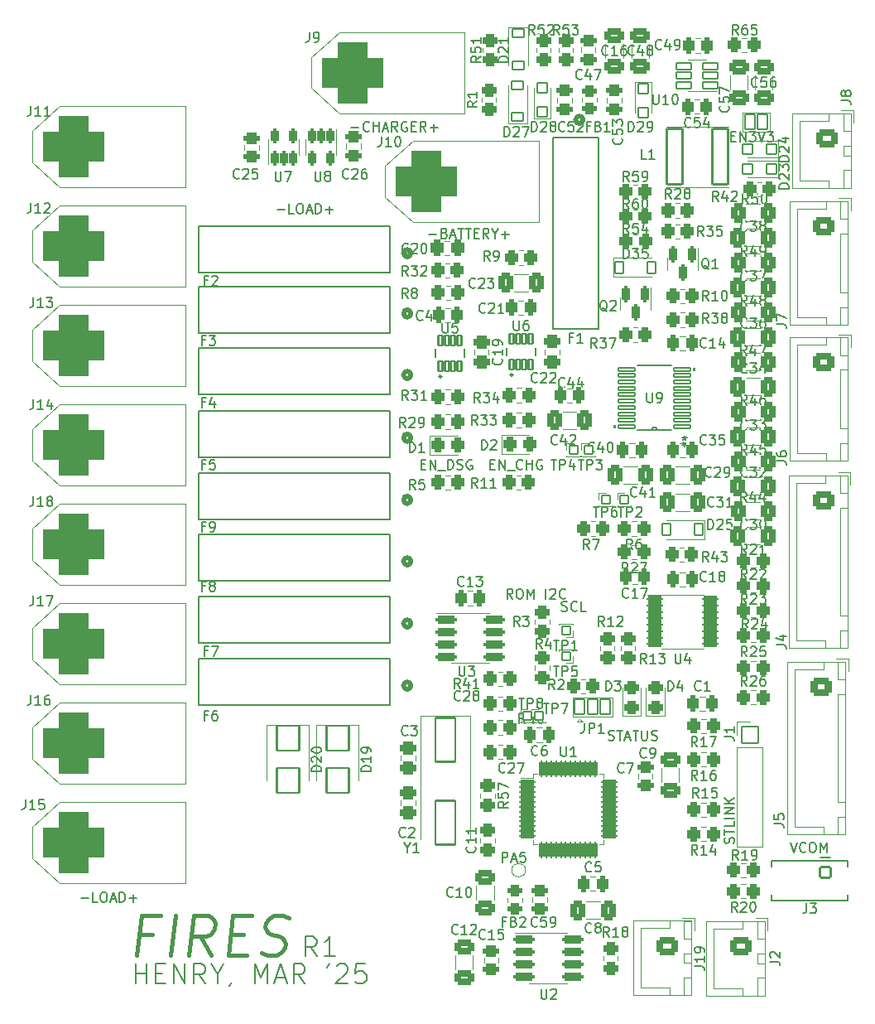
<source format=gto>
%TF.GenerationSoftware,KiCad,Pcbnew,6.0.11+dfsg-1*%
%TF.CreationDate,2025-03-20T10:49:09-04:00*%
%TF.ProjectId,battery-board,62617474-6572-4792-9d62-6f6172642e6b,rev?*%
%TF.SameCoordinates,Original*%
%TF.FileFunction,Legend,Top*%
%TF.FilePolarity,Positive*%
%FSLAX46Y46*%
G04 Gerber Fmt 4.6, Leading zero omitted, Abs format (unit mm)*
G04 Created by KiCad (PCBNEW 6.0.11+dfsg-1) date 2025-03-20 10:49:09*
%MOMM*%
%LPD*%
G01*
G04 APERTURE LIST*
G04 Aperture macros list*
%AMRoundRect*
0 Rectangle with rounded corners*
0 $1 Rounding radius*
0 $2 $3 $4 $5 $6 $7 $8 $9 X,Y pos of 4 corners*
0 Add a 4 corners polygon primitive as box body*
4,1,4,$2,$3,$4,$5,$6,$7,$8,$9,$2,$3,0*
0 Add four circle primitives for the rounded corners*
1,1,$1+$1,$2,$3*
1,1,$1+$1,$4,$5*
1,1,$1+$1,$6,$7*
1,1,$1+$1,$8,$9*
0 Add four rect primitives between the rounded corners*
20,1,$1+$1,$2,$3,$4,$5,0*
20,1,$1+$1,$4,$5,$6,$7,0*
20,1,$1+$1,$6,$7,$8,$9,0*
20,1,$1+$1,$8,$9,$2,$3,0*%
G04 Aperture macros list end*
%ADD10C,0.150000*%
%ADD11C,0.200000*%
%ADD12C,0.400000*%
%ADD13C,0.120000*%
%ADD14C,0.152400*%
%ADD15C,0.508000*%
%ADD16C,0.250000*%
%ADD17RoundRect,0.100000X-0.425000X-0.425000X0.425000X-0.425000X0.425000X0.425000X-0.425000X0.425000X0*%
%ADD18RoundRect,0.350000X0.350000X0.450000X-0.350000X0.450000X-0.350000X-0.450000X0.350000X-0.450000X0*%
%ADD19RoundRect,0.350000X-0.325000X-0.450000X0.325000X-0.450000X0.325000X0.450000X-0.325000X0.450000X0*%
%ADD20RoundRect,0.350000X0.650000X-0.412500X0.650000X0.412500X-0.650000X0.412500X-0.650000X-0.412500X0*%
%ADD21RoundRect,0.350000X-0.350000X-0.450000X0.350000X-0.450000X0.350000X0.450000X-0.350000X0.450000X0*%
%ADD22RoundRect,0.350000X0.250000X0.475000X-0.250000X0.475000X-0.250000X-0.475000X0.250000X-0.475000X0*%
%ADD23RoundRect,0.350000X-0.400000X-0.625000X0.400000X-0.625000X0.400000X0.625000X-0.400000X0.625000X0*%
%ADD24C,3.298800*%
%ADD25RoundRect,0.350000X-0.250000X-0.475000X0.250000X-0.475000X0.250000X0.475000X-0.250000X0.475000X0*%
%ADD26RoundRect,0.350000X0.475000X-0.250000X0.475000X0.250000X-0.475000X0.250000X-0.475000X-0.250000X0*%
%ADD27RoundRect,1.600000X-1.500000X-1.500000X1.500000X-1.500000X1.500000X1.500000X-1.500000X1.500000X0*%
%ADD28C,6.200000*%
%ADD29RoundRect,0.250000X-0.150000X0.587500X-0.150000X-0.587500X0.150000X-0.587500X0.150000X0.587500X0*%
%ADD30RoundRect,0.100000X-0.500000X0.500000X-0.500000X-0.500000X0.500000X-0.500000X0.500000X0.500000X0*%
%ADD31RoundRect,0.350000X-0.475000X0.250000X-0.475000X-0.250000X0.475000X-0.250000X0.475000X0.250000X0*%
%ADD32RoundRect,0.250000X-0.825000X-0.150000X0.825000X-0.150000X0.825000X0.150000X-0.825000X0.150000X0*%
%ADD33C,3.400000*%
%ADD34RoundRect,0.350000X0.412500X0.650000X-0.412500X0.650000X-0.412500X-0.650000X0.412500X-0.650000X0*%
%ADD35RoundRect,0.350000X0.450000X-0.350000X0.450000X0.350000X-0.450000X0.350000X-0.450000X-0.350000X0*%
%ADD36RoundRect,0.350000X-0.337500X-0.475000X0.337500X-0.475000X0.337500X0.475000X-0.337500X0.475000X0*%
%ADD37RoundRect,0.350000X-0.650000X0.412500X-0.650000X-0.412500X0.650000X-0.412500X0.650000X0.412500X0*%
%ADD38RoundRect,0.100000X0.500000X-0.500000X0.500000X0.500000X-0.500000X0.500000X-0.500000X-0.500000X0*%
%ADD39RoundRect,0.100000X-0.800000X-2.850000X0.800000X-2.850000X0.800000X2.850000X-0.800000X2.850000X0*%
%ADD40RoundRect,0.175000X-0.662500X-0.075000X0.662500X-0.075000X0.662500X0.075000X-0.662500X0.075000X0*%
%ADD41RoundRect,0.175000X-0.075000X-0.662500X0.075000X-0.662500X0.075000X0.662500X-0.075000X0.662500X0*%
%ADD42RoundRect,0.350000X-0.725000X0.600000X-0.725000X-0.600000X0.725000X-0.600000X0.725000X0.600000X0*%
%ADD43O,2.150000X1.900000*%
%ADD44RoundRect,0.100000X0.500000X0.500000X-0.500000X0.500000X-0.500000X-0.500000X0.500000X-0.500000X0*%
%ADD45C,1.200000*%
%ADD46RoundRect,0.250000X0.150000X-0.512500X0.150000X0.512500X-0.150000X0.512500X-0.150000X-0.512500X0*%
%ADD47RoundRect,0.350000X0.450000X-0.325000X0.450000X0.325000X-0.450000X0.325000X-0.450000X-0.325000X0*%
%ADD48RoundRect,0.350000X-0.750000X0.600000X-0.750000X-0.600000X0.750000X-0.600000X0.750000X0.600000X0*%
%ADD49O,2.200000X1.900000*%
%ADD50RoundRect,0.200000X-0.637500X-0.100000X0.637500X-0.100000X0.637500X0.100000X-0.637500X0.100000X0*%
%ADD51RoundRect,0.350000X-0.475000X0.337500X-0.475000X-0.337500X0.475000X-0.337500X0.475000X0.337500X0*%
%ADD52RoundRect,0.100000X0.600000X-0.450000X0.600000X0.450000X-0.600000X0.450000X-0.600000X-0.450000X0*%
%ADD53RoundRect,0.350000X-0.450000X0.262500X-0.450000X-0.262500X0.450000X-0.262500X0.450000X0.262500X0*%
%ADD54RoundRect,0.350000X-0.412500X-0.650000X0.412500X-0.650000X0.412500X0.650000X-0.412500X0.650000X0*%
%ADD55RoundRect,0.100000X0.224999X-0.525000X0.224999X0.525000X-0.224999X0.525000X-0.224999X-0.525000X0*%
%ADD56RoundRect,0.250000X-0.150000X0.512500X-0.150000X-0.512500X0.150000X-0.512500X0.150000X0.512500X0*%
%ADD57RoundRect,0.350000X-0.450000X0.350000X-0.450000X-0.350000X0.450000X-0.350000X0.450000X0.350000X0*%
%ADD58RoundRect,0.100000X0.780000X0.325000X-0.780000X0.325000X-0.780000X-0.325000X0.780000X-0.325000X0*%
%ADD59RoundRect,0.350000X0.450000X-0.262500X0.450000X0.262500X-0.450000X0.262500X-0.450000X-0.262500X0*%
%ADD60RoundRect,0.100000X0.550000X0.550000X-0.550000X0.550000X-0.550000X-0.550000X0.550000X-0.550000X0*%
%ADD61C,1.300000*%
%ADD62O,1.300000X2.600000*%
%ADD63RoundRect,0.100000X-0.850000X-0.850000X0.850000X-0.850000X0.850000X0.850000X-0.850000X0.850000X0*%
%ADD64O,1.900000X1.900000*%
%ADD65RoundRect,0.350000X0.475000X-0.337500X0.475000X0.337500X-0.475000X0.337500X-0.475000X-0.337500X0*%
%ADD66RoundRect,0.100000X-1.150000X1.250000X-1.150000X-1.250000X1.150000X-1.250000X1.150000X1.250000X0*%
%ADD67RoundRect,0.100000X-0.600000X0.450000X-0.600000X-0.450000X0.600000X-0.450000X0.600000X0.450000X0*%
%ADD68RoundRect,0.100000X0.450000X0.600000X-0.450000X0.600000X-0.450000X-0.600000X0.450000X-0.600000X0*%
%ADD69RoundRect,0.100000X0.425000X0.425000X-0.425000X0.425000X-0.425000X-0.425000X0.425000X-0.425000X0*%
%ADD70RoundRect,0.100000X-0.500000X-0.750000X0.500000X-0.750000X0.500000X0.750000X-0.500000X0.750000X0*%
%ADD71RoundRect,0.100000X-0.450000X-0.600000X0.450000X-0.600000X0.450000X0.600000X-0.450000X0.600000X0*%
%ADD72RoundRect,0.100000X-1.000000X2.250000X-1.000000X-2.250000X1.000000X-2.250000X1.000000X2.250000X0*%
%ADD73RoundRect,0.100000X0.838200X0.177800X-0.838200X0.177800X-0.838200X-0.177800X0.838200X-0.177800X0*%
G04 APERTURE END LIST*
D10*
X70786666Y-146446761D02*
X70120000Y-145494380D01*
X69643809Y-146446761D02*
X69643809Y-144446761D01*
X70405714Y-144446761D01*
X70596190Y-144542000D01*
X70691428Y-144637238D01*
X70786666Y-144827714D01*
X70786666Y-145113428D01*
X70691428Y-145303904D01*
X70596190Y-145399142D01*
X70405714Y-145494380D01*
X69643809Y-145494380D01*
X72691428Y-146446761D02*
X71548571Y-146446761D01*
X72120000Y-146446761D02*
X72120000Y-144446761D01*
X71929523Y-144732476D01*
X71739047Y-144922952D01*
X71548571Y-145018190D01*
X66738857Y-70175428D02*
X67500761Y-70175428D01*
X68453142Y-70556380D02*
X67976952Y-70556380D01*
X67976952Y-69556380D01*
X68976952Y-69556380D02*
X69167428Y-69556380D01*
X69262666Y-69604000D01*
X69357904Y-69699238D01*
X69405523Y-69889714D01*
X69405523Y-70223047D01*
X69357904Y-70413523D01*
X69262666Y-70508761D01*
X69167428Y-70556380D01*
X68976952Y-70556380D01*
X68881714Y-70508761D01*
X68786476Y-70413523D01*
X68738857Y-70223047D01*
X68738857Y-69889714D01*
X68786476Y-69699238D01*
X68881714Y-69604000D01*
X68976952Y-69556380D01*
X69786476Y-70270666D02*
X70262666Y-70270666D01*
X69691238Y-70556380D02*
X70024571Y-69556380D01*
X70357904Y-70556380D01*
X70691238Y-70556380D02*
X70691238Y-69556380D01*
X70929333Y-69556380D01*
X71072190Y-69604000D01*
X71167428Y-69699238D01*
X71215047Y-69794476D01*
X71262666Y-69984952D01*
X71262666Y-70127809D01*
X71215047Y-70318285D01*
X71167428Y-70413523D01*
X71072190Y-70508761D01*
X70929333Y-70556380D01*
X70691238Y-70556380D01*
X71691238Y-70175428D02*
X72453142Y-70175428D01*
X72072190Y-70556380D02*
X72072190Y-69794476D01*
X113434761Y-134921333D02*
X113482380Y-134778476D01*
X113482380Y-134540380D01*
X113434761Y-134445142D01*
X113387142Y-134397523D01*
X113291904Y-134349904D01*
X113196666Y-134349904D01*
X113101428Y-134397523D01*
X113053809Y-134445142D01*
X113006190Y-134540380D01*
X112958571Y-134730857D01*
X112910952Y-134826095D01*
X112863333Y-134873714D01*
X112768095Y-134921333D01*
X112672857Y-134921333D01*
X112577619Y-134873714D01*
X112530000Y-134826095D01*
X112482380Y-134730857D01*
X112482380Y-134492761D01*
X112530000Y-134349904D01*
X112482380Y-134064190D02*
X112482380Y-133492761D01*
X113482380Y-133778476D02*
X112482380Y-133778476D01*
X113482380Y-132683238D02*
X113482380Y-133159428D01*
X112482380Y-133159428D01*
X113482380Y-132349904D02*
X112482380Y-132349904D01*
X113482380Y-131873714D02*
X112482380Y-131873714D01*
X113482380Y-131302285D01*
X112482380Y-131302285D01*
X113482380Y-130826095D02*
X112482380Y-130826095D01*
X113482380Y-130254666D02*
X112910952Y-130683238D01*
X112482380Y-130254666D02*
X113053809Y-130826095D01*
X100647809Y-124356761D02*
X100790666Y-124404380D01*
X101028761Y-124404380D01*
X101124000Y-124356761D01*
X101171619Y-124309142D01*
X101219238Y-124213904D01*
X101219238Y-124118666D01*
X101171619Y-124023428D01*
X101124000Y-123975809D01*
X101028761Y-123928190D01*
X100838285Y-123880571D01*
X100743047Y-123832952D01*
X100695428Y-123785333D01*
X100647809Y-123690095D01*
X100647809Y-123594857D01*
X100695428Y-123499619D01*
X100743047Y-123452000D01*
X100838285Y-123404380D01*
X101076380Y-123404380D01*
X101219238Y-123452000D01*
X101504952Y-123404380D02*
X102076380Y-123404380D01*
X101790666Y-124404380D02*
X101790666Y-123404380D01*
X102362095Y-124118666D02*
X102838285Y-124118666D01*
X102266857Y-124404380D02*
X102600190Y-123404380D01*
X102933523Y-124404380D01*
X103124000Y-123404380D02*
X103695428Y-123404380D01*
X103409714Y-124404380D02*
X103409714Y-123404380D01*
X104028761Y-123404380D02*
X104028761Y-124213904D01*
X104076380Y-124309142D01*
X104124000Y-124356761D01*
X104219238Y-124404380D01*
X104409714Y-124404380D01*
X104504952Y-124356761D01*
X104552571Y-124309142D01*
X104600190Y-124213904D01*
X104600190Y-123404380D01*
X105028761Y-124356761D02*
X105171619Y-124404380D01*
X105409714Y-124404380D01*
X105504952Y-124356761D01*
X105552571Y-124309142D01*
X105600190Y-124213904D01*
X105600190Y-124118666D01*
X105552571Y-124023428D01*
X105504952Y-123975809D01*
X105409714Y-123928190D01*
X105219238Y-123880571D01*
X105124000Y-123832952D01*
X105076380Y-123785333D01*
X105028761Y-123690095D01*
X105028761Y-123594857D01*
X105076380Y-123499619D01*
X105124000Y-123452000D01*
X105219238Y-123404380D01*
X105457333Y-123404380D01*
X105600190Y-123452000D01*
X90837047Y-109926380D02*
X90503714Y-109450190D01*
X90265619Y-109926380D02*
X90265619Y-108926380D01*
X90646571Y-108926380D01*
X90741809Y-108974000D01*
X90789428Y-109021619D01*
X90837047Y-109116857D01*
X90837047Y-109259714D01*
X90789428Y-109354952D01*
X90741809Y-109402571D01*
X90646571Y-109450190D01*
X90265619Y-109450190D01*
X91456095Y-108926380D02*
X91646571Y-108926380D01*
X91741809Y-108974000D01*
X91837047Y-109069238D01*
X91884666Y-109259714D01*
X91884666Y-109593047D01*
X91837047Y-109783523D01*
X91741809Y-109878761D01*
X91646571Y-109926380D01*
X91456095Y-109926380D01*
X91360857Y-109878761D01*
X91265619Y-109783523D01*
X91218000Y-109593047D01*
X91218000Y-109259714D01*
X91265619Y-109069238D01*
X91360857Y-108974000D01*
X91456095Y-108926380D01*
X92313238Y-109926380D02*
X92313238Y-108926380D01*
X92646571Y-109640666D01*
X92979904Y-108926380D01*
X92979904Y-109926380D01*
X94218000Y-109926380D02*
X94218000Y-108926380D01*
X94646571Y-109021619D02*
X94694190Y-108974000D01*
X94789428Y-108926380D01*
X95027523Y-108926380D01*
X95122761Y-108974000D01*
X95170380Y-109021619D01*
X95218000Y-109116857D01*
X95218000Y-109212095D01*
X95170380Y-109354952D01*
X94598952Y-109926380D01*
X95218000Y-109926380D01*
X96218000Y-109831142D02*
X96170380Y-109878761D01*
X96027523Y-109926380D01*
X95932285Y-109926380D01*
X95789428Y-109878761D01*
X95694190Y-109783523D01*
X95646571Y-109688285D01*
X95598952Y-109497809D01*
X95598952Y-109354952D01*
X95646571Y-109164476D01*
X95694190Y-109069238D01*
X95789428Y-108974000D01*
X95932285Y-108926380D01*
X96027523Y-108926380D01*
X96170380Y-108974000D01*
X96218000Y-109021619D01*
X82288571Y-72715428D02*
X83050476Y-72715428D01*
X83860000Y-72572571D02*
X84002857Y-72620190D01*
X84050476Y-72667809D01*
X84098095Y-72763047D01*
X84098095Y-72905904D01*
X84050476Y-73001142D01*
X84002857Y-73048761D01*
X83907619Y-73096380D01*
X83526666Y-73096380D01*
X83526666Y-72096380D01*
X83860000Y-72096380D01*
X83955238Y-72144000D01*
X84002857Y-72191619D01*
X84050476Y-72286857D01*
X84050476Y-72382095D01*
X84002857Y-72477333D01*
X83955238Y-72524952D01*
X83860000Y-72572571D01*
X83526666Y-72572571D01*
X84479047Y-72810666D02*
X84955238Y-72810666D01*
X84383809Y-73096380D02*
X84717142Y-72096380D01*
X85050476Y-73096380D01*
X85240952Y-72096380D02*
X85812380Y-72096380D01*
X85526666Y-73096380D02*
X85526666Y-72096380D01*
X86002857Y-72096380D02*
X86574285Y-72096380D01*
X86288571Y-73096380D02*
X86288571Y-72096380D01*
X86907619Y-72572571D02*
X87240952Y-72572571D01*
X87383809Y-73096380D02*
X86907619Y-73096380D01*
X86907619Y-72096380D01*
X87383809Y-72096380D01*
X88383809Y-73096380D02*
X88050476Y-72620190D01*
X87812380Y-73096380D02*
X87812380Y-72096380D01*
X88193333Y-72096380D01*
X88288571Y-72144000D01*
X88336190Y-72191619D01*
X88383809Y-72286857D01*
X88383809Y-72429714D01*
X88336190Y-72524952D01*
X88288571Y-72572571D01*
X88193333Y-72620190D01*
X87812380Y-72620190D01*
X89002857Y-72620190D02*
X89002857Y-73096380D01*
X88669523Y-72096380D02*
X89002857Y-72620190D01*
X89336190Y-72096380D01*
X89669523Y-72715428D02*
X90431428Y-72715428D01*
X90050476Y-73096380D02*
X90050476Y-72334476D01*
X113196952Y-62666571D02*
X113530285Y-62666571D01*
X113673142Y-63190380D02*
X113196952Y-63190380D01*
X113196952Y-62190380D01*
X113673142Y-62190380D01*
X114101714Y-63190380D02*
X114101714Y-62190380D01*
X114673142Y-63190380D01*
X114673142Y-62190380D01*
X115054095Y-62190380D02*
X115673142Y-62190380D01*
X115339809Y-62571333D01*
X115482666Y-62571333D01*
X115577904Y-62618952D01*
X115625523Y-62666571D01*
X115673142Y-62761809D01*
X115673142Y-62999904D01*
X115625523Y-63095142D01*
X115577904Y-63142761D01*
X115482666Y-63190380D01*
X115196952Y-63190380D01*
X115101714Y-63142761D01*
X115054095Y-63095142D01*
X115958857Y-62190380D02*
X116292190Y-63190380D01*
X116625523Y-62190380D01*
X116863619Y-62190380D02*
X117482666Y-62190380D01*
X117149333Y-62571333D01*
X117292190Y-62571333D01*
X117387428Y-62618952D01*
X117435047Y-62666571D01*
X117482666Y-62761809D01*
X117482666Y-62999904D01*
X117435047Y-63095142D01*
X117387428Y-63142761D01*
X117292190Y-63190380D01*
X117006476Y-63190380D01*
X116911238Y-63142761D01*
X116863619Y-63095142D01*
X46672857Y-140533428D02*
X47434761Y-140533428D01*
X48387142Y-140914380D02*
X47910952Y-140914380D01*
X47910952Y-139914380D01*
X48910952Y-139914380D02*
X49101428Y-139914380D01*
X49196666Y-139962000D01*
X49291904Y-140057238D01*
X49339523Y-140247714D01*
X49339523Y-140581047D01*
X49291904Y-140771523D01*
X49196666Y-140866761D01*
X49101428Y-140914380D01*
X48910952Y-140914380D01*
X48815714Y-140866761D01*
X48720476Y-140771523D01*
X48672857Y-140581047D01*
X48672857Y-140247714D01*
X48720476Y-140057238D01*
X48815714Y-139962000D01*
X48910952Y-139914380D01*
X49720476Y-140628666D02*
X50196666Y-140628666D01*
X49625238Y-140914380D02*
X49958571Y-139914380D01*
X50291904Y-140914380D01*
X50625238Y-140914380D02*
X50625238Y-139914380D01*
X50863333Y-139914380D01*
X51006190Y-139962000D01*
X51101428Y-140057238D01*
X51149047Y-140152476D01*
X51196666Y-140342952D01*
X51196666Y-140485809D01*
X51149047Y-140676285D01*
X51101428Y-140771523D01*
X51006190Y-140866761D01*
X50863333Y-140914380D01*
X50625238Y-140914380D01*
X51625238Y-140533428D02*
X52387142Y-140533428D01*
X52006190Y-140914380D02*
X52006190Y-140152476D01*
X81478761Y-96194571D02*
X81812095Y-96194571D01*
X81954952Y-96718380D02*
X81478761Y-96718380D01*
X81478761Y-95718380D01*
X81954952Y-95718380D01*
X82383523Y-96718380D02*
X82383523Y-95718380D01*
X82954952Y-96718380D01*
X82954952Y-95718380D01*
X83193047Y-96813619D02*
X83954952Y-96813619D01*
X84193047Y-96718380D02*
X84193047Y-95718380D01*
X84431142Y-95718380D01*
X84574000Y-95766000D01*
X84669238Y-95861238D01*
X84716857Y-95956476D01*
X84764476Y-96146952D01*
X84764476Y-96289809D01*
X84716857Y-96480285D01*
X84669238Y-96575523D01*
X84574000Y-96670761D01*
X84431142Y-96718380D01*
X84193047Y-96718380D01*
X85145428Y-96670761D02*
X85288285Y-96718380D01*
X85526380Y-96718380D01*
X85621619Y-96670761D01*
X85669238Y-96623142D01*
X85716857Y-96527904D01*
X85716857Y-96432666D01*
X85669238Y-96337428D01*
X85621619Y-96289809D01*
X85526380Y-96242190D01*
X85335904Y-96194571D01*
X85240666Y-96146952D01*
X85193047Y-96099333D01*
X85145428Y-96004095D01*
X85145428Y-95908857D01*
X85193047Y-95813619D01*
X85240666Y-95766000D01*
X85335904Y-95718380D01*
X85574000Y-95718380D01*
X85716857Y-95766000D01*
X86669238Y-95766000D02*
X86574000Y-95718380D01*
X86431142Y-95718380D01*
X86288285Y-95766000D01*
X86193047Y-95861238D01*
X86145428Y-95956476D01*
X86097809Y-96146952D01*
X86097809Y-96289809D01*
X86145428Y-96480285D01*
X86193047Y-96575523D01*
X86288285Y-96670761D01*
X86431142Y-96718380D01*
X86526380Y-96718380D01*
X86669238Y-96670761D01*
X86716857Y-96623142D01*
X86716857Y-96289809D01*
X86526380Y-96289809D01*
X74335238Y-61793428D02*
X75097142Y-61793428D01*
X76144761Y-62079142D02*
X76097142Y-62126761D01*
X75954285Y-62174380D01*
X75859047Y-62174380D01*
X75716190Y-62126761D01*
X75620952Y-62031523D01*
X75573333Y-61936285D01*
X75525714Y-61745809D01*
X75525714Y-61602952D01*
X75573333Y-61412476D01*
X75620952Y-61317238D01*
X75716190Y-61222000D01*
X75859047Y-61174380D01*
X75954285Y-61174380D01*
X76097142Y-61222000D01*
X76144761Y-61269619D01*
X76573333Y-62174380D02*
X76573333Y-61174380D01*
X76573333Y-61650571D02*
X77144761Y-61650571D01*
X77144761Y-62174380D02*
X77144761Y-61174380D01*
X77573333Y-61888666D02*
X78049523Y-61888666D01*
X77478095Y-62174380D02*
X77811428Y-61174380D01*
X78144761Y-62174380D01*
X79049523Y-62174380D02*
X78716190Y-61698190D01*
X78478095Y-62174380D02*
X78478095Y-61174380D01*
X78859047Y-61174380D01*
X78954285Y-61222000D01*
X79001904Y-61269619D01*
X79049523Y-61364857D01*
X79049523Y-61507714D01*
X79001904Y-61602952D01*
X78954285Y-61650571D01*
X78859047Y-61698190D01*
X78478095Y-61698190D01*
X80001904Y-61222000D02*
X79906666Y-61174380D01*
X79763809Y-61174380D01*
X79620952Y-61222000D01*
X79525714Y-61317238D01*
X79478095Y-61412476D01*
X79430476Y-61602952D01*
X79430476Y-61745809D01*
X79478095Y-61936285D01*
X79525714Y-62031523D01*
X79620952Y-62126761D01*
X79763809Y-62174380D01*
X79859047Y-62174380D01*
X80001904Y-62126761D01*
X80049523Y-62079142D01*
X80049523Y-61745809D01*
X79859047Y-61745809D01*
X80478095Y-61650571D02*
X80811428Y-61650571D01*
X80954285Y-62174380D02*
X80478095Y-62174380D01*
X80478095Y-61174380D01*
X80954285Y-61174380D01*
X81954285Y-62174380D02*
X81620952Y-61698190D01*
X81382857Y-62174380D02*
X81382857Y-61174380D01*
X81763809Y-61174380D01*
X81859047Y-61222000D01*
X81906666Y-61269619D01*
X81954285Y-61364857D01*
X81954285Y-61507714D01*
X81906666Y-61602952D01*
X81859047Y-61650571D01*
X81763809Y-61698190D01*
X81382857Y-61698190D01*
X82382857Y-61793428D02*
X83144761Y-61793428D01*
X82763809Y-62174380D02*
X82763809Y-61412476D01*
D11*
X95837523Y-111148761D02*
X95980380Y-111196380D01*
X96218476Y-111196380D01*
X96313714Y-111148761D01*
X96361333Y-111101142D01*
X96408952Y-111005904D01*
X96408952Y-110910666D01*
X96361333Y-110815428D01*
X96313714Y-110767809D01*
X96218476Y-110720190D01*
X96028000Y-110672571D01*
X95932761Y-110624952D01*
X95885142Y-110577333D01*
X95837523Y-110482095D01*
X95837523Y-110386857D01*
X95885142Y-110291619D01*
X95932761Y-110244000D01*
X96028000Y-110196380D01*
X96266095Y-110196380D01*
X96408952Y-110244000D01*
X97408952Y-111101142D02*
X97361333Y-111148761D01*
X97218476Y-111196380D01*
X97123238Y-111196380D01*
X96980380Y-111148761D01*
X96885142Y-111053523D01*
X96837523Y-110958285D01*
X96789904Y-110767809D01*
X96789904Y-110624952D01*
X96837523Y-110434476D01*
X96885142Y-110339238D01*
X96980380Y-110244000D01*
X97123238Y-110196380D01*
X97218476Y-110196380D01*
X97361333Y-110244000D01*
X97408952Y-110291619D01*
X98313714Y-111196380D02*
X97837523Y-111196380D01*
X97837523Y-110196380D01*
D12*
X53985976Y-144240285D02*
X52652642Y-144240285D01*
X52390738Y-146335523D02*
X52890738Y-142335523D01*
X54795500Y-142335523D01*
X55819309Y-146335523D02*
X56319309Y-142335523D01*
X60009785Y-146335523D02*
X58914547Y-144430761D01*
X57724071Y-146335523D02*
X58224071Y-142335523D01*
X59747880Y-142335523D01*
X60105023Y-142526000D01*
X60271690Y-142716476D01*
X60414547Y-143097428D01*
X60343119Y-143668857D01*
X60105023Y-144049809D01*
X59890738Y-144240285D01*
X59485976Y-144430761D01*
X57962166Y-144430761D01*
X61985976Y-144240285D02*
X63319309Y-144240285D01*
X63628833Y-146335523D02*
X61724071Y-146335523D01*
X62224071Y-142335523D01*
X64128833Y-142335523D01*
X65176452Y-146145047D02*
X65724071Y-146335523D01*
X66676452Y-146335523D01*
X67081214Y-146145047D01*
X67295500Y-145954571D01*
X67533595Y-145573619D01*
X67581214Y-145192666D01*
X67438357Y-144811714D01*
X67271690Y-144621238D01*
X66914547Y-144430761D01*
X66176452Y-144240285D01*
X65819309Y-144049809D01*
X65652642Y-143859333D01*
X65509785Y-143478380D01*
X65557404Y-143097428D01*
X65795500Y-142716476D01*
X66009785Y-142526000D01*
X66414547Y-142335523D01*
X67366928Y-142335523D01*
X67914547Y-142526000D01*
D10*
X52246095Y-149240761D02*
X52246095Y-147240761D01*
X52246095Y-148193142D02*
X53388952Y-148193142D01*
X53388952Y-149240761D02*
X53388952Y-147240761D01*
X54341333Y-148193142D02*
X55008000Y-148193142D01*
X55293714Y-149240761D02*
X54341333Y-149240761D01*
X54341333Y-147240761D01*
X55293714Y-147240761D01*
X56150857Y-149240761D02*
X56150857Y-147240761D01*
X57293714Y-149240761D01*
X57293714Y-147240761D01*
X59388952Y-149240761D02*
X58722285Y-148288380D01*
X58246095Y-149240761D02*
X58246095Y-147240761D01*
X59008000Y-147240761D01*
X59198476Y-147336000D01*
X59293714Y-147431238D01*
X59388952Y-147621714D01*
X59388952Y-147907428D01*
X59293714Y-148097904D01*
X59198476Y-148193142D01*
X59008000Y-148288380D01*
X58246095Y-148288380D01*
X60627047Y-148288380D02*
X60627047Y-149240761D01*
X59960380Y-147240761D02*
X60627047Y-148288380D01*
X61293714Y-147240761D01*
X62055619Y-149145523D02*
X62055619Y-149240761D01*
X61960380Y-149431238D01*
X61865142Y-149526476D01*
X64436571Y-149240761D02*
X64436571Y-147240761D01*
X65103238Y-148669333D01*
X65769904Y-147240761D01*
X65769904Y-149240761D01*
X66627047Y-148669333D02*
X67579428Y-148669333D01*
X66436571Y-149240761D02*
X67103238Y-147240761D01*
X67769904Y-149240761D01*
X69579428Y-149240761D02*
X68912761Y-148288380D01*
X68436571Y-149240761D02*
X68436571Y-147240761D01*
X69198476Y-147240761D01*
X69388952Y-147336000D01*
X69484190Y-147431238D01*
X69579428Y-147621714D01*
X69579428Y-147907428D01*
X69484190Y-148097904D01*
X69388952Y-148193142D01*
X69198476Y-148288380D01*
X68436571Y-148288380D01*
X72055619Y-147240761D02*
X71865142Y-147621714D01*
X72817523Y-147431238D02*
X72912761Y-147336000D01*
X73103238Y-147240761D01*
X73579428Y-147240761D01*
X73769904Y-147336000D01*
X73865142Y-147431238D01*
X73960380Y-147621714D01*
X73960380Y-147812190D01*
X73865142Y-148097904D01*
X72722285Y-149240761D01*
X73960380Y-149240761D01*
X75769904Y-147240761D02*
X74817523Y-147240761D01*
X74722285Y-148193142D01*
X74817523Y-148097904D01*
X75008000Y-148002666D01*
X75484190Y-148002666D01*
X75674666Y-148097904D01*
X75769904Y-148193142D01*
X75865142Y-148383619D01*
X75865142Y-148859809D01*
X75769904Y-149050285D01*
X75674666Y-149145523D01*
X75484190Y-149240761D01*
X75008000Y-149240761D01*
X74817523Y-149145523D01*
X74722285Y-149050285D01*
X89765333Y-136850380D02*
X89765333Y-135850380D01*
X90146285Y-135850380D01*
X90241523Y-135898000D01*
X90289142Y-135945619D01*
X90336761Y-136040857D01*
X90336761Y-136183714D01*
X90289142Y-136278952D01*
X90241523Y-136326571D01*
X90146285Y-136374190D01*
X89765333Y-136374190D01*
X90717714Y-136564666D02*
X91193904Y-136564666D01*
X90622476Y-136850380D02*
X90955809Y-135850380D01*
X91289142Y-136850380D01*
X92098666Y-135850380D02*
X91622476Y-135850380D01*
X91574857Y-136326571D01*
X91622476Y-136278952D01*
X91717714Y-136231333D01*
X91955809Y-136231333D01*
X92051047Y-136278952D01*
X92098666Y-136326571D01*
X92146285Y-136421809D01*
X92146285Y-136659904D01*
X92098666Y-136755142D01*
X92051047Y-136802761D01*
X91955809Y-136850380D01*
X91717714Y-136850380D01*
X91622476Y-136802761D01*
X91574857Y-136755142D01*
X119229428Y-134834380D02*
X119562761Y-135834380D01*
X119896095Y-134834380D01*
X120800857Y-135739142D02*
X120753238Y-135786761D01*
X120610380Y-135834380D01*
X120515142Y-135834380D01*
X120372285Y-135786761D01*
X120277047Y-135691523D01*
X120229428Y-135596285D01*
X120181809Y-135405809D01*
X120181809Y-135262952D01*
X120229428Y-135072476D01*
X120277047Y-134977238D01*
X120372285Y-134882000D01*
X120515142Y-134834380D01*
X120610380Y-134834380D01*
X120753238Y-134882000D01*
X120800857Y-134929619D01*
X121419904Y-134834380D02*
X121610380Y-134834380D01*
X121705619Y-134882000D01*
X121800857Y-134977238D01*
X121848476Y-135167714D01*
X121848476Y-135501047D01*
X121800857Y-135691523D01*
X121705619Y-135786761D01*
X121610380Y-135834380D01*
X121419904Y-135834380D01*
X121324666Y-135786761D01*
X121229428Y-135691523D01*
X121181809Y-135501047D01*
X121181809Y-135167714D01*
X121229428Y-134977238D01*
X121324666Y-134882000D01*
X121419904Y-134834380D01*
X122277047Y-135834380D02*
X122277047Y-134834380D01*
X122610380Y-135548666D01*
X122943714Y-134834380D01*
X122943714Y-135834380D01*
X88543142Y-96194571D02*
X88876476Y-96194571D01*
X89019333Y-96718380D02*
X88543142Y-96718380D01*
X88543142Y-95718380D01*
X89019333Y-95718380D01*
X89447904Y-96718380D02*
X89447904Y-95718380D01*
X90019333Y-96718380D01*
X90019333Y-95718380D01*
X90257428Y-96813619D02*
X91019333Y-96813619D01*
X91828857Y-96623142D02*
X91781238Y-96670761D01*
X91638380Y-96718380D01*
X91543142Y-96718380D01*
X91400285Y-96670761D01*
X91305047Y-96575523D01*
X91257428Y-96480285D01*
X91209809Y-96289809D01*
X91209809Y-96146952D01*
X91257428Y-95956476D01*
X91305047Y-95861238D01*
X91400285Y-95766000D01*
X91543142Y-95718380D01*
X91638380Y-95718380D01*
X91781238Y-95766000D01*
X91828857Y-95813619D01*
X92257428Y-96718380D02*
X92257428Y-95718380D01*
X92257428Y-96194571D02*
X92828857Y-96194571D01*
X92828857Y-96718380D02*
X92828857Y-95718380D01*
X93828857Y-95766000D02*
X93733619Y-95718380D01*
X93590761Y-95718380D01*
X93447904Y-95766000D01*
X93352666Y-95861238D01*
X93305047Y-95956476D01*
X93257428Y-96146952D01*
X93257428Y-96289809D01*
X93305047Y-96480285D01*
X93352666Y-96575523D01*
X93447904Y-96670761D01*
X93590761Y-96718380D01*
X93686000Y-96718380D01*
X93828857Y-96670761D01*
X93876476Y-96623142D01*
X93876476Y-96289809D01*
X93686000Y-96289809D01*
%TO.C,TP3*%
X97544095Y-95718380D02*
X98115523Y-95718380D01*
X97829809Y-96718380D02*
X97829809Y-95718380D01*
X98448857Y-96718380D02*
X98448857Y-95718380D01*
X98829809Y-95718380D01*
X98925047Y-95766000D01*
X98972666Y-95813619D01*
X99020285Y-95908857D01*
X99020285Y-96051714D01*
X98972666Y-96146952D01*
X98925047Y-96194571D01*
X98829809Y-96242190D01*
X98448857Y-96242190D01*
X99353619Y-95718380D02*
X99972666Y-95718380D01*
X99639333Y-96099333D01*
X99782190Y-96099333D01*
X99877428Y-96146952D01*
X99925047Y-96194571D01*
X99972666Y-96289809D01*
X99972666Y-96527904D01*
X99925047Y-96623142D01*
X99877428Y-96670761D01*
X99782190Y-96718380D01*
X99496476Y-96718380D01*
X99401238Y-96670761D01*
X99353619Y-96623142D01*
%TO.C,C28*%
X85463142Y-120245142D02*
X85415523Y-120292761D01*
X85272666Y-120340380D01*
X85177428Y-120340380D01*
X85034571Y-120292761D01*
X84939333Y-120197523D01*
X84891714Y-120102285D01*
X84844095Y-119911809D01*
X84844095Y-119768952D01*
X84891714Y-119578476D01*
X84939333Y-119483238D01*
X85034571Y-119388000D01*
X85177428Y-119340380D01*
X85272666Y-119340380D01*
X85415523Y-119388000D01*
X85463142Y-119435619D01*
X85844095Y-119435619D02*
X85891714Y-119388000D01*
X85986952Y-119340380D01*
X86225047Y-119340380D01*
X86320285Y-119388000D01*
X86367904Y-119435619D01*
X86415523Y-119530857D01*
X86415523Y-119626095D01*
X86367904Y-119768952D01*
X85796476Y-120340380D01*
X86415523Y-120340380D01*
X86986952Y-119768952D02*
X86891714Y-119721333D01*
X86844095Y-119673714D01*
X86796476Y-119578476D01*
X86796476Y-119530857D01*
X86844095Y-119435619D01*
X86891714Y-119388000D01*
X86986952Y-119340380D01*
X87177428Y-119340380D01*
X87272666Y-119388000D01*
X87320285Y-119435619D01*
X87367904Y-119530857D01*
X87367904Y-119578476D01*
X87320285Y-119673714D01*
X87272666Y-119721333D01*
X87177428Y-119768952D01*
X86986952Y-119768952D01*
X86891714Y-119816571D01*
X86844095Y-119864190D01*
X86796476Y-119959428D01*
X86796476Y-120149904D01*
X86844095Y-120245142D01*
X86891714Y-120292761D01*
X86986952Y-120340380D01*
X87177428Y-120340380D01*
X87272666Y-120292761D01*
X87320285Y-120245142D01*
X87367904Y-120149904D01*
X87367904Y-119959428D01*
X87320285Y-119864190D01*
X87272666Y-119816571D01*
X87177428Y-119768952D01*
%TO.C,R32*%
X80129142Y-76906380D02*
X79795809Y-76430190D01*
X79557714Y-76906380D02*
X79557714Y-75906380D01*
X79938666Y-75906380D01*
X80033904Y-75954000D01*
X80081523Y-76001619D01*
X80129142Y-76096857D01*
X80129142Y-76239714D01*
X80081523Y-76334952D01*
X80033904Y-76382571D01*
X79938666Y-76430190D01*
X79557714Y-76430190D01*
X80462476Y-75906380D02*
X81081523Y-75906380D01*
X80748190Y-76287333D01*
X80891047Y-76287333D01*
X80986285Y-76334952D01*
X81033904Y-76382571D01*
X81081523Y-76477809D01*
X81081523Y-76715904D01*
X81033904Y-76811142D01*
X80986285Y-76858761D01*
X80891047Y-76906380D01*
X80605333Y-76906380D01*
X80510095Y-76858761D01*
X80462476Y-76811142D01*
X81462476Y-76001619D02*
X81510095Y-75954000D01*
X81605333Y-75906380D01*
X81843428Y-75906380D01*
X81938666Y-75954000D01*
X81986285Y-76001619D01*
X82033904Y-76096857D01*
X82033904Y-76192095D01*
X81986285Y-76334952D01*
X81414857Y-76906380D01*
X82033904Y-76906380D01*
%TO.C,D2*%
X87653904Y-94686380D02*
X87653904Y-93686380D01*
X87892000Y-93686380D01*
X88034857Y-93734000D01*
X88130095Y-93829238D01*
X88177714Y-93924476D01*
X88225333Y-94114952D01*
X88225333Y-94257809D01*
X88177714Y-94448285D01*
X88130095Y-94543523D01*
X88034857Y-94638761D01*
X87892000Y-94686380D01*
X87653904Y-94686380D01*
X88606285Y-93781619D02*
X88653904Y-93734000D01*
X88749142Y-93686380D01*
X88987238Y-93686380D01*
X89082476Y-93734000D01*
X89130095Y-93781619D01*
X89177714Y-93876857D01*
X89177714Y-93972095D01*
X89130095Y-94114952D01*
X88558666Y-94686380D01*
X89177714Y-94686380D01*
%TO.C,C12*%
X85209142Y-144121142D02*
X85161523Y-144168761D01*
X85018666Y-144216380D01*
X84923428Y-144216380D01*
X84780571Y-144168761D01*
X84685333Y-144073523D01*
X84637714Y-143978285D01*
X84590095Y-143787809D01*
X84590095Y-143644952D01*
X84637714Y-143454476D01*
X84685333Y-143359238D01*
X84780571Y-143264000D01*
X84923428Y-143216380D01*
X85018666Y-143216380D01*
X85161523Y-143264000D01*
X85209142Y-143311619D01*
X86161523Y-144216380D02*
X85590095Y-144216380D01*
X85875809Y-144216380D02*
X85875809Y-143216380D01*
X85780571Y-143359238D01*
X85685333Y-143454476D01*
X85590095Y-143502095D01*
X86542476Y-143311619D02*
X86590095Y-143264000D01*
X86685333Y-143216380D01*
X86923428Y-143216380D01*
X87018666Y-143264000D01*
X87066285Y-143311619D01*
X87113904Y-143406857D01*
X87113904Y-143502095D01*
X87066285Y-143644952D01*
X86494857Y-144216380D01*
X87113904Y-144216380D01*
%TO.C,R34*%
X87495142Y-89860380D02*
X87161809Y-89384190D01*
X86923714Y-89860380D02*
X86923714Y-88860380D01*
X87304666Y-88860380D01*
X87399904Y-88908000D01*
X87447523Y-88955619D01*
X87495142Y-89050857D01*
X87495142Y-89193714D01*
X87447523Y-89288952D01*
X87399904Y-89336571D01*
X87304666Y-89384190D01*
X86923714Y-89384190D01*
X87828476Y-88860380D02*
X88447523Y-88860380D01*
X88114190Y-89241333D01*
X88257047Y-89241333D01*
X88352285Y-89288952D01*
X88399904Y-89336571D01*
X88447523Y-89431809D01*
X88447523Y-89669904D01*
X88399904Y-89765142D01*
X88352285Y-89812761D01*
X88257047Y-89860380D01*
X87971333Y-89860380D01*
X87876095Y-89812761D01*
X87828476Y-89765142D01*
X89304666Y-89193714D02*
X89304666Y-89860380D01*
X89066571Y-88812761D02*
X88828476Y-89527047D01*
X89447523Y-89527047D01*
%TO.C,C49*%
X106037142Y-53697142D02*
X105989523Y-53744761D01*
X105846666Y-53792380D01*
X105751428Y-53792380D01*
X105608571Y-53744761D01*
X105513333Y-53649523D01*
X105465714Y-53554285D01*
X105418095Y-53363809D01*
X105418095Y-53220952D01*
X105465714Y-53030476D01*
X105513333Y-52935238D01*
X105608571Y-52840000D01*
X105751428Y-52792380D01*
X105846666Y-52792380D01*
X105989523Y-52840000D01*
X106037142Y-52887619D01*
X106894285Y-53125714D02*
X106894285Y-53792380D01*
X106656190Y-52744761D02*
X106418095Y-53459047D01*
X107037142Y-53459047D01*
X107465714Y-53792380D02*
X107656190Y-53792380D01*
X107751428Y-53744761D01*
X107799047Y-53697142D01*
X107894285Y-53554285D01*
X107941904Y-53363809D01*
X107941904Y-52982857D01*
X107894285Y-52887619D01*
X107846666Y-52840000D01*
X107751428Y-52792380D01*
X107560952Y-52792380D01*
X107465714Y-52840000D01*
X107418095Y-52887619D01*
X107370476Y-52982857D01*
X107370476Y-53220952D01*
X107418095Y-53316190D01*
X107465714Y-53363809D01*
X107560952Y-53411428D01*
X107751428Y-53411428D01*
X107846666Y-53363809D01*
X107894285Y-53316190D01*
X107941904Y-53220952D01*
%TO.C,R65*%
X113911142Y-52268380D02*
X113577809Y-51792190D01*
X113339714Y-52268380D02*
X113339714Y-51268380D01*
X113720666Y-51268380D01*
X113815904Y-51316000D01*
X113863523Y-51363619D01*
X113911142Y-51458857D01*
X113911142Y-51601714D01*
X113863523Y-51696952D01*
X113815904Y-51744571D01*
X113720666Y-51792190D01*
X113339714Y-51792190D01*
X114768285Y-51268380D02*
X114577809Y-51268380D01*
X114482571Y-51316000D01*
X114434952Y-51363619D01*
X114339714Y-51506476D01*
X114292095Y-51696952D01*
X114292095Y-52077904D01*
X114339714Y-52173142D01*
X114387333Y-52220761D01*
X114482571Y-52268380D01*
X114673047Y-52268380D01*
X114768285Y-52220761D01*
X114815904Y-52173142D01*
X114863523Y-52077904D01*
X114863523Y-51839809D01*
X114815904Y-51744571D01*
X114768285Y-51696952D01*
X114673047Y-51649333D01*
X114482571Y-51649333D01*
X114387333Y-51696952D01*
X114339714Y-51744571D01*
X114292095Y-51839809D01*
X115768285Y-51268380D02*
X115292095Y-51268380D01*
X115244476Y-51744571D01*
X115292095Y-51696952D01*
X115387333Y-51649333D01*
X115625428Y-51649333D01*
X115720666Y-51696952D01*
X115768285Y-51744571D01*
X115815904Y-51839809D01*
X115815904Y-52077904D01*
X115768285Y-52173142D01*
X115720666Y-52220761D01*
X115625428Y-52268380D01*
X115387333Y-52268380D01*
X115292095Y-52220761D01*
X115244476Y-52173142D01*
%TO.C,R49*%
X114791269Y-74874380D02*
X114457936Y-74398190D01*
X114219841Y-74874380D02*
X114219841Y-73874380D01*
X114600793Y-73874380D01*
X114696031Y-73922000D01*
X114743650Y-73969619D01*
X114791269Y-74064857D01*
X114791269Y-74207714D01*
X114743650Y-74302952D01*
X114696031Y-74350571D01*
X114600793Y-74398190D01*
X114219841Y-74398190D01*
X115648412Y-74207714D02*
X115648412Y-74874380D01*
X115410317Y-73826761D02*
X115172222Y-74541047D01*
X115791269Y-74541047D01*
X116219841Y-74874380D02*
X116410317Y-74874380D01*
X116505555Y-74826761D01*
X116553174Y-74779142D01*
X116648412Y-74636285D01*
X116696031Y-74445809D01*
X116696031Y-74064857D01*
X116648412Y-73969619D01*
X116600793Y-73922000D01*
X116505555Y-73874380D01*
X116315079Y-73874380D01*
X116219841Y-73922000D01*
X116172222Y-73969619D01*
X116124603Y-74064857D01*
X116124603Y-74302952D01*
X116172222Y-74398190D01*
X116219841Y-74445809D01*
X116315079Y-74493428D01*
X116505555Y-74493428D01*
X116600793Y-74445809D01*
X116648412Y-74398190D01*
X116696031Y-74302952D01*
%TO.C,R48*%
X114791269Y-79954380D02*
X114457936Y-79478190D01*
X114219841Y-79954380D02*
X114219841Y-78954380D01*
X114600793Y-78954380D01*
X114696031Y-79002000D01*
X114743650Y-79049619D01*
X114791269Y-79144857D01*
X114791269Y-79287714D01*
X114743650Y-79382952D01*
X114696031Y-79430571D01*
X114600793Y-79478190D01*
X114219841Y-79478190D01*
X115648412Y-79287714D02*
X115648412Y-79954380D01*
X115410317Y-78906761D02*
X115172222Y-79621047D01*
X115791269Y-79621047D01*
X116315079Y-79382952D02*
X116219841Y-79335333D01*
X116172222Y-79287714D01*
X116124603Y-79192476D01*
X116124603Y-79144857D01*
X116172222Y-79049619D01*
X116219841Y-79002000D01*
X116315079Y-78954380D01*
X116505555Y-78954380D01*
X116600793Y-79002000D01*
X116648412Y-79049619D01*
X116696031Y-79144857D01*
X116696031Y-79192476D01*
X116648412Y-79287714D01*
X116600793Y-79335333D01*
X116505555Y-79382952D01*
X116315079Y-79382952D01*
X116219841Y-79430571D01*
X116172222Y-79478190D01*
X116124603Y-79573428D01*
X116124603Y-79763904D01*
X116172222Y-79859142D01*
X116219841Y-79906761D01*
X116315079Y-79954380D01*
X116505555Y-79954380D01*
X116600793Y-79906761D01*
X116648412Y-79859142D01*
X116696031Y-79763904D01*
X116696031Y-79573428D01*
X116648412Y-79478190D01*
X116600793Y-79430571D01*
X116505555Y-79382952D01*
%TO.C,F7*%
X59610666Y-115244571D02*
X59277333Y-115244571D01*
X59277333Y-115768380D02*
X59277333Y-114768380D01*
X59753523Y-114768380D01*
X60039238Y-114768380D02*
X60705904Y-114768380D01*
X60277333Y-115768380D01*
%TO.C,TP7*%
X93988095Y-120610380D02*
X94559523Y-120610380D01*
X94273809Y-121610380D02*
X94273809Y-120610380D01*
X94892857Y-121610380D02*
X94892857Y-120610380D01*
X95273809Y-120610380D01*
X95369047Y-120658000D01*
X95416666Y-120705619D01*
X95464285Y-120800857D01*
X95464285Y-120943714D01*
X95416666Y-121038952D01*
X95369047Y-121086571D01*
X95273809Y-121134190D01*
X94892857Y-121134190D01*
X95797619Y-120610380D02*
X96464285Y-120610380D01*
X96035714Y-121610380D01*
%TO.C,R46*%
X114791269Y-90114380D02*
X114457936Y-89638190D01*
X114219841Y-90114380D02*
X114219841Y-89114380D01*
X114600793Y-89114380D01*
X114696031Y-89162000D01*
X114743650Y-89209619D01*
X114791269Y-89304857D01*
X114791269Y-89447714D01*
X114743650Y-89542952D01*
X114696031Y-89590571D01*
X114600793Y-89638190D01*
X114219841Y-89638190D01*
X115648412Y-89447714D02*
X115648412Y-90114380D01*
X115410317Y-89066761D02*
X115172222Y-89781047D01*
X115791269Y-89781047D01*
X116600793Y-89114380D02*
X116410317Y-89114380D01*
X116315079Y-89162000D01*
X116267460Y-89209619D01*
X116172222Y-89352476D01*
X116124603Y-89542952D01*
X116124603Y-89923904D01*
X116172222Y-90019142D01*
X116219841Y-90066761D01*
X116315079Y-90114380D01*
X116505555Y-90114380D01*
X116600793Y-90066761D01*
X116648412Y-90019142D01*
X116696031Y-89923904D01*
X116696031Y-89685809D01*
X116648412Y-89590571D01*
X116600793Y-89542952D01*
X116505555Y-89495333D01*
X116315079Y-89495333D01*
X116219841Y-89542952D01*
X116172222Y-89590571D01*
X116124603Y-89685809D01*
%TO.C,C13*%
X85828142Y-108552142D02*
X85780523Y-108599761D01*
X85637666Y-108647380D01*
X85542428Y-108647380D01*
X85399571Y-108599761D01*
X85304333Y-108504523D01*
X85256714Y-108409285D01*
X85209095Y-108218809D01*
X85209095Y-108075952D01*
X85256714Y-107885476D01*
X85304333Y-107790238D01*
X85399571Y-107695000D01*
X85542428Y-107647380D01*
X85637666Y-107647380D01*
X85780523Y-107695000D01*
X85828142Y-107742619D01*
X86780523Y-108647380D02*
X86209095Y-108647380D01*
X86494809Y-108647380D02*
X86494809Y-107647380D01*
X86399571Y-107790238D01*
X86304333Y-107885476D01*
X86209095Y-107933095D01*
X87113857Y-107647380D02*
X87732904Y-107647380D01*
X87399571Y-108028333D01*
X87542428Y-108028333D01*
X87637666Y-108075952D01*
X87685285Y-108123571D01*
X87732904Y-108218809D01*
X87732904Y-108456904D01*
X87685285Y-108552142D01*
X87637666Y-108599761D01*
X87542428Y-108647380D01*
X87256714Y-108647380D01*
X87161476Y-108599761D01*
X87113857Y-108552142D01*
%TO.C,C17*%
X102674142Y-109733142D02*
X102626523Y-109780761D01*
X102483666Y-109828380D01*
X102388428Y-109828380D01*
X102245571Y-109780761D01*
X102150333Y-109685523D01*
X102102714Y-109590285D01*
X102055095Y-109399809D01*
X102055095Y-109256952D01*
X102102714Y-109066476D01*
X102150333Y-108971238D01*
X102245571Y-108876000D01*
X102388428Y-108828380D01*
X102483666Y-108828380D01*
X102626523Y-108876000D01*
X102674142Y-108923619D01*
X103626523Y-109828380D02*
X103055095Y-109828380D01*
X103340809Y-109828380D02*
X103340809Y-108828380D01*
X103245571Y-108971238D01*
X103150333Y-109066476D01*
X103055095Y-109114095D01*
X103959857Y-108828380D02*
X104626523Y-108828380D01*
X104197952Y-109828380D01*
%TO.C,F5*%
X59356666Y-96194571D02*
X59023333Y-96194571D01*
X59023333Y-96718380D02*
X59023333Y-95718380D01*
X59499523Y-95718380D01*
X60356666Y-95718380D02*
X59880476Y-95718380D01*
X59832857Y-96194571D01*
X59880476Y-96146952D01*
X59975714Y-96099333D01*
X60213809Y-96099333D01*
X60309047Y-96146952D01*
X60356666Y-96194571D01*
X60404285Y-96289809D01*
X60404285Y-96527904D01*
X60356666Y-96623142D01*
X60309047Y-96670761D01*
X60213809Y-96718380D01*
X59975714Y-96718380D01*
X59880476Y-96670761D01*
X59832857Y-96623142D01*
%TO.C,R31*%
X80129142Y-89606380D02*
X79795809Y-89130190D01*
X79557714Y-89606380D02*
X79557714Y-88606380D01*
X79938666Y-88606380D01*
X80033904Y-88654000D01*
X80081523Y-88701619D01*
X80129142Y-88796857D01*
X80129142Y-88939714D01*
X80081523Y-89034952D01*
X80033904Y-89082571D01*
X79938666Y-89130190D01*
X79557714Y-89130190D01*
X80462476Y-88606380D02*
X81081523Y-88606380D01*
X80748190Y-88987333D01*
X80891047Y-88987333D01*
X80986285Y-89034952D01*
X81033904Y-89082571D01*
X81081523Y-89177809D01*
X81081523Y-89415904D01*
X81033904Y-89511142D01*
X80986285Y-89558761D01*
X80891047Y-89606380D01*
X80605333Y-89606380D01*
X80510095Y-89558761D01*
X80462476Y-89511142D01*
X82033904Y-89606380D02*
X81462476Y-89606380D01*
X81748190Y-89606380D02*
X81748190Y-88606380D01*
X81652952Y-88749238D01*
X81557714Y-88844476D01*
X81462476Y-88892095D01*
%TO.C,C18*%
X110609142Y-108053142D02*
X110561523Y-108100761D01*
X110418666Y-108148380D01*
X110323428Y-108148380D01*
X110180571Y-108100761D01*
X110085333Y-108005523D01*
X110037714Y-107910285D01*
X109990095Y-107719809D01*
X109990095Y-107576952D01*
X110037714Y-107386476D01*
X110085333Y-107291238D01*
X110180571Y-107196000D01*
X110323428Y-107148380D01*
X110418666Y-107148380D01*
X110561523Y-107196000D01*
X110609142Y-107243619D01*
X111561523Y-108148380D02*
X110990095Y-108148380D01*
X111275809Y-108148380D02*
X111275809Y-107148380D01*
X111180571Y-107291238D01*
X111085333Y-107386476D01*
X110990095Y-107434095D01*
X112132952Y-107576952D02*
X112037714Y-107529333D01*
X111990095Y-107481714D01*
X111942476Y-107386476D01*
X111942476Y-107338857D01*
X111990095Y-107243619D01*
X112037714Y-107196000D01*
X112132952Y-107148380D01*
X112323428Y-107148380D01*
X112418666Y-107196000D01*
X112466285Y-107243619D01*
X112513904Y-107338857D01*
X112513904Y-107386476D01*
X112466285Y-107481714D01*
X112418666Y-107529333D01*
X112323428Y-107576952D01*
X112132952Y-107576952D01*
X112037714Y-107624571D01*
X111990095Y-107672190D01*
X111942476Y-107767428D01*
X111942476Y-107957904D01*
X111990095Y-108053142D01*
X112037714Y-108100761D01*
X112132952Y-108148380D01*
X112323428Y-108148380D01*
X112418666Y-108100761D01*
X112466285Y-108053142D01*
X112513904Y-107957904D01*
X112513904Y-107767428D01*
X112466285Y-107672190D01*
X112418666Y-107624571D01*
X112323428Y-107576952D01*
%TO.C,R21*%
X114791269Y-105354380D02*
X114457936Y-104878190D01*
X114219841Y-105354380D02*
X114219841Y-104354380D01*
X114600793Y-104354380D01*
X114696031Y-104402000D01*
X114743650Y-104449619D01*
X114791269Y-104544857D01*
X114791269Y-104687714D01*
X114743650Y-104782952D01*
X114696031Y-104830571D01*
X114600793Y-104878190D01*
X114219841Y-104878190D01*
X115172222Y-104449619D02*
X115219841Y-104402000D01*
X115315079Y-104354380D01*
X115553174Y-104354380D01*
X115648412Y-104402000D01*
X115696031Y-104449619D01*
X115743650Y-104544857D01*
X115743650Y-104640095D01*
X115696031Y-104782952D01*
X115124603Y-105354380D01*
X115743650Y-105354380D01*
X116696031Y-105354380D02*
X116124603Y-105354380D01*
X116410317Y-105354380D02*
X116410317Y-104354380D01*
X116315079Y-104497238D01*
X116219841Y-104592476D01*
X116124603Y-104640095D01*
%TO.C,R9*%
X88479333Y-75382380D02*
X88146000Y-74906190D01*
X87907904Y-75382380D02*
X87907904Y-74382380D01*
X88288857Y-74382380D01*
X88384095Y-74430000D01*
X88431714Y-74477619D01*
X88479333Y-74572857D01*
X88479333Y-74715714D01*
X88431714Y-74810952D01*
X88384095Y-74858571D01*
X88288857Y-74906190D01*
X87907904Y-74906190D01*
X88955523Y-75382380D02*
X89146000Y-75382380D01*
X89241238Y-75334761D01*
X89288857Y-75287142D01*
X89384095Y-75144285D01*
X89431714Y-74953809D01*
X89431714Y-74572857D01*
X89384095Y-74477619D01*
X89336476Y-74430000D01*
X89241238Y-74382380D01*
X89050761Y-74382380D01*
X88955523Y-74430000D01*
X88907904Y-74477619D01*
X88860285Y-74572857D01*
X88860285Y-74810952D01*
X88907904Y-74906190D01*
X88955523Y-74953809D01*
X89050761Y-75001428D01*
X89241238Y-75001428D01*
X89336476Y-74953809D01*
X89384095Y-74906190D01*
X89431714Y-74810952D01*
%TO.C,C25*%
X62857142Y-66905142D02*
X62809523Y-66952761D01*
X62666666Y-67000380D01*
X62571428Y-67000380D01*
X62428571Y-66952761D01*
X62333333Y-66857523D01*
X62285714Y-66762285D01*
X62238095Y-66571809D01*
X62238095Y-66428952D01*
X62285714Y-66238476D01*
X62333333Y-66143238D01*
X62428571Y-66048000D01*
X62571428Y-66000380D01*
X62666666Y-66000380D01*
X62809523Y-66048000D01*
X62857142Y-66095619D01*
X63238095Y-66095619D02*
X63285714Y-66048000D01*
X63380952Y-66000380D01*
X63619047Y-66000380D01*
X63714285Y-66048000D01*
X63761904Y-66095619D01*
X63809523Y-66190857D01*
X63809523Y-66286095D01*
X63761904Y-66428952D01*
X63190476Y-67000380D01*
X63809523Y-67000380D01*
X64714285Y-66000380D02*
X64238095Y-66000380D01*
X64190476Y-66476571D01*
X64238095Y-66428952D01*
X64333333Y-66381333D01*
X64571428Y-66381333D01*
X64666666Y-66428952D01*
X64714285Y-66476571D01*
X64761904Y-66571809D01*
X64761904Y-66809904D01*
X64714285Y-66905142D01*
X64666666Y-66952761D01*
X64571428Y-67000380D01*
X64333333Y-67000380D01*
X64238095Y-66952761D01*
X64190476Y-66905142D01*
%TO.C,J18*%
X41800349Y-99462380D02*
X41800349Y-100176666D01*
X41752730Y-100319523D01*
X41657492Y-100414761D01*
X41514634Y-100462380D01*
X41419396Y-100462380D01*
X42800349Y-100462380D02*
X42228920Y-100462380D01*
X42514634Y-100462380D02*
X42514634Y-99462380D01*
X42419396Y-99605238D01*
X42324158Y-99700476D01*
X42228920Y-99748095D01*
X43371777Y-99890952D02*
X43276539Y-99843333D01*
X43228920Y-99795714D01*
X43181301Y-99700476D01*
X43181301Y-99652857D01*
X43228920Y-99557619D01*
X43276539Y-99510000D01*
X43371777Y-99462380D01*
X43562253Y-99462380D01*
X43657492Y-99510000D01*
X43705111Y-99557619D01*
X43752730Y-99652857D01*
X43752730Y-99700476D01*
X43705111Y-99795714D01*
X43657492Y-99843333D01*
X43562253Y-99890952D01*
X43371777Y-99890952D01*
X43276539Y-99938571D01*
X43228920Y-99986190D01*
X43181301Y-100081428D01*
X43181301Y-100271904D01*
X43228920Y-100367142D01*
X43276539Y-100414761D01*
X43371777Y-100462380D01*
X43562253Y-100462380D01*
X43657492Y-100414761D01*
X43705111Y-100367142D01*
X43752730Y-100271904D01*
X43752730Y-100081428D01*
X43705111Y-99986190D01*
X43657492Y-99938571D01*
X43562253Y-99890952D01*
%TO.C,J14*%
X41800349Y-89556380D02*
X41800349Y-90270666D01*
X41752730Y-90413523D01*
X41657492Y-90508761D01*
X41514634Y-90556380D01*
X41419396Y-90556380D01*
X42800349Y-90556380D02*
X42228920Y-90556380D01*
X42514634Y-90556380D02*
X42514634Y-89556380D01*
X42419396Y-89699238D01*
X42324158Y-89794476D01*
X42228920Y-89842095D01*
X43657492Y-89889714D02*
X43657492Y-90556380D01*
X43419396Y-89508761D02*
X43181301Y-90223047D01*
X43800349Y-90223047D01*
%TO.C,Q2*%
X100488761Y-80557619D02*
X100393523Y-80510000D01*
X100298285Y-80414761D01*
X100155428Y-80271904D01*
X100060190Y-80224285D01*
X99964952Y-80224285D01*
X100012571Y-80462380D02*
X99917333Y-80414761D01*
X99822095Y-80319523D01*
X99774476Y-80129047D01*
X99774476Y-79795714D01*
X99822095Y-79605238D01*
X99917333Y-79510000D01*
X100012571Y-79462380D01*
X100203047Y-79462380D01*
X100298285Y-79510000D01*
X100393523Y-79605238D01*
X100441142Y-79795714D01*
X100441142Y-80129047D01*
X100393523Y-80319523D01*
X100298285Y-80414761D01*
X100203047Y-80462380D01*
X100012571Y-80462380D01*
X100822095Y-79557619D02*
X100869714Y-79510000D01*
X100964952Y-79462380D01*
X101203047Y-79462380D01*
X101298285Y-79510000D01*
X101345904Y-79557619D01*
X101393523Y-79652857D01*
X101393523Y-79748095D01*
X101345904Y-79890952D01*
X100774476Y-80462380D01*
X101393523Y-80462380D01*
%TO.C,D29*%
X102671714Y-62174380D02*
X102671714Y-61174380D01*
X102909809Y-61174380D01*
X103052666Y-61222000D01*
X103147904Y-61317238D01*
X103195523Y-61412476D01*
X103243142Y-61602952D01*
X103243142Y-61745809D01*
X103195523Y-61936285D01*
X103147904Y-62031523D01*
X103052666Y-62126761D01*
X102909809Y-62174380D01*
X102671714Y-62174380D01*
X103624095Y-61269619D02*
X103671714Y-61222000D01*
X103766952Y-61174380D01*
X104005047Y-61174380D01*
X104100285Y-61222000D01*
X104147904Y-61269619D01*
X104195523Y-61364857D01*
X104195523Y-61460095D01*
X104147904Y-61602952D01*
X103576476Y-62174380D01*
X104195523Y-62174380D01*
X104671714Y-62174380D02*
X104862190Y-62174380D01*
X104957428Y-62126761D01*
X105005047Y-62079142D01*
X105100285Y-61936285D01*
X105147904Y-61745809D01*
X105147904Y-61364857D01*
X105100285Y-61269619D01*
X105052666Y-61222000D01*
X104957428Y-61174380D01*
X104766952Y-61174380D01*
X104671714Y-61222000D01*
X104624095Y-61269619D01*
X104576476Y-61364857D01*
X104576476Y-61602952D01*
X104624095Y-61698190D01*
X104671714Y-61745809D01*
X104766952Y-61793428D01*
X104957428Y-61793428D01*
X105052666Y-61745809D01*
X105100285Y-61698190D01*
X105147904Y-61602952D01*
%TO.C,C52*%
X96131142Y-62079142D02*
X96083523Y-62126761D01*
X95940666Y-62174380D01*
X95845428Y-62174380D01*
X95702571Y-62126761D01*
X95607333Y-62031523D01*
X95559714Y-61936285D01*
X95512095Y-61745809D01*
X95512095Y-61602952D01*
X95559714Y-61412476D01*
X95607333Y-61317238D01*
X95702571Y-61222000D01*
X95845428Y-61174380D01*
X95940666Y-61174380D01*
X96083523Y-61222000D01*
X96131142Y-61269619D01*
X97035904Y-61174380D02*
X96559714Y-61174380D01*
X96512095Y-61650571D01*
X96559714Y-61602952D01*
X96654952Y-61555333D01*
X96893047Y-61555333D01*
X96988285Y-61602952D01*
X97035904Y-61650571D01*
X97083523Y-61745809D01*
X97083523Y-61983904D01*
X97035904Y-62079142D01*
X96988285Y-62126761D01*
X96893047Y-62174380D01*
X96654952Y-62174380D01*
X96559714Y-62126761D01*
X96512095Y-62079142D01*
X97464476Y-61269619D02*
X97512095Y-61222000D01*
X97607333Y-61174380D01*
X97845428Y-61174380D01*
X97940666Y-61222000D01*
X97988285Y-61269619D01*
X98035904Y-61364857D01*
X98035904Y-61460095D01*
X97988285Y-61602952D01*
X97416857Y-62174380D01*
X98035904Y-62174380D01*
%TO.C,C15*%
X88003142Y-144629142D02*
X87955523Y-144676761D01*
X87812666Y-144724380D01*
X87717428Y-144724380D01*
X87574571Y-144676761D01*
X87479333Y-144581523D01*
X87431714Y-144486285D01*
X87384095Y-144295809D01*
X87384095Y-144152952D01*
X87431714Y-143962476D01*
X87479333Y-143867238D01*
X87574571Y-143772000D01*
X87717428Y-143724380D01*
X87812666Y-143724380D01*
X87955523Y-143772000D01*
X88003142Y-143819619D01*
X88955523Y-144724380D02*
X88384095Y-144724380D01*
X88669809Y-144724380D02*
X88669809Y-143724380D01*
X88574571Y-143867238D01*
X88479333Y-143962476D01*
X88384095Y-144010095D01*
X89860285Y-143724380D02*
X89384095Y-143724380D01*
X89336476Y-144200571D01*
X89384095Y-144152952D01*
X89479333Y-144105333D01*
X89717428Y-144105333D01*
X89812666Y-144152952D01*
X89860285Y-144200571D01*
X89907904Y-144295809D01*
X89907904Y-144533904D01*
X89860285Y-144629142D01*
X89812666Y-144676761D01*
X89717428Y-144724380D01*
X89479333Y-144724380D01*
X89384095Y-144676761D01*
X89336476Y-144629142D01*
%TO.C,C56*%
X115861269Y-57545642D02*
X115813650Y-57593261D01*
X115670793Y-57640880D01*
X115575555Y-57640880D01*
X115432698Y-57593261D01*
X115337460Y-57498023D01*
X115289841Y-57402785D01*
X115242222Y-57212309D01*
X115242222Y-57069452D01*
X115289841Y-56878976D01*
X115337460Y-56783738D01*
X115432698Y-56688500D01*
X115575555Y-56640880D01*
X115670793Y-56640880D01*
X115813650Y-56688500D01*
X115861269Y-56736119D01*
X116766031Y-56640880D02*
X116289841Y-56640880D01*
X116242222Y-57117071D01*
X116289841Y-57069452D01*
X116385079Y-57021833D01*
X116623174Y-57021833D01*
X116718412Y-57069452D01*
X116766031Y-57117071D01*
X116813650Y-57212309D01*
X116813650Y-57450404D01*
X116766031Y-57545642D01*
X116718412Y-57593261D01*
X116623174Y-57640880D01*
X116385079Y-57640880D01*
X116289841Y-57593261D01*
X116242222Y-57545642D01*
X117670793Y-56640880D02*
X117480317Y-56640880D01*
X117385079Y-56688500D01*
X117337460Y-56736119D01*
X117242222Y-56878976D01*
X117194603Y-57069452D01*
X117194603Y-57450404D01*
X117242222Y-57545642D01*
X117289841Y-57593261D01*
X117385079Y-57640880D01*
X117575555Y-57640880D01*
X117670793Y-57593261D01*
X117718412Y-57545642D01*
X117766031Y-57450404D01*
X117766031Y-57212309D01*
X117718412Y-57117071D01*
X117670793Y-57069452D01*
X117575555Y-57021833D01*
X117385079Y-57021833D01*
X117289841Y-57069452D01*
X117242222Y-57117071D01*
X117194603Y-57212309D01*
%TO.C,R29*%
X79875142Y-92400380D02*
X79541809Y-91924190D01*
X79303714Y-92400380D02*
X79303714Y-91400380D01*
X79684666Y-91400380D01*
X79779904Y-91448000D01*
X79827523Y-91495619D01*
X79875142Y-91590857D01*
X79875142Y-91733714D01*
X79827523Y-91828952D01*
X79779904Y-91876571D01*
X79684666Y-91924190D01*
X79303714Y-91924190D01*
X80256095Y-91495619D02*
X80303714Y-91448000D01*
X80398952Y-91400380D01*
X80637047Y-91400380D01*
X80732285Y-91448000D01*
X80779904Y-91495619D01*
X80827523Y-91590857D01*
X80827523Y-91686095D01*
X80779904Y-91828952D01*
X80208476Y-92400380D01*
X80827523Y-92400380D01*
X81303714Y-92400380D02*
X81494190Y-92400380D01*
X81589428Y-92352761D01*
X81637047Y-92305142D01*
X81732285Y-92162285D01*
X81779904Y-91971809D01*
X81779904Y-91590857D01*
X81732285Y-91495619D01*
X81684666Y-91448000D01*
X81589428Y-91400380D01*
X81398952Y-91400380D01*
X81303714Y-91448000D01*
X81256095Y-91495619D01*
X81208476Y-91590857D01*
X81208476Y-91828952D01*
X81256095Y-91924190D01*
X81303714Y-91971809D01*
X81398952Y-92019428D01*
X81589428Y-92019428D01*
X81684666Y-91971809D01*
X81732285Y-91924190D01*
X81779904Y-91828952D01*
%TO.C,J10*%
X77422476Y-62698380D02*
X77422476Y-63412666D01*
X77374857Y-63555523D01*
X77279619Y-63650761D01*
X77136761Y-63698380D01*
X77041523Y-63698380D01*
X78422476Y-63698380D02*
X77851047Y-63698380D01*
X78136761Y-63698380D02*
X78136761Y-62698380D01*
X78041523Y-62841238D01*
X77946285Y-62936476D01*
X77851047Y-62984095D01*
X79041523Y-62698380D02*
X79136761Y-62698380D01*
X79232000Y-62746000D01*
X79279619Y-62793619D01*
X79327238Y-62888857D01*
X79374857Y-63079333D01*
X79374857Y-63317428D01*
X79327238Y-63507904D01*
X79279619Y-63603142D01*
X79232000Y-63650761D01*
X79136761Y-63698380D01*
X79041523Y-63698380D01*
X78946285Y-63650761D01*
X78898666Y-63603142D01*
X78851047Y-63507904D01*
X78803428Y-63317428D01*
X78803428Y-63079333D01*
X78851047Y-62888857D01*
X78898666Y-62793619D01*
X78946285Y-62746000D01*
X79041523Y-62698380D01*
%TO.C,U2*%
X93726095Y-149820380D02*
X93726095Y-150629904D01*
X93773714Y-150725142D01*
X93821333Y-150772761D01*
X93916571Y-150820380D01*
X94107047Y-150820380D01*
X94202285Y-150772761D01*
X94249904Y-150725142D01*
X94297523Y-150629904D01*
X94297523Y-149820380D01*
X94726095Y-149915619D02*
X94773714Y-149868000D01*
X94868952Y-149820380D01*
X95107047Y-149820380D01*
X95202285Y-149868000D01*
X95249904Y-149915619D01*
X95297523Y-150010857D01*
X95297523Y-150106095D01*
X95249904Y-150248952D01*
X94678476Y-150820380D01*
X95297523Y-150820380D01*
%TO.C,TP6*%
X99068095Y-100544380D02*
X99639523Y-100544380D01*
X99353809Y-101544380D02*
X99353809Y-100544380D01*
X99972857Y-101544380D02*
X99972857Y-100544380D01*
X100353809Y-100544380D01*
X100449047Y-100592000D01*
X100496666Y-100639619D01*
X100544285Y-100734857D01*
X100544285Y-100877714D01*
X100496666Y-100972952D01*
X100449047Y-101020571D01*
X100353809Y-101068190D01*
X99972857Y-101068190D01*
X101401428Y-100544380D02*
X101210952Y-100544380D01*
X101115714Y-100592000D01*
X101068095Y-100639619D01*
X100972857Y-100782476D01*
X100925238Y-100972952D01*
X100925238Y-101353904D01*
X100972857Y-101449142D01*
X101020476Y-101496761D01*
X101115714Y-101544380D01*
X101306190Y-101544380D01*
X101401428Y-101496761D01*
X101449047Y-101449142D01*
X101496666Y-101353904D01*
X101496666Y-101115809D01*
X101449047Y-101020571D01*
X101401428Y-100972952D01*
X101306190Y-100925333D01*
X101115714Y-100925333D01*
X101020476Y-100972952D01*
X100972857Y-101020571D01*
X100925238Y-101115809D01*
%TO.C,C42*%
X95369142Y-94083142D02*
X95321523Y-94130761D01*
X95178666Y-94178380D01*
X95083428Y-94178380D01*
X94940571Y-94130761D01*
X94845333Y-94035523D01*
X94797714Y-93940285D01*
X94750095Y-93749809D01*
X94750095Y-93606952D01*
X94797714Y-93416476D01*
X94845333Y-93321238D01*
X94940571Y-93226000D01*
X95083428Y-93178380D01*
X95178666Y-93178380D01*
X95321523Y-93226000D01*
X95369142Y-93273619D01*
X96226285Y-93511714D02*
X96226285Y-94178380D01*
X95988190Y-93130761D02*
X95750095Y-93845047D01*
X96369142Y-93845047D01*
X96702476Y-93273619D02*
X96750095Y-93226000D01*
X96845333Y-93178380D01*
X97083428Y-93178380D01*
X97178666Y-93226000D01*
X97226285Y-93273619D01*
X97273904Y-93368857D01*
X97273904Y-93464095D01*
X97226285Y-93606952D01*
X96654857Y-94178380D01*
X97273904Y-94178380D01*
%TO.C,R43*%
X110863142Y-106116380D02*
X110529809Y-105640190D01*
X110291714Y-106116380D02*
X110291714Y-105116380D01*
X110672666Y-105116380D01*
X110767904Y-105164000D01*
X110815523Y-105211619D01*
X110863142Y-105306857D01*
X110863142Y-105449714D01*
X110815523Y-105544952D01*
X110767904Y-105592571D01*
X110672666Y-105640190D01*
X110291714Y-105640190D01*
X111720285Y-105449714D02*
X111720285Y-106116380D01*
X111482190Y-105068761D02*
X111244095Y-105783047D01*
X111863142Y-105783047D01*
X112148857Y-105116380D02*
X112767904Y-105116380D01*
X112434571Y-105497333D01*
X112577428Y-105497333D01*
X112672666Y-105544952D01*
X112720285Y-105592571D01*
X112767904Y-105687809D01*
X112767904Y-105925904D01*
X112720285Y-106021142D01*
X112672666Y-106068761D01*
X112577428Y-106116380D01*
X112291714Y-106116380D01*
X112196476Y-106068761D01*
X112148857Y-106021142D01*
%TO.C,R40*%
X92067142Y-122626380D02*
X91733809Y-122150190D01*
X91495714Y-122626380D02*
X91495714Y-121626380D01*
X91876666Y-121626380D01*
X91971904Y-121674000D01*
X92019523Y-121721619D01*
X92067142Y-121816857D01*
X92067142Y-121959714D01*
X92019523Y-122054952D01*
X91971904Y-122102571D01*
X91876666Y-122150190D01*
X91495714Y-122150190D01*
X92924285Y-121959714D02*
X92924285Y-122626380D01*
X92686190Y-121578761D02*
X92448095Y-122293047D01*
X93067142Y-122293047D01*
X93638571Y-121626380D02*
X93733809Y-121626380D01*
X93829047Y-121674000D01*
X93876666Y-121721619D01*
X93924285Y-121816857D01*
X93971904Y-122007333D01*
X93971904Y-122245428D01*
X93924285Y-122435904D01*
X93876666Y-122531142D01*
X93829047Y-122578761D01*
X93733809Y-122626380D01*
X93638571Y-122626380D01*
X93543333Y-122578761D01*
X93495714Y-122531142D01*
X93448095Y-122435904D01*
X93400476Y-122245428D01*
X93400476Y-122007333D01*
X93448095Y-121816857D01*
X93495714Y-121721619D01*
X93543333Y-121674000D01*
X93638571Y-121626380D01*
%TO.C,R25*%
X114791269Y-115822380D02*
X114457936Y-115346190D01*
X114219841Y-115822380D02*
X114219841Y-114822380D01*
X114600793Y-114822380D01*
X114696031Y-114870000D01*
X114743650Y-114917619D01*
X114791269Y-115012857D01*
X114791269Y-115155714D01*
X114743650Y-115250952D01*
X114696031Y-115298571D01*
X114600793Y-115346190D01*
X114219841Y-115346190D01*
X115172222Y-114917619D02*
X115219841Y-114870000D01*
X115315079Y-114822380D01*
X115553174Y-114822380D01*
X115648412Y-114870000D01*
X115696031Y-114917619D01*
X115743650Y-115012857D01*
X115743650Y-115108095D01*
X115696031Y-115250952D01*
X115124603Y-115822380D01*
X115743650Y-115822380D01*
X116648412Y-114822380D02*
X116172222Y-114822380D01*
X116124603Y-115298571D01*
X116172222Y-115250952D01*
X116267460Y-115203333D01*
X116505555Y-115203333D01*
X116600793Y-115250952D01*
X116648412Y-115298571D01*
X116696031Y-115393809D01*
X116696031Y-115631904D01*
X116648412Y-115727142D01*
X116600793Y-115774761D01*
X116505555Y-115822380D01*
X116267460Y-115822380D01*
X116172222Y-115774761D01*
X116124603Y-115727142D01*
%TO.C,R13*%
X104513142Y-116530380D02*
X104179809Y-116054190D01*
X103941714Y-116530380D02*
X103941714Y-115530380D01*
X104322666Y-115530380D01*
X104417904Y-115578000D01*
X104465523Y-115625619D01*
X104513142Y-115720857D01*
X104513142Y-115863714D01*
X104465523Y-115958952D01*
X104417904Y-116006571D01*
X104322666Y-116054190D01*
X103941714Y-116054190D01*
X105465523Y-116530380D02*
X104894095Y-116530380D01*
X105179809Y-116530380D02*
X105179809Y-115530380D01*
X105084571Y-115673238D01*
X104989333Y-115768476D01*
X104894095Y-115816095D01*
X105798857Y-115530380D02*
X106417904Y-115530380D01*
X106084571Y-115911333D01*
X106227428Y-115911333D01*
X106322666Y-115958952D01*
X106370285Y-116006571D01*
X106417904Y-116101809D01*
X106417904Y-116339904D01*
X106370285Y-116435142D01*
X106322666Y-116482761D01*
X106227428Y-116530380D01*
X105941714Y-116530380D01*
X105846476Y-116482761D01*
X105798857Y-116435142D01*
%TO.C,C20*%
X80129142Y-74525142D02*
X80081523Y-74572761D01*
X79938666Y-74620380D01*
X79843428Y-74620380D01*
X79700571Y-74572761D01*
X79605333Y-74477523D01*
X79557714Y-74382285D01*
X79510095Y-74191809D01*
X79510095Y-74048952D01*
X79557714Y-73858476D01*
X79605333Y-73763238D01*
X79700571Y-73668000D01*
X79843428Y-73620380D01*
X79938666Y-73620380D01*
X80081523Y-73668000D01*
X80129142Y-73715619D01*
X80510095Y-73715619D02*
X80557714Y-73668000D01*
X80652952Y-73620380D01*
X80891047Y-73620380D01*
X80986285Y-73668000D01*
X81033904Y-73715619D01*
X81081523Y-73810857D01*
X81081523Y-73906095D01*
X81033904Y-74048952D01*
X80462476Y-74620380D01*
X81081523Y-74620380D01*
X81700571Y-73620380D02*
X81795809Y-73620380D01*
X81891047Y-73668000D01*
X81938666Y-73715619D01*
X81986285Y-73810857D01*
X82033904Y-74001333D01*
X82033904Y-74239428D01*
X81986285Y-74429904D01*
X81938666Y-74525142D01*
X81891047Y-74572761D01*
X81795809Y-74620380D01*
X81700571Y-74620380D01*
X81605333Y-74572761D01*
X81557714Y-74525142D01*
X81510095Y-74429904D01*
X81462476Y-74239428D01*
X81462476Y-74001333D01*
X81510095Y-73810857D01*
X81557714Y-73715619D01*
X81605333Y-73668000D01*
X81700571Y-73620380D01*
%TO.C,F6*%
X59610666Y-121848571D02*
X59277333Y-121848571D01*
X59277333Y-122372380D02*
X59277333Y-121372380D01*
X59753523Y-121372380D01*
X60563047Y-121372380D02*
X60372571Y-121372380D01*
X60277333Y-121420000D01*
X60229714Y-121467619D01*
X60134476Y-121610476D01*
X60086857Y-121800952D01*
X60086857Y-122181904D01*
X60134476Y-122277142D01*
X60182095Y-122324761D01*
X60277333Y-122372380D01*
X60467809Y-122372380D01*
X60563047Y-122324761D01*
X60610666Y-122277142D01*
X60658285Y-122181904D01*
X60658285Y-121943809D01*
X60610666Y-121848571D01*
X60563047Y-121800952D01*
X60467809Y-121753333D01*
X60277333Y-121753333D01*
X60182095Y-121800952D01*
X60134476Y-121848571D01*
X60086857Y-121943809D01*
%TO.C,C10*%
X84701142Y-140311142D02*
X84653523Y-140358761D01*
X84510666Y-140406380D01*
X84415428Y-140406380D01*
X84272571Y-140358761D01*
X84177333Y-140263523D01*
X84129714Y-140168285D01*
X84082095Y-139977809D01*
X84082095Y-139834952D01*
X84129714Y-139644476D01*
X84177333Y-139549238D01*
X84272571Y-139454000D01*
X84415428Y-139406380D01*
X84510666Y-139406380D01*
X84653523Y-139454000D01*
X84701142Y-139501619D01*
X85653523Y-140406380D02*
X85082095Y-140406380D01*
X85367809Y-140406380D02*
X85367809Y-139406380D01*
X85272571Y-139549238D01*
X85177333Y-139644476D01*
X85082095Y-139692095D01*
X86272571Y-139406380D02*
X86367809Y-139406380D01*
X86463047Y-139454000D01*
X86510666Y-139501619D01*
X86558285Y-139596857D01*
X86605904Y-139787333D01*
X86605904Y-140025428D01*
X86558285Y-140215904D01*
X86510666Y-140311142D01*
X86463047Y-140358761D01*
X86367809Y-140406380D01*
X86272571Y-140406380D01*
X86177333Y-140358761D01*
X86129714Y-140311142D01*
X86082095Y-140215904D01*
X86034476Y-140025428D01*
X86034476Y-139787333D01*
X86082095Y-139596857D01*
X86129714Y-139501619D01*
X86177333Y-139454000D01*
X86272571Y-139406380D01*
%TO.C,TP4*%
X94750095Y-95718380D02*
X95321523Y-95718380D01*
X95035809Y-96718380D02*
X95035809Y-95718380D01*
X95654857Y-96718380D02*
X95654857Y-95718380D01*
X96035809Y-95718380D01*
X96131047Y-95766000D01*
X96178666Y-95813619D01*
X96226285Y-95908857D01*
X96226285Y-96051714D01*
X96178666Y-96146952D01*
X96131047Y-96194571D01*
X96035809Y-96242190D01*
X95654857Y-96242190D01*
X97083428Y-96051714D02*
X97083428Y-96718380D01*
X96845333Y-95670761D02*
X96607238Y-96385047D01*
X97226285Y-96385047D01*
%TO.C,R17*%
X109711269Y-125038380D02*
X109377936Y-124562190D01*
X109139841Y-125038380D02*
X109139841Y-124038380D01*
X109520793Y-124038380D01*
X109616031Y-124086000D01*
X109663650Y-124133619D01*
X109711269Y-124228857D01*
X109711269Y-124371714D01*
X109663650Y-124466952D01*
X109616031Y-124514571D01*
X109520793Y-124562190D01*
X109139841Y-124562190D01*
X110663650Y-125038380D02*
X110092222Y-125038380D01*
X110377936Y-125038380D02*
X110377936Y-124038380D01*
X110282698Y-124181238D01*
X110187460Y-124276476D01*
X110092222Y-124324095D01*
X110996984Y-124038380D02*
X111663650Y-124038380D01*
X111235079Y-125038380D01*
%TO.C,F9*%
X59356666Y-102544571D02*
X59023333Y-102544571D01*
X59023333Y-103068380D02*
X59023333Y-102068380D01*
X59499523Y-102068380D01*
X59928095Y-103068380D02*
X60118571Y-103068380D01*
X60213809Y-103020761D01*
X60261428Y-102973142D01*
X60356666Y-102830285D01*
X60404285Y-102639809D01*
X60404285Y-102258857D01*
X60356666Y-102163619D01*
X60309047Y-102116000D01*
X60213809Y-102068380D01*
X60023333Y-102068380D01*
X59928095Y-102116000D01*
X59880476Y-102163619D01*
X59832857Y-102258857D01*
X59832857Y-102496952D01*
X59880476Y-102592190D01*
X59928095Y-102639809D01*
X60023333Y-102687428D01*
X60213809Y-102687428D01*
X60309047Y-102639809D01*
X60356666Y-102592190D01*
X60404285Y-102496952D01*
%TO.C,D28*%
X92765714Y-62174380D02*
X92765714Y-61174380D01*
X93003809Y-61174380D01*
X93146666Y-61222000D01*
X93241904Y-61317238D01*
X93289523Y-61412476D01*
X93337142Y-61602952D01*
X93337142Y-61745809D01*
X93289523Y-61936285D01*
X93241904Y-62031523D01*
X93146666Y-62126761D01*
X93003809Y-62174380D01*
X92765714Y-62174380D01*
X93718095Y-61269619D02*
X93765714Y-61222000D01*
X93860952Y-61174380D01*
X94099047Y-61174380D01*
X94194285Y-61222000D01*
X94241904Y-61269619D01*
X94289523Y-61364857D01*
X94289523Y-61460095D01*
X94241904Y-61602952D01*
X93670476Y-62174380D01*
X94289523Y-62174380D01*
X94860952Y-61602952D02*
X94765714Y-61555333D01*
X94718095Y-61507714D01*
X94670476Y-61412476D01*
X94670476Y-61364857D01*
X94718095Y-61269619D01*
X94765714Y-61222000D01*
X94860952Y-61174380D01*
X95051428Y-61174380D01*
X95146666Y-61222000D01*
X95194285Y-61269619D01*
X95241904Y-61364857D01*
X95241904Y-61412476D01*
X95194285Y-61507714D01*
X95146666Y-61555333D01*
X95051428Y-61602952D01*
X94860952Y-61602952D01*
X94765714Y-61650571D01*
X94718095Y-61698190D01*
X94670476Y-61793428D01*
X94670476Y-61983904D01*
X94718095Y-62079142D01*
X94765714Y-62126761D01*
X94860952Y-62174380D01*
X95051428Y-62174380D01*
X95146666Y-62126761D01*
X95194285Y-62079142D01*
X95241904Y-61983904D01*
X95241904Y-61793428D01*
X95194285Y-61698190D01*
X95146666Y-61650571D01*
X95051428Y-61602952D01*
%TO.C,R37*%
X99433142Y-84272380D02*
X99099809Y-83796190D01*
X98861714Y-84272380D02*
X98861714Y-83272380D01*
X99242666Y-83272380D01*
X99337904Y-83320000D01*
X99385523Y-83367619D01*
X99433142Y-83462857D01*
X99433142Y-83605714D01*
X99385523Y-83700952D01*
X99337904Y-83748571D01*
X99242666Y-83796190D01*
X98861714Y-83796190D01*
X99766476Y-83272380D02*
X100385523Y-83272380D01*
X100052190Y-83653333D01*
X100195047Y-83653333D01*
X100290285Y-83700952D01*
X100337904Y-83748571D01*
X100385523Y-83843809D01*
X100385523Y-84081904D01*
X100337904Y-84177142D01*
X100290285Y-84224761D01*
X100195047Y-84272380D01*
X99909333Y-84272380D01*
X99814095Y-84224761D01*
X99766476Y-84177142D01*
X100718857Y-83272380D02*
X101385523Y-83272380D01*
X100956952Y-84272380D01*
%TO.C,L1*%
X104481333Y-64968380D02*
X104005142Y-64968380D01*
X104005142Y-63968380D01*
X105338476Y-64968380D02*
X104767047Y-64968380D01*
X105052761Y-64968380D02*
X105052761Y-63968380D01*
X104957523Y-64111238D01*
X104862285Y-64206476D01*
X104767047Y-64254095D01*
%TO.C,U1*%
X95749222Y-125037380D02*
X95749222Y-125846904D01*
X95796841Y-125942142D01*
X95844460Y-125989761D01*
X95939698Y-126037380D01*
X96130174Y-126037380D01*
X96225412Y-125989761D01*
X96273031Y-125942142D01*
X96320650Y-125846904D01*
X96320650Y-125037380D01*
X97320650Y-126037380D02*
X96749222Y-126037380D01*
X97034936Y-126037380D02*
X97034936Y-125037380D01*
X96939698Y-125180238D01*
X96844460Y-125275476D01*
X96749222Y-125323095D01*
%TO.C,R23*%
X114791269Y-110434380D02*
X114457936Y-109958190D01*
X114219841Y-110434380D02*
X114219841Y-109434380D01*
X114600793Y-109434380D01*
X114696031Y-109482000D01*
X114743650Y-109529619D01*
X114791269Y-109624857D01*
X114791269Y-109767714D01*
X114743650Y-109862952D01*
X114696031Y-109910571D01*
X114600793Y-109958190D01*
X114219841Y-109958190D01*
X115172222Y-109529619D02*
X115219841Y-109482000D01*
X115315079Y-109434380D01*
X115553174Y-109434380D01*
X115648412Y-109482000D01*
X115696031Y-109529619D01*
X115743650Y-109624857D01*
X115743650Y-109720095D01*
X115696031Y-109862952D01*
X115124603Y-110434380D01*
X115743650Y-110434380D01*
X116076984Y-109434380D02*
X116696031Y-109434380D01*
X116362698Y-109815333D01*
X116505555Y-109815333D01*
X116600793Y-109862952D01*
X116648412Y-109910571D01*
X116696031Y-110005809D01*
X116696031Y-110243904D01*
X116648412Y-110339142D01*
X116600793Y-110386761D01*
X116505555Y-110434380D01*
X116219841Y-110434380D01*
X116124603Y-110386761D01*
X116076984Y-110339142D01*
%TO.C,J4*%
X117816380Y-114633333D02*
X118530666Y-114633333D01*
X118673523Y-114680952D01*
X118768761Y-114776190D01*
X118816380Y-114919047D01*
X118816380Y-115014285D01*
X118149714Y-113728571D02*
X118816380Y-113728571D01*
X117768761Y-113966666D02*
X118483047Y-114204761D01*
X118483047Y-113585714D01*
%TO.C,R60*%
X102735142Y-70048380D02*
X102401809Y-69572190D01*
X102163714Y-70048380D02*
X102163714Y-69048380D01*
X102544666Y-69048380D01*
X102639904Y-69096000D01*
X102687523Y-69143619D01*
X102735142Y-69238857D01*
X102735142Y-69381714D01*
X102687523Y-69476952D01*
X102639904Y-69524571D01*
X102544666Y-69572190D01*
X102163714Y-69572190D01*
X103592285Y-69048380D02*
X103401809Y-69048380D01*
X103306571Y-69096000D01*
X103258952Y-69143619D01*
X103163714Y-69286476D01*
X103116095Y-69476952D01*
X103116095Y-69857904D01*
X103163714Y-69953142D01*
X103211333Y-70000761D01*
X103306571Y-70048380D01*
X103497047Y-70048380D01*
X103592285Y-70000761D01*
X103639904Y-69953142D01*
X103687523Y-69857904D01*
X103687523Y-69619809D01*
X103639904Y-69524571D01*
X103592285Y-69476952D01*
X103497047Y-69429333D01*
X103306571Y-69429333D01*
X103211333Y-69476952D01*
X103163714Y-69524571D01*
X103116095Y-69619809D01*
X104306571Y-69048380D02*
X104401809Y-69048380D01*
X104497047Y-69096000D01*
X104544666Y-69143619D01*
X104592285Y-69238857D01*
X104639904Y-69429333D01*
X104639904Y-69667428D01*
X104592285Y-69857904D01*
X104544666Y-69953142D01*
X104497047Y-70000761D01*
X104401809Y-70048380D01*
X104306571Y-70048380D01*
X104211333Y-70000761D01*
X104163714Y-69953142D01*
X104116095Y-69857904D01*
X104068476Y-69667428D01*
X104068476Y-69429333D01*
X104116095Y-69238857D01*
X104163714Y-69143619D01*
X104211333Y-69096000D01*
X104306571Y-69048380D01*
%TO.C,J17*%
X41800349Y-109622380D02*
X41800349Y-110336666D01*
X41752730Y-110479523D01*
X41657492Y-110574761D01*
X41514634Y-110622380D01*
X41419396Y-110622380D01*
X42800349Y-110622380D02*
X42228920Y-110622380D01*
X42514634Y-110622380D02*
X42514634Y-109622380D01*
X42419396Y-109765238D01*
X42324158Y-109860476D01*
X42228920Y-109908095D01*
X43133682Y-109622380D02*
X43800349Y-109622380D01*
X43371777Y-110622380D01*
%TO.C,D23*%
X119070380Y-68016285D02*
X118070380Y-68016285D01*
X118070380Y-67778190D01*
X118118000Y-67635333D01*
X118213238Y-67540095D01*
X118308476Y-67492476D01*
X118498952Y-67444857D01*
X118641809Y-67444857D01*
X118832285Y-67492476D01*
X118927523Y-67540095D01*
X119022761Y-67635333D01*
X119070380Y-67778190D01*
X119070380Y-68016285D01*
X118165619Y-67063904D02*
X118118000Y-67016285D01*
X118070380Y-66921047D01*
X118070380Y-66682952D01*
X118118000Y-66587714D01*
X118165619Y-66540095D01*
X118260857Y-66492476D01*
X118356095Y-66492476D01*
X118498952Y-66540095D01*
X119070380Y-67111523D01*
X119070380Y-66492476D01*
X118070380Y-66159142D02*
X118070380Y-65540095D01*
X118451333Y-65873428D01*
X118451333Y-65730571D01*
X118498952Y-65635333D01*
X118546571Y-65587714D01*
X118641809Y-65540095D01*
X118879904Y-65540095D01*
X118975142Y-65587714D01*
X119022761Y-65635333D01*
X119070380Y-65730571D01*
X119070380Y-66016285D01*
X119022761Y-66111523D01*
X118975142Y-66159142D01*
%TO.C,R44*%
X114731269Y-100020380D02*
X114397936Y-99544190D01*
X114159841Y-100020380D02*
X114159841Y-99020380D01*
X114540793Y-99020380D01*
X114636031Y-99068000D01*
X114683650Y-99115619D01*
X114731269Y-99210857D01*
X114731269Y-99353714D01*
X114683650Y-99448952D01*
X114636031Y-99496571D01*
X114540793Y-99544190D01*
X114159841Y-99544190D01*
X115588412Y-99353714D02*
X115588412Y-100020380D01*
X115350317Y-98972761D02*
X115112222Y-99687047D01*
X115731269Y-99687047D01*
X116540793Y-99353714D02*
X116540793Y-100020380D01*
X116302698Y-98972761D02*
X116064603Y-99687047D01*
X116683650Y-99687047D01*
%TO.C,U7*%
X66548095Y-66254380D02*
X66548095Y-67063904D01*
X66595714Y-67159142D01*
X66643333Y-67206761D01*
X66738571Y-67254380D01*
X66929047Y-67254380D01*
X67024285Y-67206761D01*
X67071904Y-67159142D01*
X67119523Y-67063904D01*
X67119523Y-66254380D01*
X67500476Y-66254380D02*
X68167142Y-66254380D01*
X67738571Y-67254380D01*
%TO.C,TP8*%
X91448095Y-120102380D02*
X92019523Y-120102380D01*
X91733809Y-121102380D02*
X91733809Y-120102380D01*
X92352857Y-121102380D02*
X92352857Y-120102380D01*
X92733809Y-120102380D01*
X92829047Y-120150000D01*
X92876666Y-120197619D01*
X92924285Y-120292857D01*
X92924285Y-120435714D01*
X92876666Y-120530952D01*
X92829047Y-120578571D01*
X92733809Y-120626190D01*
X92352857Y-120626190D01*
X93495714Y-120530952D02*
X93400476Y-120483333D01*
X93352857Y-120435714D01*
X93305238Y-120340476D01*
X93305238Y-120292857D01*
X93352857Y-120197619D01*
X93400476Y-120150000D01*
X93495714Y-120102380D01*
X93686190Y-120102380D01*
X93781428Y-120150000D01*
X93829047Y-120197619D01*
X93876666Y-120292857D01*
X93876666Y-120340476D01*
X93829047Y-120435714D01*
X93781428Y-120483333D01*
X93686190Y-120530952D01*
X93495714Y-120530952D01*
X93400476Y-120578571D01*
X93352857Y-120626190D01*
X93305238Y-120721428D01*
X93305238Y-120911904D01*
X93352857Y-121007142D01*
X93400476Y-121054761D01*
X93495714Y-121102380D01*
X93686190Y-121102380D01*
X93781428Y-121054761D01*
X93829047Y-121007142D01*
X93876666Y-120911904D01*
X93876666Y-120721428D01*
X93829047Y-120626190D01*
X93781428Y-120578571D01*
X93686190Y-120530952D01*
%TO.C,C4*%
X81621333Y-81383142D02*
X81573714Y-81430761D01*
X81430857Y-81478380D01*
X81335619Y-81478380D01*
X81192761Y-81430761D01*
X81097523Y-81335523D01*
X81049904Y-81240285D01*
X81002285Y-81049809D01*
X81002285Y-80906952D01*
X81049904Y-80716476D01*
X81097523Y-80621238D01*
X81192761Y-80526000D01*
X81335619Y-80478380D01*
X81430857Y-80478380D01*
X81573714Y-80526000D01*
X81621333Y-80573619D01*
X82478476Y-80811714D02*
X82478476Y-81478380D01*
X82240380Y-80430761D02*
X82002285Y-81145047D01*
X82621333Y-81145047D01*
%TO.C,R10*%
X110863142Y-79446380D02*
X110529809Y-78970190D01*
X110291714Y-79446380D02*
X110291714Y-78446380D01*
X110672666Y-78446380D01*
X110767904Y-78494000D01*
X110815523Y-78541619D01*
X110863142Y-78636857D01*
X110863142Y-78779714D01*
X110815523Y-78874952D01*
X110767904Y-78922571D01*
X110672666Y-78970190D01*
X110291714Y-78970190D01*
X111815523Y-79446380D02*
X111244095Y-79446380D01*
X111529809Y-79446380D02*
X111529809Y-78446380D01*
X111434571Y-78589238D01*
X111339333Y-78684476D01*
X111244095Y-78732095D01*
X112434571Y-78446380D02*
X112529809Y-78446380D01*
X112625047Y-78494000D01*
X112672666Y-78541619D01*
X112720285Y-78636857D01*
X112767904Y-78827333D01*
X112767904Y-79065428D01*
X112720285Y-79255904D01*
X112672666Y-79351142D01*
X112625047Y-79398761D01*
X112529809Y-79446380D01*
X112434571Y-79446380D01*
X112339333Y-79398761D01*
X112291714Y-79351142D01*
X112244095Y-79255904D01*
X112196476Y-79065428D01*
X112196476Y-78827333D01*
X112244095Y-78636857D01*
X112291714Y-78541619D01*
X112339333Y-78494000D01*
X112434571Y-78446380D01*
%TO.C,D4*%
X106703904Y-119324380D02*
X106703904Y-118324380D01*
X106942000Y-118324380D01*
X107084857Y-118372000D01*
X107180095Y-118467238D01*
X107227714Y-118562476D01*
X107275333Y-118752952D01*
X107275333Y-118895809D01*
X107227714Y-119086285D01*
X107180095Y-119181523D01*
X107084857Y-119276761D01*
X106942000Y-119324380D01*
X106703904Y-119324380D01*
X108132476Y-118657714D02*
X108132476Y-119324380D01*
X107894380Y-118276761D02*
X107656285Y-118991047D01*
X108275333Y-118991047D01*
%TO.C,J19*%
X109434380Y-147464523D02*
X110148666Y-147464523D01*
X110291523Y-147512142D01*
X110386761Y-147607380D01*
X110434380Y-147750238D01*
X110434380Y-147845476D01*
X110434380Y-146464523D02*
X110434380Y-147035952D01*
X110434380Y-146750238D02*
X109434380Y-146750238D01*
X109577238Y-146845476D01*
X109672476Y-146940714D01*
X109720095Y-147035952D01*
X110434380Y-145988333D02*
X110434380Y-145797857D01*
X110386761Y-145702619D01*
X110339142Y-145655000D01*
X110196285Y-145559761D01*
X110005809Y-145512142D01*
X109624857Y-145512142D01*
X109529619Y-145559761D01*
X109482000Y-145607380D01*
X109434380Y-145702619D01*
X109434380Y-145893095D01*
X109482000Y-145988333D01*
X109529619Y-146035952D01*
X109624857Y-146083571D01*
X109862952Y-146083571D01*
X109958190Y-146035952D01*
X110005809Y-145988333D01*
X110053428Y-145893095D01*
X110053428Y-145702619D01*
X110005809Y-145607380D01*
X109958190Y-145559761D01*
X109862952Y-145512142D01*
%TO.C,R2*%
X95135333Y-119188380D02*
X94802000Y-118712190D01*
X94563904Y-119188380D02*
X94563904Y-118188380D01*
X94944857Y-118188380D01*
X95040095Y-118236000D01*
X95087714Y-118283619D01*
X95135333Y-118378857D01*
X95135333Y-118521714D01*
X95087714Y-118616952D01*
X95040095Y-118664571D01*
X94944857Y-118712190D01*
X94563904Y-118712190D01*
X95516285Y-118283619D02*
X95563904Y-118236000D01*
X95659142Y-118188380D01*
X95897238Y-118188380D01*
X95992476Y-118236000D01*
X96040095Y-118283619D01*
X96087714Y-118378857D01*
X96087714Y-118474095D01*
X96040095Y-118616952D01*
X95468666Y-119188380D01*
X96087714Y-119188380D01*
%TO.C,C48*%
X103241269Y-54287142D02*
X103193650Y-54334761D01*
X103050793Y-54382380D01*
X102955555Y-54382380D01*
X102812698Y-54334761D01*
X102717460Y-54239523D01*
X102669841Y-54144285D01*
X102622222Y-53953809D01*
X102622222Y-53810952D01*
X102669841Y-53620476D01*
X102717460Y-53525238D01*
X102812698Y-53430000D01*
X102955555Y-53382380D01*
X103050793Y-53382380D01*
X103193650Y-53430000D01*
X103241269Y-53477619D01*
X104098412Y-53715714D02*
X104098412Y-54382380D01*
X103860317Y-53334761D02*
X103622222Y-54049047D01*
X104241269Y-54049047D01*
X104765079Y-53810952D02*
X104669841Y-53763333D01*
X104622222Y-53715714D01*
X104574603Y-53620476D01*
X104574603Y-53572857D01*
X104622222Y-53477619D01*
X104669841Y-53430000D01*
X104765079Y-53382380D01*
X104955555Y-53382380D01*
X105050793Y-53430000D01*
X105098412Y-53477619D01*
X105146031Y-53572857D01*
X105146031Y-53620476D01*
X105098412Y-53715714D01*
X105050793Y-53763333D01*
X104955555Y-53810952D01*
X104765079Y-53810952D01*
X104669841Y-53858571D01*
X104622222Y-53906190D01*
X104574603Y-54001428D01*
X104574603Y-54191904D01*
X104622222Y-54287142D01*
X104669841Y-54334761D01*
X104765079Y-54382380D01*
X104955555Y-54382380D01*
X105050793Y-54334761D01*
X105098412Y-54287142D01*
X105146031Y-54191904D01*
X105146031Y-54001428D01*
X105098412Y-53906190D01*
X105050793Y-53858571D01*
X104955555Y-53810952D01*
%TO.C,R20*%
X113791269Y-141919380D02*
X113457936Y-141443190D01*
X113219841Y-141919380D02*
X113219841Y-140919380D01*
X113600793Y-140919380D01*
X113696031Y-140967000D01*
X113743650Y-141014619D01*
X113791269Y-141109857D01*
X113791269Y-141252714D01*
X113743650Y-141347952D01*
X113696031Y-141395571D01*
X113600793Y-141443190D01*
X113219841Y-141443190D01*
X114172222Y-141014619D02*
X114219841Y-140967000D01*
X114315079Y-140919380D01*
X114553174Y-140919380D01*
X114648412Y-140967000D01*
X114696031Y-141014619D01*
X114743650Y-141109857D01*
X114743650Y-141205095D01*
X114696031Y-141347952D01*
X114124603Y-141919380D01*
X114743650Y-141919380D01*
X115362698Y-140919380D02*
X115457936Y-140919380D01*
X115553174Y-140967000D01*
X115600793Y-141014619D01*
X115648412Y-141109857D01*
X115696031Y-141300333D01*
X115696031Y-141538428D01*
X115648412Y-141728904D01*
X115600793Y-141824142D01*
X115553174Y-141871761D01*
X115457936Y-141919380D01*
X115362698Y-141919380D01*
X115267460Y-141871761D01*
X115219841Y-141824142D01*
X115172222Y-141728904D01*
X115124603Y-141538428D01*
X115124603Y-141300333D01*
X115172222Y-141109857D01*
X115219841Y-141014619D01*
X115267460Y-140967000D01*
X115362698Y-140919380D01*
%TO.C,C29*%
X111117142Y-97385142D02*
X111069523Y-97432761D01*
X110926666Y-97480380D01*
X110831428Y-97480380D01*
X110688571Y-97432761D01*
X110593333Y-97337523D01*
X110545714Y-97242285D01*
X110498095Y-97051809D01*
X110498095Y-96908952D01*
X110545714Y-96718476D01*
X110593333Y-96623238D01*
X110688571Y-96528000D01*
X110831428Y-96480380D01*
X110926666Y-96480380D01*
X111069523Y-96528000D01*
X111117142Y-96575619D01*
X111498095Y-96575619D02*
X111545714Y-96528000D01*
X111640952Y-96480380D01*
X111879047Y-96480380D01*
X111974285Y-96528000D01*
X112021904Y-96575619D01*
X112069523Y-96670857D01*
X112069523Y-96766095D01*
X112021904Y-96908952D01*
X111450476Y-97480380D01*
X112069523Y-97480380D01*
X112545714Y-97480380D02*
X112736190Y-97480380D01*
X112831428Y-97432761D01*
X112879047Y-97385142D01*
X112974285Y-97242285D01*
X113021904Y-97051809D01*
X113021904Y-96670857D01*
X112974285Y-96575619D01*
X112926666Y-96528000D01*
X112831428Y-96480380D01*
X112640952Y-96480380D01*
X112545714Y-96528000D01*
X112498095Y-96575619D01*
X112450476Y-96670857D01*
X112450476Y-96908952D01*
X112498095Y-97004190D01*
X112545714Y-97051809D01*
X112640952Y-97099428D01*
X112831428Y-97099428D01*
X112926666Y-97051809D01*
X112974285Y-97004190D01*
X113021904Y-96908952D01*
%TO.C,C26*%
X74033142Y-66905142D02*
X73985523Y-66952761D01*
X73842666Y-67000380D01*
X73747428Y-67000380D01*
X73604571Y-66952761D01*
X73509333Y-66857523D01*
X73461714Y-66762285D01*
X73414095Y-66571809D01*
X73414095Y-66428952D01*
X73461714Y-66238476D01*
X73509333Y-66143238D01*
X73604571Y-66048000D01*
X73747428Y-66000380D01*
X73842666Y-66000380D01*
X73985523Y-66048000D01*
X74033142Y-66095619D01*
X74414095Y-66095619D02*
X74461714Y-66048000D01*
X74556952Y-66000380D01*
X74795047Y-66000380D01*
X74890285Y-66048000D01*
X74937904Y-66095619D01*
X74985523Y-66190857D01*
X74985523Y-66286095D01*
X74937904Y-66428952D01*
X74366476Y-67000380D01*
X74985523Y-67000380D01*
X75842666Y-66000380D02*
X75652190Y-66000380D01*
X75556952Y-66048000D01*
X75509333Y-66095619D01*
X75414095Y-66238476D01*
X75366476Y-66428952D01*
X75366476Y-66809904D01*
X75414095Y-66905142D01*
X75461714Y-66952761D01*
X75556952Y-67000380D01*
X75747428Y-67000380D01*
X75842666Y-66952761D01*
X75890285Y-66905142D01*
X75937904Y-66809904D01*
X75937904Y-66571809D01*
X75890285Y-66476571D01*
X75842666Y-66428952D01*
X75747428Y-66381333D01*
X75556952Y-66381333D01*
X75461714Y-66428952D01*
X75414095Y-66476571D01*
X75366476Y-66571809D01*
%TO.C,R42*%
X111879142Y-69286380D02*
X111545809Y-68810190D01*
X111307714Y-69286380D02*
X111307714Y-68286380D01*
X111688666Y-68286380D01*
X111783904Y-68334000D01*
X111831523Y-68381619D01*
X111879142Y-68476857D01*
X111879142Y-68619714D01*
X111831523Y-68714952D01*
X111783904Y-68762571D01*
X111688666Y-68810190D01*
X111307714Y-68810190D01*
X112736285Y-68619714D02*
X112736285Y-69286380D01*
X112498190Y-68238761D02*
X112260095Y-68953047D01*
X112879142Y-68953047D01*
X113212476Y-68381619D02*
X113260095Y-68334000D01*
X113355333Y-68286380D01*
X113593428Y-68286380D01*
X113688666Y-68334000D01*
X113736285Y-68381619D01*
X113783904Y-68476857D01*
X113783904Y-68572095D01*
X113736285Y-68714952D01*
X113164857Y-69286380D01*
X113783904Y-69286380D01*
%TO.C,F8*%
X59356666Y-108640571D02*
X59023333Y-108640571D01*
X59023333Y-109164380D02*
X59023333Y-108164380D01*
X59499523Y-108164380D01*
X60023333Y-108592952D02*
X59928095Y-108545333D01*
X59880476Y-108497714D01*
X59832857Y-108402476D01*
X59832857Y-108354857D01*
X59880476Y-108259619D01*
X59928095Y-108212000D01*
X60023333Y-108164380D01*
X60213809Y-108164380D01*
X60309047Y-108212000D01*
X60356666Y-108259619D01*
X60404285Y-108354857D01*
X60404285Y-108402476D01*
X60356666Y-108497714D01*
X60309047Y-108545333D01*
X60213809Y-108592952D01*
X60023333Y-108592952D01*
X59928095Y-108640571D01*
X59880476Y-108688190D01*
X59832857Y-108783428D01*
X59832857Y-108973904D01*
X59880476Y-109069142D01*
X59928095Y-109116761D01*
X60023333Y-109164380D01*
X60213809Y-109164380D01*
X60309047Y-109116761D01*
X60356666Y-109069142D01*
X60404285Y-108973904D01*
X60404285Y-108783428D01*
X60356666Y-108688190D01*
X60309047Y-108640571D01*
X60213809Y-108592952D01*
%TO.C,J6*%
X117816380Y-95837333D02*
X118530666Y-95837333D01*
X118673523Y-95884952D01*
X118768761Y-95980190D01*
X118816380Y-96123047D01*
X118816380Y-96218285D01*
X117816380Y-94932571D02*
X117816380Y-95123047D01*
X117864000Y-95218285D01*
X117911619Y-95265904D01*
X118054476Y-95361142D01*
X118244952Y-95408761D01*
X118625904Y-95408761D01*
X118721142Y-95361142D01*
X118768761Y-95313523D01*
X118816380Y-95218285D01*
X118816380Y-95027809D01*
X118768761Y-94932571D01*
X118721142Y-94884952D01*
X118625904Y-94837333D01*
X118387809Y-94837333D01*
X118292571Y-94884952D01*
X118244952Y-94932571D01*
X118197333Y-95027809D01*
X118197333Y-95218285D01*
X118244952Y-95313523D01*
X118292571Y-95361142D01*
X118387809Y-95408761D01*
%TO.C,R14*%
X109711269Y-136077380D02*
X109377936Y-135601190D01*
X109139841Y-136077380D02*
X109139841Y-135077380D01*
X109520793Y-135077380D01*
X109616031Y-135125000D01*
X109663650Y-135172619D01*
X109711269Y-135267857D01*
X109711269Y-135410714D01*
X109663650Y-135505952D01*
X109616031Y-135553571D01*
X109520793Y-135601190D01*
X109139841Y-135601190D01*
X110663650Y-136077380D02*
X110092222Y-136077380D01*
X110377936Y-136077380D02*
X110377936Y-135077380D01*
X110282698Y-135220238D01*
X110187460Y-135315476D01*
X110092222Y-135363095D01*
X111520793Y-135410714D02*
X111520793Y-136077380D01*
X111282698Y-135029761D02*
X111044603Y-135744047D01*
X111663650Y-135744047D01*
%TO.C,U4*%
X107442095Y-115530380D02*
X107442095Y-116339904D01*
X107489714Y-116435142D01*
X107537333Y-116482761D01*
X107632571Y-116530380D01*
X107823047Y-116530380D01*
X107918285Y-116482761D01*
X107965904Y-116435142D01*
X108013523Y-116339904D01*
X108013523Y-115530380D01*
X108918285Y-115863714D02*
X108918285Y-116530380D01*
X108680190Y-115482761D02*
X108442095Y-116197047D01*
X109061142Y-116197047D01*
%TO.C,J11*%
X41546349Y-59584380D02*
X41546349Y-60298666D01*
X41498730Y-60441523D01*
X41403492Y-60536761D01*
X41260634Y-60584380D01*
X41165396Y-60584380D01*
X42546349Y-60584380D02*
X41974920Y-60584380D01*
X42260634Y-60584380D02*
X42260634Y-59584380D01*
X42165396Y-59727238D01*
X42070158Y-59822476D01*
X41974920Y-59870095D01*
X43498730Y-60584380D02*
X42927301Y-60584380D01*
X43213015Y-60584380D02*
X43213015Y-59584380D01*
X43117777Y-59727238D01*
X43022539Y-59822476D01*
X42927301Y-59870095D01*
%TO.C,C22*%
X93337142Y-87733142D02*
X93289523Y-87780761D01*
X93146666Y-87828380D01*
X93051428Y-87828380D01*
X92908571Y-87780761D01*
X92813333Y-87685523D01*
X92765714Y-87590285D01*
X92718095Y-87399809D01*
X92718095Y-87256952D01*
X92765714Y-87066476D01*
X92813333Y-86971238D01*
X92908571Y-86876000D01*
X93051428Y-86828380D01*
X93146666Y-86828380D01*
X93289523Y-86876000D01*
X93337142Y-86923619D01*
X93718095Y-86923619D02*
X93765714Y-86876000D01*
X93860952Y-86828380D01*
X94099047Y-86828380D01*
X94194285Y-86876000D01*
X94241904Y-86923619D01*
X94289523Y-87018857D01*
X94289523Y-87114095D01*
X94241904Y-87256952D01*
X93670476Y-87828380D01*
X94289523Y-87828380D01*
X94670476Y-86923619D02*
X94718095Y-86876000D01*
X94813333Y-86828380D01*
X95051428Y-86828380D01*
X95146666Y-86876000D01*
X95194285Y-86923619D01*
X95241904Y-87018857D01*
X95241904Y-87114095D01*
X95194285Y-87256952D01*
X94622857Y-87828380D01*
X95241904Y-87828380D01*
%TO.C,D27*%
X89971714Y-62682380D02*
X89971714Y-61682380D01*
X90209809Y-61682380D01*
X90352666Y-61730000D01*
X90447904Y-61825238D01*
X90495523Y-61920476D01*
X90543142Y-62110952D01*
X90543142Y-62253809D01*
X90495523Y-62444285D01*
X90447904Y-62539523D01*
X90352666Y-62634761D01*
X90209809Y-62682380D01*
X89971714Y-62682380D01*
X90924095Y-61777619D02*
X90971714Y-61730000D01*
X91066952Y-61682380D01*
X91305047Y-61682380D01*
X91400285Y-61730000D01*
X91447904Y-61777619D01*
X91495523Y-61872857D01*
X91495523Y-61968095D01*
X91447904Y-62110952D01*
X90876476Y-62682380D01*
X91495523Y-62682380D01*
X91828857Y-61682380D02*
X92495523Y-61682380D01*
X92066952Y-62682380D01*
%TO.C,C6*%
X93383333Y-125862142D02*
X93335714Y-125909761D01*
X93192857Y-125957380D01*
X93097619Y-125957380D01*
X92954761Y-125909761D01*
X92859523Y-125814523D01*
X92811904Y-125719285D01*
X92764285Y-125528809D01*
X92764285Y-125385952D01*
X92811904Y-125195476D01*
X92859523Y-125100238D01*
X92954761Y-125005000D01*
X93097619Y-124957380D01*
X93192857Y-124957380D01*
X93335714Y-125005000D01*
X93383333Y-125052619D01*
X94240476Y-124957380D02*
X94050000Y-124957380D01*
X93954761Y-125005000D01*
X93907142Y-125052619D01*
X93811904Y-125195476D01*
X93764285Y-125385952D01*
X93764285Y-125766904D01*
X93811904Y-125862142D01*
X93859523Y-125909761D01*
X93954761Y-125957380D01*
X94145238Y-125957380D01*
X94240476Y-125909761D01*
X94288095Y-125862142D01*
X94335714Y-125766904D01*
X94335714Y-125528809D01*
X94288095Y-125433571D01*
X94240476Y-125385952D01*
X94145238Y-125338333D01*
X93954761Y-125338333D01*
X93859523Y-125385952D01*
X93811904Y-125433571D01*
X93764285Y-125528809D01*
%TO.C,R27*%
X102608142Y-107258380D02*
X102274809Y-106782190D01*
X102036714Y-107258380D02*
X102036714Y-106258380D01*
X102417666Y-106258380D01*
X102512904Y-106306000D01*
X102560523Y-106353619D01*
X102608142Y-106448857D01*
X102608142Y-106591714D01*
X102560523Y-106686952D01*
X102512904Y-106734571D01*
X102417666Y-106782190D01*
X102036714Y-106782190D01*
X102989095Y-106353619D02*
X103036714Y-106306000D01*
X103131952Y-106258380D01*
X103370047Y-106258380D01*
X103465285Y-106306000D01*
X103512904Y-106353619D01*
X103560523Y-106448857D01*
X103560523Y-106544095D01*
X103512904Y-106686952D01*
X102941476Y-107258380D01*
X103560523Y-107258380D01*
X103893857Y-106258380D02*
X104560523Y-106258380D01*
X104131952Y-107258380D01*
%TO.C,R28*%
X107053142Y-69032380D02*
X106719809Y-68556190D01*
X106481714Y-69032380D02*
X106481714Y-68032380D01*
X106862666Y-68032380D01*
X106957904Y-68080000D01*
X107005523Y-68127619D01*
X107053142Y-68222857D01*
X107053142Y-68365714D01*
X107005523Y-68460952D01*
X106957904Y-68508571D01*
X106862666Y-68556190D01*
X106481714Y-68556190D01*
X107434095Y-68127619D02*
X107481714Y-68080000D01*
X107576952Y-68032380D01*
X107815047Y-68032380D01*
X107910285Y-68080000D01*
X107957904Y-68127619D01*
X108005523Y-68222857D01*
X108005523Y-68318095D01*
X107957904Y-68460952D01*
X107386476Y-69032380D01*
X108005523Y-69032380D01*
X108576952Y-68460952D02*
X108481714Y-68413333D01*
X108434095Y-68365714D01*
X108386476Y-68270476D01*
X108386476Y-68222857D01*
X108434095Y-68127619D01*
X108481714Y-68080000D01*
X108576952Y-68032380D01*
X108767428Y-68032380D01*
X108862666Y-68080000D01*
X108910285Y-68127619D01*
X108957904Y-68222857D01*
X108957904Y-68270476D01*
X108910285Y-68365714D01*
X108862666Y-68413333D01*
X108767428Y-68460952D01*
X108576952Y-68460952D01*
X108481714Y-68508571D01*
X108434095Y-68556190D01*
X108386476Y-68651428D01*
X108386476Y-68841904D01*
X108434095Y-68937142D01*
X108481714Y-68984761D01*
X108576952Y-69032380D01*
X108767428Y-69032380D01*
X108862666Y-68984761D01*
X108910285Y-68937142D01*
X108957904Y-68841904D01*
X108957904Y-68651428D01*
X108910285Y-68556190D01*
X108862666Y-68508571D01*
X108767428Y-68460952D01*
%TO.C,C35*%
X110609142Y-94083142D02*
X110561523Y-94130761D01*
X110418666Y-94178380D01*
X110323428Y-94178380D01*
X110180571Y-94130761D01*
X110085333Y-94035523D01*
X110037714Y-93940285D01*
X109990095Y-93749809D01*
X109990095Y-93606952D01*
X110037714Y-93416476D01*
X110085333Y-93321238D01*
X110180571Y-93226000D01*
X110323428Y-93178380D01*
X110418666Y-93178380D01*
X110561523Y-93226000D01*
X110609142Y-93273619D01*
X110942476Y-93178380D02*
X111561523Y-93178380D01*
X111228190Y-93559333D01*
X111371047Y-93559333D01*
X111466285Y-93606952D01*
X111513904Y-93654571D01*
X111561523Y-93749809D01*
X111561523Y-93987904D01*
X111513904Y-94083142D01*
X111466285Y-94130761D01*
X111371047Y-94178380D01*
X111085333Y-94178380D01*
X110990095Y-94130761D01*
X110942476Y-94083142D01*
X112466285Y-93178380D02*
X111990095Y-93178380D01*
X111942476Y-93654571D01*
X111990095Y-93606952D01*
X112085333Y-93559333D01*
X112323428Y-93559333D01*
X112418666Y-93606952D01*
X112466285Y-93654571D01*
X112513904Y-93749809D01*
X112513904Y-93987904D01*
X112466285Y-94083142D01*
X112418666Y-94130761D01*
X112323428Y-94178380D01*
X112085333Y-94178380D01*
X111990095Y-94130761D01*
X111942476Y-94083142D01*
%TO.C,C31*%
X111371142Y-100433142D02*
X111323523Y-100480761D01*
X111180666Y-100528380D01*
X111085428Y-100528380D01*
X110942571Y-100480761D01*
X110847333Y-100385523D01*
X110799714Y-100290285D01*
X110752095Y-100099809D01*
X110752095Y-99956952D01*
X110799714Y-99766476D01*
X110847333Y-99671238D01*
X110942571Y-99576000D01*
X111085428Y-99528380D01*
X111180666Y-99528380D01*
X111323523Y-99576000D01*
X111371142Y-99623619D01*
X111704476Y-99528380D02*
X112323523Y-99528380D01*
X111990190Y-99909333D01*
X112133047Y-99909333D01*
X112228285Y-99956952D01*
X112275904Y-100004571D01*
X112323523Y-100099809D01*
X112323523Y-100337904D01*
X112275904Y-100433142D01*
X112228285Y-100480761D01*
X112133047Y-100528380D01*
X111847333Y-100528380D01*
X111752095Y-100480761D01*
X111704476Y-100433142D01*
X113275904Y-100528380D02*
X112704476Y-100528380D01*
X112990190Y-100528380D02*
X112990190Y-99528380D01*
X112894952Y-99671238D01*
X112799714Y-99766476D01*
X112704476Y-99814095D01*
%TO.C,R38*%
X110863142Y-81732380D02*
X110529809Y-81256190D01*
X110291714Y-81732380D02*
X110291714Y-80732380D01*
X110672666Y-80732380D01*
X110767904Y-80780000D01*
X110815523Y-80827619D01*
X110863142Y-80922857D01*
X110863142Y-81065714D01*
X110815523Y-81160952D01*
X110767904Y-81208571D01*
X110672666Y-81256190D01*
X110291714Y-81256190D01*
X111196476Y-80732380D02*
X111815523Y-80732380D01*
X111482190Y-81113333D01*
X111625047Y-81113333D01*
X111720285Y-81160952D01*
X111767904Y-81208571D01*
X111815523Y-81303809D01*
X111815523Y-81541904D01*
X111767904Y-81637142D01*
X111720285Y-81684761D01*
X111625047Y-81732380D01*
X111339333Y-81732380D01*
X111244095Y-81684761D01*
X111196476Y-81637142D01*
X112386952Y-81160952D02*
X112291714Y-81113333D01*
X112244095Y-81065714D01*
X112196476Y-80970476D01*
X112196476Y-80922857D01*
X112244095Y-80827619D01*
X112291714Y-80780000D01*
X112386952Y-80732380D01*
X112577428Y-80732380D01*
X112672666Y-80780000D01*
X112720285Y-80827619D01*
X112767904Y-80922857D01*
X112767904Y-80970476D01*
X112720285Y-81065714D01*
X112672666Y-81113333D01*
X112577428Y-81160952D01*
X112386952Y-81160952D01*
X112291714Y-81208571D01*
X112244095Y-81256190D01*
X112196476Y-81351428D01*
X112196476Y-81541904D01*
X112244095Y-81637142D01*
X112291714Y-81684761D01*
X112386952Y-81732380D01*
X112577428Y-81732380D01*
X112672666Y-81684761D01*
X112720285Y-81637142D01*
X112767904Y-81541904D01*
X112767904Y-81351428D01*
X112720285Y-81256190D01*
X112672666Y-81208571D01*
X112577428Y-81160952D01*
%TO.C,R50*%
X114927142Y-69540380D02*
X114593809Y-69064190D01*
X114355714Y-69540380D02*
X114355714Y-68540380D01*
X114736666Y-68540380D01*
X114831904Y-68588000D01*
X114879523Y-68635619D01*
X114927142Y-68730857D01*
X114927142Y-68873714D01*
X114879523Y-68968952D01*
X114831904Y-69016571D01*
X114736666Y-69064190D01*
X114355714Y-69064190D01*
X115831904Y-68540380D02*
X115355714Y-68540380D01*
X115308095Y-69016571D01*
X115355714Y-68968952D01*
X115450952Y-68921333D01*
X115689047Y-68921333D01*
X115784285Y-68968952D01*
X115831904Y-69016571D01*
X115879523Y-69111809D01*
X115879523Y-69349904D01*
X115831904Y-69445142D01*
X115784285Y-69492761D01*
X115689047Y-69540380D01*
X115450952Y-69540380D01*
X115355714Y-69492761D01*
X115308095Y-69445142D01*
X116498571Y-68540380D02*
X116593809Y-68540380D01*
X116689047Y-68588000D01*
X116736666Y-68635619D01*
X116784285Y-68730857D01*
X116831904Y-68921333D01*
X116831904Y-69159428D01*
X116784285Y-69349904D01*
X116736666Y-69445142D01*
X116689047Y-69492761D01*
X116593809Y-69540380D01*
X116498571Y-69540380D01*
X116403333Y-69492761D01*
X116355714Y-69445142D01*
X116308095Y-69349904D01*
X116260476Y-69159428D01*
X116260476Y-68921333D01*
X116308095Y-68730857D01*
X116355714Y-68635619D01*
X116403333Y-68588000D01*
X116498571Y-68540380D01*
%TO.C,C5*%
X98884460Y-137732142D02*
X98836841Y-137779761D01*
X98693984Y-137827380D01*
X98598746Y-137827380D01*
X98455888Y-137779761D01*
X98360650Y-137684523D01*
X98313031Y-137589285D01*
X98265412Y-137398809D01*
X98265412Y-137255952D01*
X98313031Y-137065476D01*
X98360650Y-136970238D01*
X98455888Y-136875000D01*
X98598746Y-136827380D01*
X98693984Y-136827380D01*
X98836841Y-136875000D01*
X98884460Y-136922619D01*
X99789222Y-136827380D02*
X99313031Y-136827380D01*
X99265412Y-137303571D01*
X99313031Y-137255952D01*
X99408269Y-137208333D01*
X99646365Y-137208333D01*
X99741603Y-137255952D01*
X99789222Y-137303571D01*
X99836841Y-137398809D01*
X99836841Y-137636904D01*
X99789222Y-137732142D01*
X99741603Y-137779761D01*
X99646365Y-137827380D01*
X99408269Y-137827380D01*
X99313031Y-137779761D01*
X99265412Y-137732142D01*
%TO.C,FB1*%
X98734666Y-61650571D02*
X98401333Y-61650571D01*
X98401333Y-62174380D02*
X98401333Y-61174380D01*
X98877523Y-61174380D01*
X99591809Y-61650571D02*
X99734666Y-61698190D01*
X99782285Y-61745809D01*
X99829904Y-61841047D01*
X99829904Y-61983904D01*
X99782285Y-62079142D01*
X99734666Y-62126761D01*
X99639428Y-62174380D01*
X99258476Y-62174380D01*
X99258476Y-61174380D01*
X99591809Y-61174380D01*
X99687047Y-61222000D01*
X99734666Y-61269619D01*
X99782285Y-61364857D01*
X99782285Y-61460095D01*
X99734666Y-61555333D01*
X99687047Y-61602952D01*
X99591809Y-61650571D01*
X99258476Y-61650571D01*
X100782285Y-62174380D02*
X100210857Y-62174380D01*
X100496571Y-62174380D02*
X100496571Y-61174380D01*
X100401333Y-61317238D01*
X100306095Y-61412476D01*
X100210857Y-61460095D01*
%TO.C,R59*%
X102735142Y-67254380D02*
X102401809Y-66778190D01*
X102163714Y-67254380D02*
X102163714Y-66254380D01*
X102544666Y-66254380D01*
X102639904Y-66302000D01*
X102687523Y-66349619D01*
X102735142Y-66444857D01*
X102735142Y-66587714D01*
X102687523Y-66682952D01*
X102639904Y-66730571D01*
X102544666Y-66778190D01*
X102163714Y-66778190D01*
X103639904Y-66254380D02*
X103163714Y-66254380D01*
X103116095Y-66730571D01*
X103163714Y-66682952D01*
X103258952Y-66635333D01*
X103497047Y-66635333D01*
X103592285Y-66682952D01*
X103639904Y-66730571D01*
X103687523Y-66825809D01*
X103687523Y-67063904D01*
X103639904Y-67159142D01*
X103592285Y-67206761D01*
X103497047Y-67254380D01*
X103258952Y-67254380D01*
X103163714Y-67206761D01*
X103116095Y-67159142D01*
X104163714Y-67254380D02*
X104354190Y-67254380D01*
X104449428Y-67206761D01*
X104497047Y-67159142D01*
X104592285Y-67016285D01*
X104639904Y-66825809D01*
X104639904Y-66444857D01*
X104592285Y-66349619D01*
X104544666Y-66302000D01*
X104449428Y-66254380D01*
X104258952Y-66254380D01*
X104163714Y-66302000D01*
X104116095Y-66349619D01*
X104068476Y-66444857D01*
X104068476Y-66682952D01*
X104116095Y-66778190D01*
X104163714Y-66825809D01*
X104258952Y-66873428D01*
X104449428Y-66873428D01*
X104544666Y-66825809D01*
X104592285Y-66778190D01*
X104639904Y-66682952D01*
%TO.C,C30*%
X114791269Y-102719142D02*
X114743650Y-102766761D01*
X114600793Y-102814380D01*
X114505555Y-102814380D01*
X114362698Y-102766761D01*
X114267460Y-102671523D01*
X114219841Y-102576285D01*
X114172222Y-102385809D01*
X114172222Y-102242952D01*
X114219841Y-102052476D01*
X114267460Y-101957238D01*
X114362698Y-101862000D01*
X114505555Y-101814380D01*
X114600793Y-101814380D01*
X114743650Y-101862000D01*
X114791269Y-101909619D01*
X115124603Y-101814380D02*
X115743650Y-101814380D01*
X115410317Y-102195333D01*
X115553174Y-102195333D01*
X115648412Y-102242952D01*
X115696031Y-102290571D01*
X115743650Y-102385809D01*
X115743650Y-102623904D01*
X115696031Y-102719142D01*
X115648412Y-102766761D01*
X115553174Y-102814380D01*
X115267460Y-102814380D01*
X115172222Y-102766761D01*
X115124603Y-102719142D01*
X116362698Y-101814380D02*
X116457936Y-101814380D01*
X116553174Y-101862000D01*
X116600793Y-101909619D01*
X116648412Y-102004857D01*
X116696031Y-102195333D01*
X116696031Y-102433428D01*
X116648412Y-102623904D01*
X116600793Y-102719142D01*
X116553174Y-102766761D01*
X116457936Y-102814380D01*
X116362698Y-102814380D01*
X116267460Y-102766761D01*
X116219841Y-102719142D01*
X116172222Y-102623904D01*
X116124603Y-102433428D01*
X116124603Y-102195333D01*
X116172222Y-102004857D01*
X116219841Y-101909619D01*
X116267460Y-101862000D01*
X116362698Y-101814380D01*
%TO.C,R51*%
X87574380Y-54490857D02*
X87098190Y-54824190D01*
X87574380Y-55062285D02*
X86574380Y-55062285D01*
X86574380Y-54681333D01*
X86622000Y-54586095D01*
X86669619Y-54538476D01*
X86764857Y-54490857D01*
X86907714Y-54490857D01*
X87002952Y-54538476D01*
X87050571Y-54586095D01*
X87098190Y-54681333D01*
X87098190Y-55062285D01*
X86574380Y-53586095D02*
X86574380Y-54062285D01*
X87050571Y-54109904D01*
X87002952Y-54062285D01*
X86955333Y-53967047D01*
X86955333Y-53728952D01*
X87002952Y-53633714D01*
X87050571Y-53586095D01*
X87145809Y-53538476D01*
X87383904Y-53538476D01*
X87479142Y-53586095D01*
X87526761Y-53633714D01*
X87574380Y-53728952D01*
X87574380Y-53967047D01*
X87526761Y-54062285D01*
X87479142Y-54109904D01*
X87574380Y-52586095D02*
X87574380Y-53157523D01*
X87574380Y-52871809D02*
X86574380Y-52871809D01*
X86717238Y-52967047D01*
X86812476Y-53062285D01*
X86860095Y-53157523D01*
%TO.C,C38*%
X114791269Y-72239142D02*
X114743650Y-72286761D01*
X114600793Y-72334380D01*
X114505555Y-72334380D01*
X114362698Y-72286761D01*
X114267460Y-72191523D01*
X114219841Y-72096285D01*
X114172222Y-71905809D01*
X114172222Y-71762952D01*
X114219841Y-71572476D01*
X114267460Y-71477238D01*
X114362698Y-71382000D01*
X114505555Y-71334380D01*
X114600793Y-71334380D01*
X114743650Y-71382000D01*
X114791269Y-71429619D01*
X115124603Y-71334380D02*
X115743650Y-71334380D01*
X115410317Y-71715333D01*
X115553174Y-71715333D01*
X115648412Y-71762952D01*
X115696031Y-71810571D01*
X115743650Y-71905809D01*
X115743650Y-72143904D01*
X115696031Y-72239142D01*
X115648412Y-72286761D01*
X115553174Y-72334380D01*
X115267460Y-72334380D01*
X115172222Y-72286761D01*
X115124603Y-72239142D01*
X116315079Y-71762952D02*
X116219841Y-71715333D01*
X116172222Y-71667714D01*
X116124603Y-71572476D01*
X116124603Y-71524857D01*
X116172222Y-71429619D01*
X116219841Y-71382000D01*
X116315079Y-71334380D01*
X116505555Y-71334380D01*
X116600793Y-71382000D01*
X116648412Y-71429619D01*
X116696031Y-71524857D01*
X116696031Y-71572476D01*
X116648412Y-71667714D01*
X116600793Y-71715333D01*
X116505555Y-71762952D01*
X116315079Y-71762952D01*
X116219841Y-71810571D01*
X116172222Y-71858190D01*
X116124603Y-71953428D01*
X116124603Y-72143904D01*
X116172222Y-72239142D01*
X116219841Y-72286761D01*
X116315079Y-72334380D01*
X116505555Y-72334380D01*
X116600793Y-72286761D01*
X116648412Y-72239142D01*
X116696031Y-72143904D01*
X116696031Y-71953428D01*
X116648412Y-71858190D01*
X116600793Y-71810571D01*
X116505555Y-71762952D01*
%TO.C,Q1*%
X110902761Y-76239619D02*
X110807523Y-76192000D01*
X110712285Y-76096761D01*
X110569428Y-75953904D01*
X110474190Y-75906285D01*
X110378952Y-75906285D01*
X110426571Y-76144380D02*
X110331333Y-76096761D01*
X110236095Y-76001523D01*
X110188476Y-75811047D01*
X110188476Y-75477714D01*
X110236095Y-75287238D01*
X110331333Y-75192000D01*
X110426571Y-75144380D01*
X110617047Y-75144380D01*
X110712285Y-75192000D01*
X110807523Y-75287238D01*
X110855142Y-75477714D01*
X110855142Y-75811047D01*
X110807523Y-76001523D01*
X110712285Y-76096761D01*
X110617047Y-76144380D01*
X110426571Y-76144380D01*
X111807523Y-76144380D02*
X111236095Y-76144380D01*
X111521809Y-76144380D02*
X111521809Y-75144380D01*
X111426571Y-75287238D01*
X111331333Y-75382476D01*
X111236095Y-75430095D01*
%TO.C,R12*%
X100195142Y-112720380D02*
X99861809Y-112244190D01*
X99623714Y-112720380D02*
X99623714Y-111720380D01*
X100004666Y-111720380D01*
X100099904Y-111768000D01*
X100147523Y-111815619D01*
X100195142Y-111910857D01*
X100195142Y-112053714D01*
X100147523Y-112148952D01*
X100099904Y-112196571D01*
X100004666Y-112244190D01*
X99623714Y-112244190D01*
X101147523Y-112720380D02*
X100576095Y-112720380D01*
X100861809Y-112720380D02*
X100861809Y-111720380D01*
X100766571Y-111863238D01*
X100671333Y-111958476D01*
X100576095Y-112006095D01*
X101528476Y-111815619D02*
X101576095Y-111768000D01*
X101671333Y-111720380D01*
X101909428Y-111720380D01*
X102004666Y-111768000D01*
X102052285Y-111815619D01*
X102099904Y-111910857D01*
X102099904Y-112006095D01*
X102052285Y-112148952D01*
X101480857Y-112720380D01*
X102099904Y-112720380D01*
%TO.C,C2*%
X79843333Y-134215142D02*
X79795714Y-134262761D01*
X79652857Y-134310380D01*
X79557619Y-134310380D01*
X79414761Y-134262761D01*
X79319523Y-134167523D01*
X79271904Y-134072285D01*
X79224285Y-133881809D01*
X79224285Y-133738952D01*
X79271904Y-133548476D01*
X79319523Y-133453238D01*
X79414761Y-133358000D01*
X79557619Y-133310380D01*
X79652857Y-133310380D01*
X79795714Y-133358000D01*
X79843333Y-133405619D01*
X80224285Y-133405619D02*
X80271904Y-133358000D01*
X80367142Y-133310380D01*
X80605238Y-133310380D01*
X80700476Y-133358000D01*
X80748095Y-133405619D01*
X80795714Y-133500857D01*
X80795714Y-133596095D01*
X80748095Y-133738952D01*
X80176666Y-134310380D01*
X80795714Y-134310380D01*
%TO.C,J12*%
X41546349Y-69490380D02*
X41546349Y-70204666D01*
X41498730Y-70347523D01*
X41403492Y-70442761D01*
X41260634Y-70490380D01*
X41165396Y-70490380D01*
X42546349Y-70490380D02*
X41974920Y-70490380D01*
X42260634Y-70490380D02*
X42260634Y-69490380D01*
X42165396Y-69633238D01*
X42070158Y-69728476D01*
X41974920Y-69776095D01*
X42927301Y-69585619D02*
X42974920Y-69538000D01*
X43070158Y-69490380D01*
X43308253Y-69490380D01*
X43403492Y-69538000D01*
X43451111Y-69585619D01*
X43498730Y-69680857D01*
X43498730Y-69776095D01*
X43451111Y-69918952D01*
X42879682Y-70490380D01*
X43498730Y-70490380D01*
%TO.C,J8*%
X124420380Y-59007333D02*
X125134666Y-59007333D01*
X125277523Y-59054952D01*
X125372761Y-59150190D01*
X125420380Y-59293047D01*
X125420380Y-59388285D01*
X124848952Y-58388285D02*
X124801333Y-58483523D01*
X124753714Y-58531142D01*
X124658476Y-58578761D01*
X124610857Y-58578761D01*
X124515619Y-58531142D01*
X124468000Y-58483523D01*
X124420380Y-58388285D01*
X124420380Y-58197809D01*
X124468000Y-58102571D01*
X124515619Y-58054952D01*
X124610857Y-58007333D01*
X124658476Y-58007333D01*
X124753714Y-58054952D01*
X124801333Y-58102571D01*
X124848952Y-58197809D01*
X124848952Y-58388285D01*
X124896571Y-58483523D01*
X124944190Y-58531142D01*
X125039428Y-58578761D01*
X125229904Y-58578761D01*
X125325142Y-58531142D01*
X125372761Y-58483523D01*
X125420380Y-58388285D01*
X125420380Y-58197809D01*
X125372761Y-58102571D01*
X125325142Y-58054952D01*
X125229904Y-58007333D01*
X125039428Y-58007333D01*
X124944190Y-58054952D01*
X124896571Y-58102571D01*
X124848952Y-58197809D01*
%TO.C,R22*%
X114791269Y-107894380D02*
X114457936Y-107418190D01*
X114219841Y-107894380D02*
X114219841Y-106894380D01*
X114600793Y-106894380D01*
X114696031Y-106942000D01*
X114743650Y-106989619D01*
X114791269Y-107084857D01*
X114791269Y-107227714D01*
X114743650Y-107322952D01*
X114696031Y-107370571D01*
X114600793Y-107418190D01*
X114219841Y-107418190D01*
X115172222Y-106989619D02*
X115219841Y-106942000D01*
X115315079Y-106894380D01*
X115553174Y-106894380D01*
X115648412Y-106942000D01*
X115696031Y-106989619D01*
X115743650Y-107084857D01*
X115743650Y-107180095D01*
X115696031Y-107322952D01*
X115124603Y-107894380D01*
X115743650Y-107894380D01*
X116124603Y-106989619D02*
X116172222Y-106942000D01*
X116267460Y-106894380D01*
X116505555Y-106894380D01*
X116600793Y-106942000D01*
X116648412Y-106989619D01*
X116696031Y-107084857D01*
X116696031Y-107180095D01*
X116648412Y-107322952D01*
X116076984Y-107894380D01*
X116696031Y-107894380D01*
%TO.C,C59*%
X93337142Y-143359142D02*
X93289523Y-143406761D01*
X93146666Y-143454380D01*
X93051428Y-143454380D01*
X92908571Y-143406761D01*
X92813333Y-143311523D01*
X92765714Y-143216285D01*
X92718095Y-143025809D01*
X92718095Y-142882952D01*
X92765714Y-142692476D01*
X92813333Y-142597238D01*
X92908571Y-142502000D01*
X93051428Y-142454380D01*
X93146666Y-142454380D01*
X93289523Y-142502000D01*
X93337142Y-142549619D01*
X94241904Y-142454380D02*
X93765714Y-142454380D01*
X93718095Y-142930571D01*
X93765714Y-142882952D01*
X93860952Y-142835333D01*
X94099047Y-142835333D01*
X94194285Y-142882952D01*
X94241904Y-142930571D01*
X94289523Y-143025809D01*
X94289523Y-143263904D01*
X94241904Y-143359142D01*
X94194285Y-143406761D01*
X94099047Y-143454380D01*
X93860952Y-143454380D01*
X93765714Y-143406761D01*
X93718095Y-143359142D01*
X94765714Y-143454380D02*
X94956190Y-143454380D01*
X95051428Y-143406761D01*
X95099047Y-143359142D01*
X95194285Y-143216285D01*
X95241904Y-143025809D01*
X95241904Y-142644857D01*
X95194285Y-142549619D01*
X95146666Y-142502000D01*
X95051428Y-142454380D01*
X94860952Y-142454380D01*
X94765714Y-142502000D01*
X94718095Y-142549619D01*
X94670476Y-142644857D01*
X94670476Y-142882952D01*
X94718095Y-142978190D01*
X94765714Y-143025809D01*
X94860952Y-143073428D01*
X95051428Y-143073428D01*
X95146666Y-143025809D01*
X95194285Y-142978190D01*
X95241904Y-142882952D01*
%TO.C,C41*%
X103497142Y-99417142D02*
X103449523Y-99464761D01*
X103306666Y-99512380D01*
X103211428Y-99512380D01*
X103068571Y-99464761D01*
X102973333Y-99369523D01*
X102925714Y-99274285D01*
X102878095Y-99083809D01*
X102878095Y-98940952D01*
X102925714Y-98750476D01*
X102973333Y-98655238D01*
X103068571Y-98560000D01*
X103211428Y-98512380D01*
X103306666Y-98512380D01*
X103449523Y-98560000D01*
X103497142Y-98607619D01*
X104354285Y-98845714D02*
X104354285Y-99512380D01*
X104116190Y-98464761D02*
X103878095Y-99179047D01*
X104497142Y-99179047D01*
X105401904Y-99512380D02*
X104830476Y-99512380D01*
X105116190Y-99512380D02*
X105116190Y-98512380D01*
X105020952Y-98655238D01*
X104925714Y-98750476D01*
X104830476Y-98798095D01*
%TO.C,U5*%
X83642094Y-81748380D02*
X83642094Y-82557904D01*
X83689713Y-82653142D01*
X83737332Y-82700761D01*
X83832570Y-82748380D01*
X84023046Y-82748380D01*
X84118284Y-82700761D01*
X84165903Y-82653142D01*
X84213522Y-82557904D01*
X84213522Y-81748380D01*
X85165903Y-81748380D02*
X84689713Y-81748380D01*
X84642094Y-82224571D01*
X84689713Y-82176952D01*
X84784951Y-82129333D01*
X85023046Y-82129333D01*
X85118284Y-82176952D01*
X85165903Y-82224571D01*
X85213522Y-82319809D01*
X85213522Y-82557904D01*
X85165903Y-82653142D01*
X85118284Y-82700761D01*
X85023046Y-82748380D01*
X84784951Y-82748380D01*
X84689713Y-82700761D01*
X84642094Y-82653142D01*
%TO.C,U8*%
X70612095Y-66254380D02*
X70612095Y-67063904D01*
X70659714Y-67159142D01*
X70707333Y-67206761D01*
X70802571Y-67254380D01*
X70993047Y-67254380D01*
X71088285Y-67206761D01*
X71135904Y-67159142D01*
X71183523Y-67063904D01*
X71183523Y-66254380D01*
X71802571Y-66682952D02*
X71707333Y-66635333D01*
X71659714Y-66587714D01*
X71612095Y-66492476D01*
X71612095Y-66444857D01*
X71659714Y-66349619D01*
X71707333Y-66302000D01*
X71802571Y-66254380D01*
X71993047Y-66254380D01*
X72088285Y-66302000D01*
X72135904Y-66349619D01*
X72183523Y-66444857D01*
X72183523Y-66492476D01*
X72135904Y-66587714D01*
X72088285Y-66635333D01*
X71993047Y-66682952D01*
X71802571Y-66682952D01*
X71707333Y-66730571D01*
X71659714Y-66778190D01*
X71612095Y-66873428D01*
X71612095Y-67063904D01*
X71659714Y-67159142D01*
X71707333Y-67206761D01*
X71802571Y-67254380D01*
X71993047Y-67254380D01*
X72088285Y-67206761D01*
X72135904Y-67159142D01*
X72183523Y-67063904D01*
X72183523Y-66873428D01*
X72135904Y-66778190D01*
X72088285Y-66730571D01*
X71993047Y-66682952D01*
%TO.C,C11*%
X86963269Y-135252857D02*
X87010888Y-135300476D01*
X87058507Y-135443333D01*
X87058507Y-135538571D01*
X87010888Y-135681428D01*
X86915650Y-135776666D01*
X86820412Y-135824285D01*
X86629936Y-135871904D01*
X86487079Y-135871904D01*
X86296603Y-135824285D01*
X86201365Y-135776666D01*
X86106127Y-135681428D01*
X86058507Y-135538571D01*
X86058507Y-135443333D01*
X86106127Y-135300476D01*
X86153746Y-135252857D01*
X87058507Y-134300476D02*
X87058507Y-134871904D01*
X87058507Y-134586190D02*
X86058507Y-134586190D01*
X86201365Y-134681428D01*
X86296603Y-134776666D01*
X86344222Y-134871904D01*
X87058507Y-133348095D02*
X87058507Y-133919523D01*
X87058507Y-133633809D02*
X86058507Y-133633809D01*
X86201365Y-133729047D01*
X86296603Y-133824285D01*
X86344222Y-133919523D01*
%TO.C,D24*%
X119070380Y-65222285D02*
X118070380Y-65222285D01*
X118070380Y-64984190D01*
X118118000Y-64841333D01*
X118213238Y-64746095D01*
X118308476Y-64698476D01*
X118498952Y-64650857D01*
X118641809Y-64650857D01*
X118832285Y-64698476D01*
X118927523Y-64746095D01*
X119022761Y-64841333D01*
X119070380Y-64984190D01*
X119070380Y-65222285D01*
X118165619Y-64269904D02*
X118118000Y-64222285D01*
X118070380Y-64127047D01*
X118070380Y-63888952D01*
X118118000Y-63793714D01*
X118165619Y-63746095D01*
X118260857Y-63698476D01*
X118356095Y-63698476D01*
X118498952Y-63746095D01*
X119070380Y-64317523D01*
X119070380Y-63698476D01*
X118403714Y-62841333D02*
X119070380Y-62841333D01*
X118022761Y-63079428D02*
X118737047Y-63317523D01*
X118737047Y-62698476D01*
%TO.C,R33*%
X87241142Y-92146380D02*
X86907809Y-91670190D01*
X86669714Y-92146380D02*
X86669714Y-91146380D01*
X87050666Y-91146380D01*
X87145904Y-91194000D01*
X87193523Y-91241619D01*
X87241142Y-91336857D01*
X87241142Y-91479714D01*
X87193523Y-91574952D01*
X87145904Y-91622571D01*
X87050666Y-91670190D01*
X86669714Y-91670190D01*
X87574476Y-91146380D02*
X88193523Y-91146380D01*
X87860190Y-91527333D01*
X88003047Y-91527333D01*
X88098285Y-91574952D01*
X88145904Y-91622571D01*
X88193523Y-91717809D01*
X88193523Y-91955904D01*
X88145904Y-92051142D01*
X88098285Y-92098761D01*
X88003047Y-92146380D01*
X87717333Y-92146380D01*
X87622095Y-92098761D01*
X87574476Y-92051142D01*
X88526857Y-91146380D02*
X89145904Y-91146380D01*
X88812571Y-91527333D01*
X88955428Y-91527333D01*
X89050666Y-91574952D01*
X89098285Y-91622571D01*
X89145904Y-91717809D01*
X89145904Y-91955904D01*
X89098285Y-92051142D01*
X89050666Y-92098761D01*
X88955428Y-92146380D01*
X88669714Y-92146380D01*
X88574476Y-92098761D01*
X88526857Y-92051142D01*
%TO.C,C7*%
X102195333Y-127611142D02*
X102147714Y-127658761D01*
X102004857Y-127706380D01*
X101909619Y-127706380D01*
X101766761Y-127658761D01*
X101671523Y-127563523D01*
X101623904Y-127468285D01*
X101576285Y-127277809D01*
X101576285Y-127134952D01*
X101623904Y-126944476D01*
X101671523Y-126849238D01*
X101766761Y-126754000D01*
X101909619Y-126706380D01*
X102004857Y-126706380D01*
X102147714Y-126754000D01*
X102195333Y-126801619D01*
X102528666Y-126706380D02*
X103195333Y-126706380D01*
X102766761Y-127706380D01*
%TO.C,U3*%
X85344095Y-116800380D02*
X85344095Y-117609904D01*
X85391714Y-117705142D01*
X85439333Y-117752761D01*
X85534571Y-117800380D01*
X85725047Y-117800380D01*
X85820285Y-117752761D01*
X85867904Y-117705142D01*
X85915523Y-117609904D01*
X85915523Y-116800380D01*
X86296476Y-116800380D02*
X86915523Y-116800380D01*
X86582190Y-117181333D01*
X86725047Y-117181333D01*
X86820285Y-117228952D01*
X86867904Y-117276571D01*
X86915523Y-117371809D01*
X86915523Y-117609904D01*
X86867904Y-117705142D01*
X86820285Y-117752761D01*
X86725047Y-117800380D01*
X86439333Y-117800380D01*
X86344095Y-117752761D01*
X86296476Y-117705142D01*
%TO.C,R52*%
X93083142Y-52268380D02*
X92749809Y-51792190D01*
X92511714Y-52268380D02*
X92511714Y-51268380D01*
X92892666Y-51268380D01*
X92987904Y-51316000D01*
X93035523Y-51363619D01*
X93083142Y-51458857D01*
X93083142Y-51601714D01*
X93035523Y-51696952D01*
X92987904Y-51744571D01*
X92892666Y-51792190D01*
X92511714Y-51792190D01*
X93987904Y-51268380D02*
X93511714Y-51268380D01*
X93464095Y-51744571D01*
X93511714Y-51696952D01*
X93606952Y-51649333D01*
X93845047Y-51649333D01*
X93940285Y-51696952D01*
X93987904Y-51744571D01*
X94035523Y-51839809D01*
X94035523Y-52077904D01*
X93987904Y-52173142D01*
X93940285Y-52220761D01*
X93845047Y-52268380D01*
X93606952Y-52268380D01*
X93511714Y-52220761D01*
X93464095Y-52173142D01*
X94416476Y-51363619D02*
X94464095Y-51316000D01*
X94559333Y-51268380D01*
X94797428Y-51268380D01*
X94892666Y-51316000D01*
X94940285Y-51363619D01*
X94987904Y-51458857D01*
X94987904Y-51554095D01*
X94940285Y-51696952D01*
X94368857Y-52268380D01*
X94987904Y-52268380D01*
%TO.C,R24*%
X114927142Y-112974380D02*
X114593809Y-112498190D01*
X114355714Y-112974380D02*
X114355714Y-111974380D01*
X114736666Y-111974380D01*
X114831904Y-112022000D01*
X114879523Y-112069619D01*
X114927142Y-112164857D01*
X114927142Y-112307714D01*
X114879523Y-112402952D01*
X114831904Y-112450571D01*
X114736666Y-112498190D01*
X114355714Y-112498190D01*
X115308095Y-112069619D02*
X115355714Y-112022000D01*
X115450952Y-111974380D01*
X115689047Y-111974380D01*
X115784285Y-112022000D01*
X115831904Y-112069619D01*
X115879523Y-112164857D01*
X115879523Y-112260095D01*
X115831904Y-112402952D01*
X115260476Y-112974380D01*
X115879523Y-112974380D01*
X116736666Y-112307714D02*
X116736666Y-112974380D01*
X116498571Y-111926761D02*
X116260476Y-112641047D01*
X116879523Y-112641047D01*
%TO.C,U10*%
X105187904Y-58380380D02*
X105187904Y-59189904D01*
X105235523Y-59285142D01*
X105283142Y-59332761D01*
X105378380Y-59380380D01*
X105568857Y-59380380D01*
X105664095Y-59332761D01*
X105711714Y-59285142D01*
X105759333Y-59189904D01*
X105759333Y-58380380D01*
X106759333Y-59380380D02*
X106187904Y-59380380D01*
X106473619Y-59380380D02*
X106473619Y-58380380D01*
X106378380Y-58523238D01*
X106283142Y-58618476D01*
X106187904Y-58666095D01*
X107378380Y-58380380D02*
X107473619Y-58380380D01*
X107568857Y-58428000D01*
X107616476Y-58475619D01*
X107664095Y-58570857D01*
X107711714Y-58761333D01*
X107711714Y-58999428D01*
X107664095Y-59189904D01*
X107616476Y-59285142D01*
X107568857Y-59332761D01*
X107473619Y-59380380D01*
X107378380Y-59380380D01*
X107283142Y-59332761D01*
X107235523Y-59285142D01*
X107187904Y-59189904D01*
X107140285Y-58999428D01*
X107140285Y-58761333D01*
X107187904Y-58570857D01*
X107235523Y-58475619D01*
X107283142Y-58428000D01*
X107378380Y-58380380D01*
%TO.C,J13*%
X41800349Y-79142380D02*
X41800349Y-79856666D01*
X41752730Y-79999523D01*
X41657492Y-80094761D01*
X41514634Y-80142380D01*
X41419396Y-80142380D01*
X42800349Y-80142380D02*
X42228920Y-80142380D01*
X42514634Y-80142380D02*
X42514634Y-79142380D01*
X42419396Y-79285238D01*
X42324158Y-79380476D01*
X42228920Y-79428095D01*
X43133682Y-79142380D02*
X43752730Y-79142380D01*
X43419396Y-79523333D01*
X43562253Y-79523333D01*
X43657492Y-79570952D01*
X43705111Y-79618571D01*
X43752730Y-79713809D01*
X43752730Y-79951904D01*
X43705111Y-80047142D01*
X43657492Y-80094761D01*
X43562253Y-80142380D01*
X43276539Y-80142380D01*
X43181301Y-80094761D01*
X43133682Y-80047142D01*
%TO.C,C36*%
X114791269Y-82145142D02*
X114743650Y-82192761D01*
X114600793Y-82240380D01*
X114505555Y-82240380D01*
X114362698Y-82192761D01*
X114267460Y-82097523D01*
X114219841Y-82002285D01*
X114172222Y-81811809D01*
X114172222Y-81668952D01*
X114219841Y-81478476D01*
X114267460Y-81383238D01*
X114362698Y-81288000D01*
X114505555Y-81240380D01*
X114600793Y-81240380D01*
X114743650Y-81288000D01*
X114791269Y-81335619D01*
X115124603Y-81240380D02*
X115743650Y-81240380D01*
X115410317Y-81621333D01*
X115553174Y-81621333D01*
X115648412Y-81668952D01*
X115696031Y-81716571D01*
X115743650Y-81811809D01*
X115743650Y-82049904D01*
X115696031Y-82145142D01*
X115648412Y-82192761D01*
X115553174Y-82240380D01*
X115267460Y-82240380D01*
X115172222Y-82192761D01*
X115124603Y-82145142D01*
X116600793Y-81240380D02*
X116410317Y-81240380D01*
X116315079Y-81288000D01*
X116267460Y-81335619D01*
X116172222Y-81478476D01*
X116124603Y-81668952D01*
X116124603Y-82049904D01*
X116172222Y-82145142D01*
X116219841Y-82192761D01*
X116315079Y-82240380D01*
X116505555Y-82240380D01*
X116600793Y-82192761D01*
X116648412Y-82145142D01*
X116696031Y-82049904D01*
X116696031Y-81811809D01*
X116648412Y-81716571D01*
X116600793Y-81668952D01*
X116505555Y-81621333D01*
X116315079Y-81621333D01*
X116219841Y-81668952D01*
X116172222Y-81716571D01*
X116124603Y-81811809D01*
%TO.C,R54*%
X102735142Y-72588380D02*
X102401809Y-72112190D01*
X102163714Y-72588380D02*
X102163714Y-71588380D01*
X102544666Y-71588380D01*
X102639904Y-71636000D01*
X102687523Y-71683619D01*
X102735142Y-71778857D01*
X102735142Y-71921714D01*
X102687523Y-72016952D01*
X102639904Y-72064571D01*
X102544666Y-72112190D01*
X102163714Y-72112190D01*
X103639904Y-71588380D02*
X103163714Y-71588380D01*
X103116095Y-72064571D01*
X103163714Y-72016952D01*
X103258952Y-71969333D01*
X103497047Y-71969333D01*
X103592285Y-72016952D01*
X103639904Y-72064571D01*
X103687523Y-72159809D01*
X103687523Y-72397904D01*
X103639904Y-72493142D01*
X103592285Y-72540761D01*
X103497047Y-72588380D01*
X103258952Y-72588380D01*
X103163714Y-72540761D01*
X103116095Y-72493142D01*
X104544666Y-71921714D02*
X104544666Y-72588380D01*
X104306571Y-71540761D02*
X104068476Y-72255047D01*
X104687523Y-72255047D01*
%TO.C,C23*%
X86987142Y-78081142D02*
X86939523Y-78128761D01*
X86796666Y-78176380D01*
X86701428Y-78176380D01*
X86558571Y-78128761D01*
X86463333Y-78033523D01*
X86415714Y-77938285D01*
X86368095Y-77747809D01*
X86368095Y-77604952D01*
X86415714Y-77414476D01*
X86463333Y-77319238D01*
X86558571Y-77224000D01*
X86701428Y-77176380D01*
X86796666Y-77176380D01*
X86939523Y-77224000D01*
X86987142Y-77271619D01*
X87368095Y-77271619D02*
X87415714Y-77224000D01*
X87510952Y-77176380D01*
X87749047Y-77176380D01*
X87844285Y-77224000D01*
X87891904Y-77271619D01*
X87939523Y-77366857D01*
X87939523Y-77462095D01*
X87891904Y-77604952D01*
X87320476Y-78176380D01*
X87939523Y-78176380D01*
X88272857Y-77176380D02*
X88891904Y-77176380D01*
X88558571Y-77557333D01*
X88701428Y-77557333D01*
X88796666Y-77604952D01*
X88844285Y-77652571D01*
X88891904Y-77747809D01*
X88891904Y-77985904D01*
X88844285Y-78081142D01*
X88796666Y-78128761D01*
X88701428Y-78176380D01*
X88415714Y-78176380D01*
X88320476Y-78128761D01*
X88272857Y-78081142D01*
%TO.C,C44*%
X96131142Y-88241142D02*
X96083523Y-88288761D01*
X95940666Y-88336380D01*
X95845428Y-88336380D01*
X95702571Y-88288761D01*
X95607333Y-88193523D01*
X95559714Y-88098285D01*
X95512095Y-87907809D01*
X95512095Y-87764952D01*
X95559714Y-87574476D01*
X95607333Y-87479238D01*
X95702571Y-87384000D01*
X95845428Y-87336380D01*
X95940666Y-87336380D01*
X96083523Y-87384000D01*
X96131142Y-87431619D01*
X96988285Y-87669714D02*
X96988285Y-88336380D01*
X96750190Y-87288761D02*
X96512095Y-88003047D01*
X97131142Y-88003047D01*
X97940666Y-87669714D02*
X97940666Y-88336380D01*
X97702571Y-87288761D02*
X97464476Y-88003047D01*
X98083523Y-88003047D01*
%TO.C,D1*%
X80287904Y-94940380D02*
X80287904Y-93940380D01*
X80526000Y-93940380D01*
X80668857Y-93988000D01*
X80764095Y-94083238D01*
X80811714Y-94178476D01*
X80859333Y-94368952D01*
X80859333Y-94511809D01*
X80811714Y-94702285D01*
X80764095Y-94797523D01*
X80668857Y-94892761D01*
X80526000Y-94940380D01*
X80287904Y-94940380D01*
X81811714Y-94940380D02*
X81240285Y-94940380D01*
X81526000Y-94940380D02*
X81526000Y-93940380D01*
X81430761Y-94083238D01*
X81335523Y-94178476D01*
X81240285Y-94226095D01*
%TO.C,R6*%
X103068333Y-104845380D02*
X102735000Y-104369190D01*
X102496904Y-104845380D02*
X102496904Y-103845380D01*
X102877857Y-103845380D01*
X102973095Y-103893000D01*
X103020714Y-103940619D01*
X103068333Y-104035857D01*
X103068333Y-104178714D01*
X103020714Y-104273952D01*
X102973095Y-104321571D01*
X102877857Y-104369190D01*
X102496904Y-104369190D01*
X103925476Y-103845380D02*
X103735000Y-103845380D01*
X103639761Y-103893000D01*
X103592142Y-103940619D01*
X103496904Y-104083476D01*
X103449285Y-104273952D01*
X103449285Y-104654904D01*
X103496904Y-104750142D01*
X103544523Y-104797761D01*
X103639761Y-104845380D01*
X103830238Y-104845380D01*
X103925476Y-104797761D01*
X103973095Y-104750142D01*
X104020714Y-104654904D01*
X104020714Y-104416809D01*
X103973095Y-104321571D01*
X103925476Y-104273952D01*
X103830238Y-104226333D01*
X103639761Y-104226333D01*
X103544523Y-104273952D01*
X103496904Y-104321571D01*
X103449285Y-104416809D01*
%TO.C,FB2*%
X90098666Y-142930571D02*
X89765333Y-142930571D01*
X89765333Y-143454380D02*
X89765333Y-142454380D01*
X90241523Y-142454380D01*
X90955809Y-142930571D02*
X91098666Y-142978190D01*
X91146285Y-143025809D01*
X91193904Y-143121047D01*
X91193904Y-143263904D01*
X91146285Y-143359142D01*
X91098666Y-143406761D01*
X91003428Y-143454380D01*
X90622476Y-143454380D01*
X90622476Y-142454380D01*
X90955809Y-142454380D01*
X91051047Y-142502000D01*
X91098666Y-142549619D01*
X91146285Y-142644857D01*
X91146285Y-142740095D01*
X91098666Y-142835333D01*
X91051047Y-142882952D01*
X90955809Y-142930571D01*
X90622476Y-142930571D01*
X91574857Y-142549619D02*
X91622476Y-142502000D01*
X91717714Y-142454380D01*
X91955809Y-142454380D01*
X92051047Y-142502000D01*
X92098666Y-142549619D01*
X92146285Y-142644857D01*
X92146285Y-142740095D01*
X92098666Y-142882952D01*
X91527238Y-143454380D01*
X92146285Y-143454380D01*
%TO.C,F1*%
X96948666Y-83240571D02*
X96615333Y-83240571D01*
X96615333Y-83764380D02*
X96615333Y-82764380D01*
X97091523Y-82764380D01*
X97996285Y-83764380D02*
X97424857Y-83764380D01*
X97710571Y-83764380D02*
X97710571Y-82764380D01*
X97615333Y-82907238D01*
X97520095Y-83002476D01*
X97424857Y-83050095D01*
%TO.C,F3*%
X59356666Y-83494571D02*
X59023333Y-83494571D01*
X59023333Y-84018380D02*
X59023333Y-83018380D01*
X59499523Y-83018380D01*
X59785238Y-83018380D02*
X60404285Y-83018380D01*
X60070952Y-83399333D01*
X60213809Y-83399333D01*
X60309047Y-83446952D01*
X60356666Y-83494571D01*
X60404285Y-83589809D01*
X60404285Y-83827904D01*
X60356666Y-83923142D01*
X60309047Y-83970761D01*
X60213809Y-84018380D01*
X59928095Y-84018380D01*
X59832857Y-83970761D01*
X59785238Y-83923142D01*
%TO.C,C40*%
X99179142Y-94845142D02*
X99131523Y-94892761D01*
X98988666Y-94940380D01*
X98893428Y-94940380D01*
X98750571Y-94892761D01*
X98655333Y-94797523D01*
X98607714Y-94702285D01*
X98560095Y-94511809D01*
X98560095Y-94368952D01*
X98607714Y-94178476D01*
X98655333Y-94083238D01*
X98750571Y-93988000D01*
X98893428Y-93940380D01*
X98988666Y-93940380D01*
X99131523Y-93988000D01*
X99179142Y-94035619D01*
X100036285Y-94273714D02*
X100036285Y-94940380D01*
X99798190Y-93892761D02*
X99560095Y-94607047D01*
X100179142Y-94607047D01*
X100750571Y-93940380D02*
X100845809Y-93940380D01*
X100941047Y-93988000D01*
X100988666Y-94035619D01*
X101036285Y-94130857D01*
X101083904Y-94321333D01*
X101083904Y-94559428D01*
X101036285Y-94749904D01*
X100988666Y-94845142D01*
X100941047Y-94892761D01*
X100845809Y-94940380D01*
X100750571Y-94940380D01*
X100655333Y-94892761D01*
X100607714Y-94845142D01*
X100560095Y-94749904D01*
X100512476Y-94559428D01*
X100512476Y-94321333D01*
X100560095Y-94130857D01*
X100607714Y-94035619D01*
X100655333Y-93988000D01*
X100750571Y-93940380D01*
%TO.C,R35*%
X110355142Y-72842380D02*
X110021809Y-72366190D01*
X109783714Y-72842380D02*
X109783714Y-71842380D01*
X110164666Y-71842380D01*
X110259904Y-71890000D01*
X110307523Y-71937619D01*
X110355142Y-72032857D01*
X110355142Y-72175714D01*
X110307523Y-72270952D01*
X110259904Y-72318571D01*
X110164666Y-72366190D01*
X109783714Y-72366190D01*
X110688476Y-71842380D02*
X111307523Y-71842380D01*
X110974190Y-72223333D01*
X111117047Y-72223333D01*
X111212285Y-72270952D01*
X111259904Y-72318571D01*
X111307523Y-72413809D01*
X111307523Y-72651904D01*
X111259904Y-72747142D01*
X111212285Y-72794761D01*
X111117047Y-72842380D01*
X110831333Y-72842380D01*
X110736095Y-72794761D01*
X110688476Y-72747142D01*
X112212285Y-71842380D02*
X111736095Y-71842380D01*
X111688476Y-72318571D01*
X111736095Y-72270952D01*
X111831333Y-72223333D01*
X112069428Y-72223333D01*
X112164666Y-72270952D01*
X112212285Y-72318571D01*
X112259904Y-72413809D01*
X112259904Y-72651904D01*
X112212285Y-72747142D01*
X112164666Y-72794761D01*
X112069428Y-72842380D01*
X111831333Y-72842380D01*
X111736095Y-72794761D01*
X111688476Y-72747142D01*
%TO.C,C14*%
X110609142Y-84177142D02*
X110561523Y-84224761D01*
X110418666Y-84272380D01*
X110323428Y-84272380D01*
X110180571Y-84224761D01*
X110085333Y-84129523D01*
X110037714Y-84034285D01*
X109990095Y-83843809D01*
X109990095Y-83700952D01*
X110037714Y-83510476D01*
X110085333Y-83415238D01*
X110180571Y-83320000D01*
X110323428Y-83272380D01*
X110418666Y-83272380D01*
X110561523Y-83320000D01*
X110609142Y-83367619D01*
X111561523Y-84272380D02*
X110990095Y-84272380D01*
X111275809Y-84272380D02*
X111275809Y-83272380D01*
X111180571Y-83415238D01*
X111085333Y-83510476D01*
X110990095Y-83558095D01*
X112418666Y-83605714D02*
X112418666Y-84272380D01*
X112180571Y-83224761D02*
X111942476Y-83939047D01*
X112561523Y-83939047D01*
%TO.C,J2*%
X117166507Y-147008333D02*
X117880793Y-147008333D01*
X118023650Y-147055952D01*
X118118888Y-147151190D01*
X118166507Y-147294047D01*
X118166507Y-147389285D01*
X117261746Y-146579761D02*
X117214127Y-146532142D01*
X117166507Y-146436904D01*
X117166507Y-146198809D01*
X117214127Y-146103571D01*
X117261746Y-146055952D01*
X117356984Y-146008333D01*
X117452222Y-146008333D01*
X117595079Y-146055952D01*
X118166507Y-146627380D01*
X118166507Y-146008333D01*
%TO.C,C9*%
X104481333Y-126087142D02*
X104433714Y-126134761D01*
X104290857Y-126182380D01*
X104195619Y-126182380D01*
X104052761Y-126134761D01*
X103957523Y-126039523D01*
X103909904Y-125944285D01*
X103862285Y-125753809D01*
X103862285Y-125610952D01*
X103909904Y-125420476D01*
X103957523Y-125325238D01*
X104052761Y-125230000D01*
X104195619Y-125182380D01*
X104290857Y-125182380D01*
X104433714Y-125230000D01*
X104481333Y-125277619D01*
X104957523Y-126182380D02*
X105148000Y-126182380D01*
X105243238Y-126134761D01*
X105290857Y-126087142D01*
X105386095Y-125944285D01*
X105433714Y-125753809D01*
X105433714Y-125372857D01*
X105386095Y-125277619D01*
X105338476Y-125230000D01*
X105243238Y-125182380D01*
X105052761Y-125182380D01*
X104957523Y-125230000D01*
X104909904Y-125277619D01*
X104862285Y-125372857D01*
X104862285Y-125610952D01*
X104909904Y-125706190D01*
X104957523Y-125753809D01*
X105052761Y-125801428D01*
X105243238Y-125801428D01*
X105338476Y-125753809D01*
X105386095Y-125706190D01*
X105433714Y-125610952D01*
%TO.C,J5*%
X117562380Y-132921333D02*
X118276666Y-132921333D01*
X118419523Y-132968952D01*
X118514761Y-133064190D01*
X118562380Y-133207047D01*
X118562380Y-133302285D01*
X117562380Y-131968952D02*
X117562380Y-132445142D01*
X118038571Y-132492761D01*
X117990952Y-132445142D01*
X117943333Y-132349904D01*
X117943333Y-132111809D01*
X117990952Y-132016571D01*
X118038571Y-131968952D01*
X118133809Y-131921333D01*
X118371904Y-131921333D01*
X118467142Y-131968952D01*
X118514761Y-132016571D01*
X118562380Y-132111809D01*
X118562380Y-132349904D01*
X118514761Y-132445142D01*
X118467142Y-132492761D01*
%TO.C,C16*%
X100576142Y-54287142D02*
X100528523Y-54334761D01*
X100385666Y-54382380D01*
X100290428Y-54382380D01*
X100147571Y-54334761D01*
X100052333Y-54239523D01*
X100004714Y-54144285D01*
X99957095Y-53953809D01*
X99957095Y-53810952D01*
X100004714Y-53620476D01*
X100052333Y-53525238D01*
X100147571Y-53430000D01*
X100290428Y-53382380D01*
X100385666Y-53382380D01*
X100528523Y-53430000D01*
X100576142Y-53477619D01*
X101528523Y-54382380D02*
X100957095Y-54382380D01*
X101242809Y-54382380D02*
X101242809Y-53382380D01*
X101147571Y-53525238D01*
X101052333Y-53620476D01*
X100957095Y-53668095D01*
X102385666Y-53382380D02*
X102195190Y-53382380D01*
X102099952Y-53430000D01*
X102052333Y-53477619D01*
X101957095Y-53620476D01*
X101909476Y-53810952D01*
X101909476Y-54191904D01*
X101957095Y-54287142D01*
X102004714Y-54334761D01*
X102099952Y-54382380D01*
X102290428Y-54382380D01*
X102385666Y-54334761D01*
X102433285Y-54287142D01*
X102480904Y-54191904D01*
X102480904Y-53953809D01*
X102433285Y-53858571D01*
X102385666Y-53810952D01*
X102290428Y-53763333D01*
X102099952Y-53763333D01*
X102004714Y-53810952D01*
X101957095Y-53858571D01*
X101909476Y-53953809D01*
%TO.C,R41*%
X85463142Y-119070380D02*
X85129809Y-118594190D01*
X84891714Y-119070380D02*
X84891714Y-118070380D01*
X85272666Y-118070380D01*
X85367904Y-118118000D01*
X85415523Y-118165619D01*
X85463142Y-118260857D01*
X85463142Y-118403714D01*
X85415523Y-118498952D01*
X85367904Y-118546571D01*
X85272666Y-118594190D01*
X84891714Y-118594190D01*
X86320285Y-118403714D02*
X86320285Y-119070380D01*
X86082190Y-118022761D02*
X85844095Y-118737047D01*
X86463142Y-118737047D01*
X87367904Y-119070380D02*
X86796476Y-119070380D01*
X87082190Y-119070380D02*
X87082190Y-118070380D01*
X86986952Y-118213238D01*
X86891714Y-118308476D01*
X86796476Y-118356095D01*
%TO.C,R5*%
X80859333Y-98750380D02*
X80526000Y-98274190D01*
X80287904Y-98750380D02*
X80287904Y-97750380D01*
X80668857Y-97750380D01*
X80764095Y-97798000D01*
X80811714Y-97845619D01*
X80859333Y-97940857D01*
X80859333Y-98083714D01*
X80811714Y-98178952D01*
X80764095Y-98226571D01*
X80668857Y-98274190D01*
X80287904Y-98274190D01*
X81764095Y-97750380D02*
X81287904Y-97750380D01*
X81240285Y-98226571D01*
X81287904Y-98178952D01*
X81383142Y-98131333D01*
X81621238Y-98131333D01*
X81716476Y-98178952D01*
X81764095Y-98226571D01*
X81811714Y-98321809D01*
X81811714Y-98559904D01*
X81764095Y-98655142D01*
X81716476Y-98702761D01*
X81621238Y-98750380D01*
X81383142Y-98750380D01*
X81287904Y-98702761D01*
X81240285Y-98655142D01*
%TO.C,C8*%
X98884460Y-143967142D02*
X98836841Y-144014761D01*
X98693984Y-144062380D01*
X98598746Y-144062380D01*
X98455888Y-144014761D01*
X98360650Y-143919523D01*
X98313031Y-143824285D01*
X98265412Y-143633809D01*
X98265412Y-143490952D01*
X98313031Y-143300476D01*
X98360650Y-143205238D01*
X98455888Y-143110000D01*
X98598746Y-143062380D01*
X98693984Y-143062380D01*
X98836841Y-143110000D01*
X98884460Y-143157619D01*
X99455888Y-143490952D02*
X99360650Y-143443333D01*
X99313031Y-143395714D01*
X99265412Y-143300476D01*
X99265412Y-143252857D01*
X99313031Y-143157619D01*
X99360650Y-143110000D01*
X99455888Y-143062380D01*
X99646365Y-143062380D01*
X99741603Y-143110000D01*
X99789222Y-143157619D01*
X99836841Y-143252857D01*
X99836841Y-143300476D01*
X99789222Y-143395714D01*
X99741603Y-143443333D01*
X99646365Y-143490952D01*
X99455888Y-143490952D01*
X99360650Y-143538571D01*
X99313031Y-143586190D01*
X99265412Y-143681428D01*
X99265412Y-143871904D01*
X99313031Y-143967142D01*
X99360650Y-144014761D01*
X99455888Y-144062380D01*
X99646365Y-144062380D01*
X99741603Y-144014761D01*
X99789222Y-143967142D01*
X99836841Y-143871904D01*
X99836841Y-143681428D01*
X99789222Y-143586190D01*
X99741603Y-143538571D01*
X99646365Y-143490952D01*
%TO.C,J3*%
X120866793Y-141064380D02*
X120866793Y-141778666D01*
X120819174Y-141921523D01*
X120723936Y-142016761D01*
X120581079Y-142064380D01*
X120485841Y-142064380D01*
X121247746Y-141064380D02*
X121866793Y-141064380D01*
X121533460Y-141445333D01*
X121676317Y-141445333D01*
X121771555Y-141492952D01*
X121819174Y-141540571D01*
X121866793Y-141635809D01*
X121866793Y-141873904D01*
X121819174Y-141969142D01*
X121771555Y-142016761D01*
X121676317Y-142064380D01*
X121390603Y-142064380D01*
X121295365Y-142016761D01*
X121247746Y-141969142D01*
%TO.C,R16*%
X109711269Y-128457380D02*
X109377936Y-127981190D01*
X109139841Y-128457380D02*
X109139841Y-127457380D01*
X109520793Y-127457380D01*
X109616031Y-127505000D01*
X109663650Y-127552619D01*
X109711269Y-127647857D01*
X109711269Y-127790714D01*
X109663650Y-127885952D01*
X109616031Y-127933571D01*
X109520793Y-127981190D01*
X109139841Y-127981190D01*
X110663650Y-128457380D02*
X110092222Y-128457380D01*
X110377936Y-128457380D02*
X110377936Y-127457380D01*
X110282698Y-127600238D01*
X110187460Y-127695476D01*
X110092222Y-127743095D01*
X111520793Y-127457380D02*
X111330317Y-127457380D01*
X111235079Y-127505000D01*
X111187460Y-127552619D01*
X111092222Y-127695476D01*
X111044603Y-127885952D01*
X111044603Y-128266904D01*
X111092222Y-128362142D01*
X111139841Y-128409761D01*
X111235079Y-128457380D01*
X111425555Y-128457380D01*
X111520793Y-128409761D01*
X111568412Y-128362142D01*
X111616031Y-128266904D01*
X111616031Y-128028809D01*
X111568412Y-127933571D01*
X111520793Y-127885952D01*
X111425555Y-127838333D01*
X111235079Y-127838333D01*
X111139841Y-127885952D01*
X111092222Y-127933571D01*
X111044603Y-128028809D01*
%TO.C,C37*%
X114791269Y-77319142D02*
X114743650Y-77366761D01*
X114600793Y-77414380D01*
X114505555Y-77414380D01*
X114362698Y-77366761D01*
X114267460Y-77271523D01*
X114219841Y-77176285D01*
X114172222Y-76985809D01*
X114172222Y-76842952D01*
X114219841Y-76652476D01*
X114267460Y-76557238D01*
X114362698Y-76462000D01*
X114505555Y-76414380D01*
X114600793Y-76414380D01*
X114743650Y-76462000D01*
X114791269Y-76509619D01*
X115124603Y-76414380D02*
X115743650Y-76414380D01*
X115410317Y-76795333D01*
X115553174Y-76795333D01*
X115648412Y-76842952D01*
X115696031Y-76890571D01*
X115743650Y-76985809D01*
X115743650Y-77223904D01*
X115696031Y-77319142D01*
X115648412Y-77366761D01*
X115553174Y-77414380D01*
X115267460Y-77414380D01*
X115172222Y-77366761D01*
X115124603Y-77319142D01*
X116076984Y-76414380D02*
X116743650Y-76414380D01*
X116315079Y-77414380D01*
%TO.C,R53*%
X95623142Y-52268380D02*
X95289809Y-51792190D01*
X95051714Y-52268380D02*
X95051714Y-51268380D01*
X95432666Y-51268380D01*
X95527904Y-51316000D01*
X95575523Y-51363619D01*
X95623142Y-51458857D01*
X95623142Y-51601714D01*
X95575523Y-51696952D01*
X95527904Y-51744571D01*
X95432666Y-51792190D01*
X95051714Y-51792190D01*
X96527904Y-51268380D02*
X96051714Y-51268380D01*
X96004095Y-51744571D01*
X96051714Y-51696952D01*
X96146952Y-51649333D01*
X96385047Y-51649333D01*
X96480285Y-51696952D01*
X96527904Y-51744571D01*
X96575523Y-51839809D01*
X96575523Y-52077904D01*
X96527904Y-52173142D01*
X96480285Y-52220761D01*
X96385047Y-52268380D01*
X96146952Y-52268380D01*
X96051714Y-52220761D01*
X96004095Y-52173142D01*
X96908857Y-51268380D02*
X97527904Y-51268380D01*
X97194571Y-51649333D01*
X97337428Y-51649333D01*
X97432666Y-51696952D01*
X97480285Y-51744571D01*
X97527904Y-51839809D01*
X97527904Y-52077904D01*
X97480285Y-52173142D01*
X97432666Y-52220761D01*
X97337428Y-52268380D01*
X97051714Y-52268380D01*
X96956476Y-52220761D01*
X96908857Y-52173142D01*
%TO.C,J1*%
X112482380Y-124031333D02*
X113196666Y-124031333D01*
X113339523Y-124078952D01*
X113434761Y-124174190D01*
X113482380Y-124317047D01*
X113482380Y-124412285D01*
X113482380Y-123031333D02*
X113482380Y-123602761D01*
X113482380Y-123317047D02*
X112482380Y-123317047D01*
X112625238Y-123412285D01*
X112720476Y-123507523D01*
X112768095Y-123602761D01*
%TO.C,J9*%
X70024666Y-52030380D02*
X70024666Y-52744666D01*
X69977047Y-52887523D01*
X69881809Y-52982761D01*
X69738952Y-53030380D01*
X69643714Y-53030380D01*
X70548476Y-53030380D02*
X70738952Y-53030380D01*
X70834190Y-52982761D01*
X70881809Y-52935142D01*
X70977047Y-52792285D01*
X71024666Y-52601809D01*
X71024666Y-52220857D01*
X70977047Y-52125619D01*
X70929428Y-52078000D01*
X70834190Y-52030380D01*
X70643714Y-52030380D01*
X70548476Y-52078000D01*
X70500857Y-52125619D01*
X70453238Y-52220857D01*
X70453238Y-52458952D01*
X70500857Y-52554190D01*
X70548476Y-52601809D01*
X70643714Y-52649428D01*
X70834190Y-52649428D01*
X70929428Y-52601809D01*
X70977047Y-52554190D01*
X71024666Y-52458952D01*
%TO.C,R15*%
X109847142Y-130246380D02*
X109513809Y-129770190D01*
X109275714Y-130246380D02*
X109275714Y-129246380D01*
X109656666Y-129246380D01*
X109751904Y-129294000D01*
X109799523Y-129341619D01*
X109847142Y-129436857D01*
X109847142Y-129579714D01*
X109799523Y-129674952D01*
X109751904Y-129722571D01*
X109656666Y-129770190D01*
X109275714Y-129770190D01*
X110799523Y-130246380D02*
X110228095Y-130246380D01*
X110513809Y-130246380D02*
X110513809Y-129246380D01*
X110418571Y-129389238D01*
X110323333Y-129484476D01*
X110228095Y-129532095D01*
X111704285Y-129246380D02*
X111228095Y-129246380D01*
X111180476Y-129722571D01*
X111228095Y-129674952D01*
X111323333Y-129627333D01*
X111561428Y-129627333D01*
X111656666Y-129674952D01*
X111704285Y-129722571D01*
X111751904Y-129817809D01*
X111751904Y-130055904D01*
X111704285Y-130151142D01*
X111656666Y-130198761D01*
X111561428Y-130246380D01*
X111323333Y-130246380D01*
X111228095Y-130198761D01*
X111180476Y-130151142D01*
%TO.C,R45*%
X114791269Y-95194380D02*
X114457936Y-94718190D01*
X114219841Y-95194380D02*
X114219841Y-94194380D01*
X114600793Y-94194380D01*
X114696031Y-94242000D01*
X114743650Y-94289619D01*
X114791269Y-94384857D01*
X114791269Y-94527714D01*
X114743650Y-94622952D01*
X114696031Y-94670571D01*
X114600793Y-94718190D01*
X114219841Y-94718190D01*
X115648412Y-94527714D02*
X115648412Y-95194380D01*
X115410317Y-94146761D02*
X115172222Y-94861047D01*
X115791269Y-94861047D01*
X116648412Y-94194380D02*
X116172222Y-94194380D01*
X116124603Y-94670571D01*
X116172222Y-94622952D01*
X116267460Y-94575333D01*
X116505555Y-94575333D01*
X116600793Y-94622952D01*
X116648412Y-94670571D01*
X116696031Y-94765809D01*
X116696031Y-95003904D01*
X116648412Y-95099142D01*
X116600793Y-95146761D01*
X116505555Y-95194380D01*
X116267460Y-95194380D01*
X116172222Y-95146761D01*
X116124603Y-95099142D01*
%TO.C,R3*%
X91527333Y-112720380D02*
X91194000Y-112244190D01*
X90955904Y-112720380D02*
X90955904Y-111720380D01*
X91336857Y-111720380D01*
X91432095Y-111768000D01*
X91479714Y-111815619D01*
X91527333Y-111910857D01*
X91527333Y-112053714D01*
X91479714Y-112148952D01*
X91432095Y-112196571D01*
X91336857Y-112244190D01*
X90955904Y-112244190D01*
X91860666Y-111720380D02*
X92479714Y-111720380D01*
X92146380Y-112101333D01*
X92289238Y-112101333D01*
X92384476Y-112148952D01*
X92432095Y-112196571D01*
X92479714Y-112291809D01*
X92479714Y-112529904D01*
X92432095Y-112625142D01*
X92384476Y-112672761D01*
X92289238Y-112720380D01*
X92003523Y-112720380D01*
X91908285Y-112672761D01*
X91860666Y-112625142D01*
%TO.C,R18*%
X100703142Y-144470380D02*
X100369809Y-143994190D01*
X100131714Y-144470380D02*
X100131714Y-143470380D01*
X100512666Y-143470380D01*
X100607904Y-143518000D01*
X100655523Y-143565619D01*
X100703142Y-143660857D01*
X100703142Y-143803714D01*
X100655523Y-143898952D01*
X100607904Y-143946571D01*
X100512666Y-143994190D01*
X100131714Y-143994190D01*
X101655523Y-144470380D02*
X101084095Y-144470380D01*
X101369809Y-144470380D02*
X101369809Y-143470380D01*
X101274571Y-143613238D01*
X101179333Y-143708476D01*
X101084095Y-143756095D01*
X102226952Y-143898952D02*
X102131714Y-143851333D01*
X102084095Y-143803714D01*
X102036476Y-143708476D01*
X102036476Y-143660857D01*
X102084095Y-143565619D01*
X102131714Y-143518000D01*
X102226952Y-143470380D01*
X102417428Y-143470380D01*
X102512666Y-143518000D01*
X102560285Y-143565619D01*
X102607904Y-143660857D01*
X102607904Y-143708476D01*
X102560285Y-143803714D01*
X102512666Y-143851333D01*
X102417428Y-143898952D01*
X102226952Y-143898952D01*
X102131714Y-143946571D01*
X102084095Y-143994190D01*
X102036476Y-144089428D01*
X102036476Y-144279904D01*
X102084095Y-144375142D01*
X102131714Y-144422761D01*
X102226952Y-144470380D01*
X102417428Y-144470380D01*
X102512666Y-144422761D01*
X102560285Y-144375142D01*
X102607904Y-144279904D01*
X102607904Y-144089428D01*
X102560285Y-143994190D01*
X102512666Y-143946571D01*
X102417428Y-143898952D01*
%TO.C,C21*%
X88003142Y-80621142D02*
X87955523Y-80668761D01*
X87812666Y-80716380D01*
X87717428Y-80716380D01*
X87574571Y-80668761D01*
X87479333Y-80573523D01*
X87431714Y-80478285D01*
X87384095Y-80287809D01*
X87384095Y-80144952D01*
X87431714Y-79954476D01*
X87479333Y-79859238D01*
X87574571Y-79764000D01*
X87717428Y-79716380D01*
X87812666Y-79716380D01*
X87955523Y-79764000D01*
X88003142Y-79811619D01*
X88384095Y-79811619D02*
X88431714Y-79764000D01*
X88526952Y-79716380D01*
X88765047Y-79716380D01*
X88860285Y-79764000D01*
X88907904Y-79811619D01*
X88955523Y-79906857D01*
X88955523Y-80002095D01*
X88907904Y-80144952D01*
X88336476Y-80716380D01*
X88955523Y-80716380D01*
X89907904Y-80716380D02*
X89336476Y-80716380D01*
X89622190Y-80716380D02*
X89622190Y-79716380D01*
X89526952Y-79859238D01*
X89431714Y-79954476D01*
X89336476Y-80002095D01*
%TO.C,C3*%
X80097333Y-123801142D02*
X80049714Y-123848761D01*
X79906857Y-123896380D01*
X79811619Y-123896380D01*
X79668761Y-123848761D01*
X79573523Y-123753523D01*
X79525904Y-123658285D01*
X79478285Y-123467809D01*
X79478285Y-123324952D01*
X79525904Y-123134476D01*
X79573523Y-123039238D01*
X79668761Y-122944000D01*
X79811619Y-122896380D01*
X79906857Y-122896380D01*
X80049714Y-122944000D01*
X80097333Y-122991619D01*
X80430666Y-122896380D02*
X81049714Y-122896380D01*
X80716380Y-123277333D01*
X80859238Y-123277333D01*
X80954476Y-123324952D01*
X81002095Y-123372571D01*
X81049714Y-123467809D01*
X81049714Y-123705904D01*
X81002095Y-123801142D01*
X80954476Y-123848761D01*
X80859238Y-123896380D01*
X80573523Y-123896380D01*
X80478285Y-123848761D01*
X80430666Y-123801142D01*
%TO.C,C53*%
X101957142Y-62872857D02*
X102004761Y-62920476D01*
X102052380Y-63063333D01*
X102052380Y-63158571D01*
X102004761Y-63301428D01*
X101909523Y-63396666D01*
X101814285Y-63444285D01*
X101623809Y-63491904D01*
X101480952Y-63491904D01*
X101290476Y-63444285D01*
X101195238Y-63396666D01*
X101100000Y-63301428D01*
X101052380Y-63158571D01*
X101052380Y-63063333D01*
X101100000Y-62920476D01*
X101147619Y-62872857D01*
X101052380Y-61968095D02*
X101052380Y-62444285D01*
X101528571Y-62491904D01*
X101480952Y-62444285D01*
X101433333Y-62349047D01*
X101433333Y-62110952D01*
X101480952Y-62015714D01*
X101528571Y-61968095D01*
X101623809Y-61920476D01*
X101861904Y-61920476D01*
X101957142Y-61968095D01*
X102004761Y-62015714D01*
X102052380Y-62110952D01*
X102052380Y-62349047D01*
X102004761Y-62444285D01*
X101957142Y-62491904D01*
X101052380Y-61587142D02*
X101052380Y-60968095D01*
X101433333Y-61301428D01*
X101433333Y-61158571D01*
X101480952Y-61063333D01*
X101528571Y-61015714D01*
X101623809Y-60968095D01*
X101861904Y-60968095D01*
X101957142Y-61015714D01*
X102004761Y-61063333D01*
X102052380Y-61158571D01*
X102052380Y-61444285D01*
X102004761Y-61539523D01*
X101957142Y-61587142D01*
%TO.C,C27*%
X90035142Y-127600142D02*
X89987523Y-127647761D01*
X89844666Y-127695380D01*
X89749428Y-127695380D01*
X89606571Y-127647761D01*
X89511333Y-127552523D01*
X89463714Y-127457285D01*
X89416095Y-127266809D01*
X89416095Y-127123952D01*
X89463714Y-126933476D01*
X89511333Y-126838238D01*
X89606571Y-126743000D01*
X89749428Y-126695380D01*
X89844666Y-126695380D01*
X89987523Y-126743000D01*
X90035142Y-126790619D01*
X90416095Y-126790619D02*
X90463714Y-126743000D01*
X90558952Y-126695380D01*
X90797047Y-126695380D01*
X90892285Y-126743000D01*
X90939904Y-126790619D01*
X90987523Y-126885857D01*
X90987523Y-126981095D01*
X90939904Y-127123952D01*
X90368476Y-127695380D01*
X90987523Y-127695380D01*
X91320857Y-126695380D02*
X91987523Y-126695380D01*
X91558952Y-127695380D01*
%TO.C,D19*%
X76350380Y-127570285D02*
X75350380Y-127570285D01*
X75350380Y-127332190D01*
X75398000Y-127189333D01*
X75493238Y-127094095D01*
X75588476Y-127046476D01*
X75778952Y-126998857D01*
X75921809Y-126998857D01*
X76112285Y-127046476D01*
X76207523Y-127094095D01*
X76302761Y-127189333D01*
X76350380Y-127332190D01*
X76350380Y-127570285D01*
X76350380Y-126046476D02*
X76350380Y-126617904D01*
X76350380Y-126332190D02*
X75350380Y-126332190D01*
X75493238Y-126427428D01*
X75588476Y-126522666D01*
X75636095Y-126617904D01*
X76350380Y-125570285D02*
X76350380Y-125379809D01*
X76302761Y-125284571D01*
X76255142Y-125236952D01*
X76112285Y-125141714D01*
X75921809Y-125094095D01*
X75540857Y-125094095D01*
X75445619Y-125141714D01*
X75398000Y-125189333D01*
X75350380Y-125284571D01*
X75350380Y-125475047D01*
X75398000Y-125570285D01*
X75445619Y-125617904D01*
X75540857Y-125665523D01*
X75778952Y-125665523D01*
X75874190Y-125617904D01*
X75921809Y-125570285D01*
X75969428Y-125475047D01*
X75969428Y-125284571D01*
X75921809Y-125189333D01*
X75874190Y-125141714D01*
X75778952Y-125094095D01*
%TO.C,D21*%
X90368380Y-55062285D02*
X89368380Y-55062285D01*
X89368380Y-54824190D01*
X89416000Y-54681333D01*
X89511238Y-54586095D01*
X89606476Y-54538476D01*
X89796952Y-54490857D01*
X89939809Y-54490857D01*
X90130285Y-54538476D01*
X90225523Y-54586095D01*
X90320761Y-54681333D01*
X90368380Y-54824190D01*
X90368380Y-55062285D01*
X89463619Y-54109904D02*
X89416000Y-54062285D01*
X89368380Y-53967047D01*
X89368380Y-53728952D01*
X89416000Y-53633714D01*
X89463619Y-53586095D01*
X89558857Y-53538476D01*
X89654095Y-53538476D01*
X89796952Y-53586095D01*
X90368380Y-54157523D01*
X90368380Y-53538476D01*
X90368380Y-52586095D02*
X90368380Y-53157523D01*
X90368380Y-52871809D02*
X89368380Y-52871809D01*
X89511238Y-52967047D01*
X89606476Y-53062285D01*
X89654095Y-53157523D01*
%TO.C,D25*%
X110799714Y-102814380D02*
X110799714Y-101814380D01*
X111037809Y-101814380D01*
X111180666Y-101862000D01*
X111275904Y-101957238D01*
X111323523Y-102052476D01*
X111371142Y-102242952D01*
X111371142Y-102385809D01*
X111323523Y-102576285D01*
X111275904Y-102671523D01*
X111180666Y-102766761D01*
X111037809Y-102814380D01*
X110799714Y-102814380D01*
X111752095Y-101909619D02*
X111799714Y-101862000D01*
X111894952Y-101814380D01*
X112133047Y-101814380D01*
X112228285Y-101862000D01*
X112275904Y-101909619D01*
X112323523Y-102004857D01*
X112323523Y-102100095D01*
X112275904Y-102242952D01*
X111704476Y-102814380D01*
X112323523Y-102814380D01*
X113228285Y-101814380D02*
X112752095Y-101814380D01*
X112704476Y-102290571D01*
X112752095Y-102242952D01*
X112847333Y-102195333D01*
X113085428Y-102195333D01*
X113180666Y-102242952D01*
X113228285Y-102290571D01*
X113275904Y-102385809D01*
X113275904Y-102623904D01*
X113228285Y-102719142D01*
X113180666Y-102766761D01*
X113085428Y-102814380D01*
X112847333Y-102814380D01*
X112752095Y-102766761D01*
X112704476Y-102719142D01*
%TO.C,F2*%
X59610666Y-77398571D02*
X59277333Y-77398571D01*
X59277333Y-77922380D02*
X59277333Y-76922380D01*
X59753523Y-76922380D01*
X60086857Y-77017619D02*
X60134476Y-76970000D01*
X60229714Y-76922380D01*
X60467809Y-76922380D01*
X60563047Y-76970000D01*
X60610666Y-77017619D01*
X60658285Y-77112857D01*
X60658285Y-77208095D01*
X60610666Y-77350952D01*
X60039238Y-77922380D01*
X60658285Y-77922380D01*
%TO.C,TP1*%
X95004095Y-114169380D02*
X95575523Y-114169380D01*
X95289809Y-115169380D02*
X95289809Y-114169380D01*
X95908857Y-115169380D02*
X95908857Y-114169380D01*
X96289809Y-114169380D01*
X96385047Y-114217000D01*
X96432666Y-114264619D01*
X96480285Y-114359857D01*
X96480285Y-114502714D01*
X96432666Y-114597952D01*
X96385047Y-114645571D01*
X96289809Y-114693190D01*
X95908857Y-114693190D01*
X97432666Y-115169380D02*
X96861238Y-115169380D01*
X97146952Y-115169380D02*
X97146952Y-114169380D01*
X97051714Y-114312238D01*
X96956476Y-114407476D01*
X96861238Y-114455095D01*
%TO.C,C32*%
X114791269Y-97385142D02*
X114743650Y-97432761D01*
X114600793Y-97480380D01*
X114505555Y-97480380D01*
X114362698Y-97432761D01*
X114267460Y-97337523D01*
X114219841Y-97242285D01*
X114172222Y-97051809D01*
X114172222Y-96908952D01*
X114219841Y-96718476D01*
X114267460Y-96623238D01*
X114362698Y-96528000D01*
X114505555Y-96480380D01*
X114600793Y-96480380D01*
X114743650Y-96528000D01*
X114791269Y-96575619D01*
X115124603Y-96480380D02*
X115743650Y-96480380D01*
X115410317Y-96861333D01*
X115553174Y-96861333D01*
X115648412Y-96908952D01*
X115696031Y-96956571D01*
X115743650Y-97051809D01*
X115743650Y-97289904D01*
X115696031Y-97385142D01*
X115648412Y-97432761D01*
X115553174Y-97480380D01*
X115267460Y-97480380D01*
X115172222Y-97432761D01*
X115124603Y-97385142D01*
X116124603Y-96575619D02*
X116172222Y-96528000D01*
X116267460Y-96480380D01*
X116505555Y-96480380D01*
X116600793Y-96528000D01*
X116648412Y-96575619D01*
X116696031Y-96670857D01*
X116696031Y-96766095D01*
X116648412Y-96908952D01*
X116076984Y-97480380D01*
X116696031Y-97480380D01*
%TO.C,C54*%
X109041269Y-61659642D02*
X108993650Y-61707261D01*
X108850793Y-61754880D01*
X108755555Y-61754880D01*
X108612698Y-61707261D01*
X108517460Y-61612023D01*
X108469841Y-61516785D01*
X108422222Y-61326309D01*
X108422222Y-61183452D01*
X108469841Y-60992976D01*
X108517460Y-60897738D01*
X108612698Y-60802500D01*
X108755555Y-60754880D01*
X108850793Y-60754880D01*
X108993650Y-60802500D01*
X109041269Y-60850119D01*
X109946031Y-60754880D02*
X109469841Y-60754880D01*
X109422222Y-61231071D01*
X109469841Y-61183452D01*
X109565079Y-61135833D01*
X109803174Y-61135833D01*
X109898412Y-61183452D01*
X109946031Y-61231071D01*
X109993650Y-61326309D01*
X109993650Y-61564404D01*
X109946031Y-61659642D01*
X109898412Y-61707261D01*
X109803174Y-61754880D01*
X109565079Y-61754880D01*
X109469841Y-61707261D01*
X109422222Y-61659642D01*
X110850793Y-61088214D02*
X110850793Y-61754880D01*
X110612698Y-60707261D02*
X110374603Y-61421547D01*
X110993650Y-61421547D01*
%TO.C,D35*%
X102179714Y-75128380D02*
X102179714Y-74128380D01*
X102417809Y-74128380D01*
X102560666Y-74176000D01*
X102655904Y-74271238D01*
X102703523Y-74366476D01*
X102751142Y-74556952D01*
X102751142Y-74699809D01*
X102703523Y-74890285D01*
X102655904Y-74985523D01*
X102560666Y-75080761D01*
X102417809Y-75128380D01*
X102179714Y-75128380D01*
X103084476Y-74128380D02*
X103703523Y-74128380D01*
X103370190Y-74509333D01*
X103513047Y-74509333D01*
X103608285Y-74556952D01*
X103655904Y-74604571D01*
X103703523Y-74699809D01*
X103703523Y-74937904D01*
X103655904Y-75033142D01*
X103608285Y-75080761D01*
X103513047Y-75128380D01*
X103227333Y-75128380D01*
X103132095Y-75080761D01*
X103084476Y-75033142D01*
X104608285Y-74128380D02*
X104132095Y-74128380D01*
X104084476Y-74604571D01*
X104132095Y-74556952D01*
X104227333Y-74509333D01*
X104465428Y-74509333D01*
X104560666Y-74556952D01*
X104608285Y-74604571D01*
X104655904Y-74699809D01*
X104655904Y-74937904D01*
X104608285Y-75033142D01*
X104560666Y-75080761D01*
X104465428Y-75128380D01*
X104227333Y-75128380D01*
X104132095Y-75080761D01*
X104084476Y-75033142D01*
%TO.C,R47*%
X114731269Y-85034380D02*
X114397936Y-84558190D01*
X114159841Y-85034380D02*
X114159841Y-84034380D01*
X114540793Y-84034380D01*
X114636031Y-84082000D01*
X114683650Y-84129619D01*
X114731269Y-84224857D01*
X114731269Y-84367714D01*
X114683650Y-84462952D01*
X114636031Y-84510571D01*
X114540793Y-84558190D01*
X114159841Y-84558190D01*
X115588412Y-84367714D02*
X115588412Y-85034380D01*
X115350317Y-83986761D02*
X115112222Y-84701047D01*
X115731269Y-84701047D01*
X116016984Y-84034380D02*
X116683650Y-84034380D01*
X116255079Y-85034380D01*
%TO.C,D20*%
X71270380Y-127570285D02*
X70270380Y-127570285D01*
X70270380Y-127332190D01*
X70318000Y-127189333D01*
X70413238Y-127094095D01*
X70508476Y-127046476D01*
X70698952Y-126998857D01*
X70841809Y-126998857D01*
X71032285Y-127046476D01*
X71127523Y-127094095D01*
X71222761Y-127189333D01*
X71270380Y-127332190D01*
X71270380Y-127570285D01*
X70365619Y-126617904D02*
X70318000Y-126570285D01*
X70270380Y-126475047D01*
X70270380Y-126236952D01*
X70318000Y-126141714D01*
X70365619Y-126094095D01*
X70460857Y-126046476D01*
X70556095Y-126046476D01*
X70698952Y-126094095D01*
X71270380Y-126665523D01*
X71270380Y-126046476D01*
X70270380Y-125427428D02*
X70270380Y-125332190D01*
X70318000Y-125236952D01*
X70365619Y-125189333D01*
X70460857Y-125141714D01*
X70651333Y-125094095D01*
X70889428Y-125094095D01*
X71079904Y-125141714D01*
X71175142Y-125189333D01*
X71222761Y-125236952D01*
X71270380Y-125332190D01*
X71270380Y-125427428D01*
X71222761Y-125522666D01*
X71175142Y-125570285D01*
X71079904Y-125617904D01*
X70889428Y-125665523D01*
X70651333Y-125665523D01*
X70460857Y-125617904D01*
X70365619Y-125570285D01*
X70318000Y-125522666D01*
X70270380Y-125427428D01*
%TO.C,R11*%
X87225142Y-98574380D02*
X86891809Y-98098190D01*
X86653714Y-98574380D02*
X86653714Y-97574380D01*
X87034666Y-97574380D01*
X87129904Y-97622000D01*
X87177523Y-97669619D01*
X87225142Y-97764857D01*
X87225142Y-97907714D01*
X87177523Y-98002952D01*
X87129904Y-98050571D01*
X87034666Y-98098190D01*
X86653714Y-98098190D01*
X88177523Y-98574380D02*
X87606095Y-98574380D01*
X87891809Y-98574380D02*
X87891809Y-97574380D01*
X87796571Y-97717238D01*
X87701333Y-97812476D01*
X87606095Y-97860095D01*
X89129904Y-98574380D02*
X88558476Y-98574380D01*
X88844190Y-98574380D02*
X88844190Y-97574380D01*
X88748952Y-97717238D01*
X88653714Y-97812476D01*
X88558476Y-97860095D01*
%TO.C,J16*%
X41546349Y-119782380D02*
X41546349Y-120496666D01*
X41498730Y-120639523D01*
X41403492Y-120734761D01*
X41260634Y-120782380D01*
X41165396Y-120782380D01*
X42546349Y-120782380D02*
X41974920Y-120782380D01*
X42260634Y-120782380D02*
X42260634Y-119782380D01*
X42165396Y-119925238D01*
X42070158Y-120020476D01*
X41974920Y-120068095D01*
X43403492Y-119782380D02*
X43213015Y-119782380D01*
X43117777Y-119830000D01*
X43070158Y-119877619D01*
X42974920Y-120020476D01*
X42927301Y-120210952D01*
X42927301Y-120591904D01*
X42974920Y-120687142D01*
X43022539Y-120734761D01*
X43117777Y-120782380D01*
X43308253Y-120782380D01*
X43403492Y-120734761D01*
X43451111Y-120687142D01*
X43498730Y-120591904D01*
X43498730Y-120353809D01*
X43451111Y-120258571D01*
X43403492Y-120210952D01*
X43308253Y-120163333D01*
X43117777Y-120163333D01*
X43022539Y-120210952D01*
X42974920Y-120258571D01*
X42927301Y-120353809D01*
%TO.C,TP2*%
X101608095Y-100544380D02*
X102179523Y-100544380D01*
X101893809Y-101544380D02*
X101893809Y-100544380D01*
X102512857Y-101544380D02*
X102512857Y-100544380D01*
X102893809Y-100544380D01*
X102989047Y-100592000D01*
X103036666Y-100639619D01*
X103084285Y-100734857D01*
X103084285Y-100877714D01*
X103036666Y-100972952D01*
X102989047Y-101020571D01*
X102893809Y-101068190D01*
X102512857Y-101068190D01*
X103465238Y-100639619D02*
X103512857Y-100592000D01*
X103608095Y-100544380D01*
X103846190Y-100544380D01*
X103941428Y-100592000D01*
X103989047Y-100639619D01*
X104036666Y-100734857D01*
X104036666Y-100830095D01*
X103989047Y-100972952D01*
X103417619Y-101544380D01*
X104036666Y-101544380D01*
%TO.C,R8*%
X80097333Y-79192380D02*
X79764000Y-78716190D01*
X79525904Y-79192380D02*
X79525904Y-78192380D01*
X79906857Y-78192380D01*
X80002095Y-78240000D01*
X80049714Y-78287619D01*
X80097333Y-78382857D01*
X80097333Y-78525714D01*
X80049714Y-78620952D01*
X80002095Y-78668571D01*
X79906857Y-78716190D01*
X79525904Y-78716190D01*
X80668761Y-78620952D02*
X80573523Y-78573333D01*
X80525904Y-78525714D01*
X80478285Y-78430476D01*
X80478285Y-78382857D01*
X80525904Y-78287619D01*
X80573523Y-78240000D01*
X80668761Y-78192380D01*
X80859238Y-78192380D01*
X80954476Y-78240000D01*
X81002095Y-78287619D01*
X81049714Y-78382857D01*
X81049714Y-78430476D01*
X81002095Y-78525714D01*
X80954476Y-78573333D01*
X80859238Y-78620952D01*
X80668761Y-78620952D01*
X80573523Y-78668571D01*
X80525904Y-78716190D01*
X80478285Y-78811428D01*
X80478285Y-79001904D01*
X80525904Y-79097142D01*
X80573523Y-79144761D01*
X80668761Y-79192380D01*
X80859238Y-79192380D01*
X80954476Y-79144761D01*
X81002095Y-79097142D01*
X81049714Y-79001904D01*
X81049714Y-78811428D01*
X81002095Y-78716190D01*
X80954476Y-78668571D01*
X80859238Y-78620952D01*
%TO.C,R57*%
X90358507Y-130680857D02*
X89882317Y-131014190D01*
X90358507Y-131252285D02*
X89358507Y-131252285D01*
X89358507Y-130871333D01*
X89406127Y-130776095D01*
X89453746Y-130728476D01*
X89548984Y-130680857D01*
X89691841Y-130680857D01*
X89787079Y-130728476D01*
X89834698Y-130776095D01*
X89882317Y-130871333D01*
X89882317Y-131252285D01*
X89358507Y-129776095D02*
X89358507Y-130252285D01*
X89834698Y-130299904D01*
X89787079Y-130252285D01*
X89739460Y-130157047D01*
X89739460Y-129918952D01*
X89787079Y-129823714D01*
X89834698Y-129776095D01*
X89929936Y-129728476D01*
X90168031Y-129728476D01*
X90263269Y-129776095D01*
X90310888Y-129823714D01*
X90358507Y-129918952D01*
X90358507Y-130157047D01*
X90310888Y-130252285D01*
X90263269Y-130299904D01*
X89358507Y-129395142D02*
X89358507Y-128728476D01*
X90358507Y-129157047D01*
%TO.C,TP5*%
X95004095Y-116836380D02*
X95575523Y-116836380D01*
X95289809Y-117836380D02*
X95289809Y-116836380D01*
X95908857Y-117836380D02*
X95908857Y-116836380D01*
X96289809Y-116836380D01*
X96385047Y-116884000D01*
X96432666Y-116931619D01*
X96480285Y-117026857D01*
X96480285Y-117169714D01*
X96432666Y-117264952D01*
X96385047Y-117312571D01*
X96289809Y-117360190D01*
X95908857Y-117360190D01*
X97385047Y-116836380D02*
X96908857Y-116836380D01*
X96861238Y-117312571D01*
X96908857Y-117264952D01*
X97004095Y-117217333D01*
X97242190Y-117217333D01*
X97337428Y-117264952D01*
X97385047Y-117312571D01*
X97432666Y-117407809D01*
X97432666Y-117645904D01*
X97385047Y-117741142D01*
X97337428Y-117788761D01*
X97242190Y-117836380D01*
X97004095Y-117836380D01*
X96908857Y-117788761D01*
X96861238Y-117741142D01*
%TO.C,D3*%
X100353904Y-119324380D02*
X100353904Y-118324380D01*
X100592000Y-118324380D01*
X100734857Y-118372000D01*
X100830095Y-118467238D01*
X100877714Y-118562476D01*
X100925333Y-118752952D01*
X100925333Y-118895809D01*
X100877714Y-119086285D01*
X100830095Y-119181523D01*
X100734857Y-119276761D01*
X100592000Y-119324380D01*
X100353904Y-119324380D01*
X101258666Y-118324380D02*
X101877714Y-118324380D01*
X101544380Y-118705333D01*
X101687238Y-118705333D01*
X101782476Y-118752952D01*
X101830095Y-118800571D01*
X101877714Y-118895809D01*
X101877714Y-119133904D01*
X101830095Y-119229142D01*
X101782476Y-119276761D01*
X101687238Y-119324380D01*
X101401523Y-119324380D01*
X101306285Y-119276761D01*
X101258666Y-119229142D01*
%TO.C,R7*%
X98666269Y-104846380D02*
X98332936Y-104370190D01*
X98094840Y-104846380D02*
X98094840Y-103846380D01*
X98475793Y-103846380D01*
X98571031Y-103894000D01*
X98618650Y-103941619D01*
X98666269Y-104036857D01*
X98666269Y-104179714D01*
X98618650Y-104274952D01*
X98571031Y-104322571D01*
X98475793Y-104370190D01*
X98094840Y-104370190D01*
X98999602Y-103846380D02*
X99666269Y-103846380D01*
X99237697Y-104846380D01*
%TO.C,J7*%
X117816380Y-81867333D02*
X118530666Y-81867333D01*
X118673523Y-81914952D01*
X118768761Y-82010190D01*
X118816380Y-82153047D01*
X118816380Y-82248285D01*
X117816380Y-81486380D02*
X117816380Y-80819714D01*
X118816380Y-81248285D01*
%TO.C,R1*%
X87194380Y-59094666D02*
X86718190Y-59428000D01*
X87194380Y-59666095D02*
X86194380Y-59666095D01*
X86194380Y-59285142D01*
X86242000Y-59189904D01*
X86289619Y-59142285D01*
X86384857Y-59094666D01*
X86527714Y-59094666D01*
X86622952Y-59142285D01*
X86670571Y-59189904D01*
X86718190Y-59285142D01*
X86718190Y-59666095D01*
X87194380Y-58142285D02*
X87194380Y-58713714D01*
X87194380Y-58428000D02*
X86194380Y-58428000D01*
X86337238Y-58523238D01*
X86432476Y-58618476D01*
X86480095Y-58713714D01*
%TO.C,C1*%
X110069333Y-119229142D02*
X110021714Y-119276761D01*
X109878857Y-119324380D01*
X109783619Y-119324380D01*
X109640761Y-119276761D01*
X109545523Y-119181523D01*
X109497904Y-119086285D01*
X109450285Y-118895809D01*
X109450285Y-118752952D01*
X109497904Y-118562476D01*
X109545523Y-118467238D01*
X109640761Y-118372000D01*
X109783619Y-118324380D01*
X109878857Y-118324380D01*
X110021714Y-118372000D01*
X110069333Y-118419619D01*
X111021714Y-119324380D02*
X110450285Y-119324380D01*
X110736000Y-119324380D02*
X110736000Y-118324380D01*
X110640761Y-118467238D01*
X110545523Y-118562476D01*
X110450285Y-118610095D01*
%TO.C,J15*%
X40982349Y-130450380D02*
X40982349Y-131164666D01*
X40934730Y-131307523D01*
X40839492Y-131402761D01*
X40696634Y-131450380D01*
X40601396Y-131450380D01*
X41982349Y-131450380D02*
X41410920Y-131450380D01*
X41696634Y-131450380D02*
X41696634Y-130450380D01*
X41601396Y-130593238D01*
X41506158Y-130688476D01*
X41410920Y-130736095D01*
X42887111Y-130450380D02*
X42410920Y-130450380D01*
X42363301Y-130926571D01*
X42410920Y-130878952D01*
X42506158Y-130831333D01*
X42744253Y-130831333D01*
X42839492Y-130878952D01*
X42887111Y-130926571D01*
X42934730Y-131021809D01*
X42934730Y-131259904D01*
X42887111Y-131355142D01*
X42839492Y-131402761D01*
X42744253Y-131450380D01*
X42506158Y-131450380D01*
X42410920Y-131402761D01*
X42363301Y-131355142D01*
%TO.C,C34*%
X114791269Y-86762142D02*
X114743650Y-86809761D01*
X114600793Y-86857380D01*
X114505555Y-86857380D01*
X114362698Y-86809761D01*
X114267460Y-86714523D01*
X114219841Y-86619285D01*
X114172222Y-86428809D01*
X114172222Y-86285952D01*
X114219841Y-86095476D01*
X114267460Y-86000238D01*
X114362698Y-85905000D01*
X114505555Y-85857380D01*
X114600793Y-85857380D01*
X114743650Y-85905000D01*
X114791269Y-85952619D01*
X115124603Y-85857380D02*
X115743650Y-85857380D01*
X115410317Y-86238333D01*
X115553174Y-86238333D01*
X115648412Y-86285952D01*
X115696031Y-86333571D01*
X115743650Y-86428809D01*
X115743650Y-86666904D01*
X115696031Y-86762142D01*
X115648412Y-86809761D01*
X115553174Y-86857380D01*
X115267460Y-86857380D01*
X115172222Y-86809761D01*
X115124603Y-86762142D01*
X116600793Y-86190714D02*
X116600793Y-86857380D01*
X116362698Y-85809761D02*
X116124603Y-86524047D01*
X116743650Y-86524047D01*
%TO.C,C57*%
X112879142Y-59570857D02*
X112926761Y-59618476D01*
X112974380Y-59761333D01*
X112974380Y-59856571D01*
X112926761Y-59999428D01*
X112831523Y-60094666D01*
X112736285Y-60142285D01*
X112545809Y-60189904D01*
X112402952Y-60189904D01*
X112212476Y-60142285D01*
X112117238Y-60094666D01*
X112022000Y-59999428D01*
X111974380Y-59856571D01*
X111974380Y-59761333D01*
X112022000Y-59618476D01*
X112069619Y-59570857D01*
X111974380Y-58666095D02*
X111974380Y-59142285D01*
X112450571Y-59189904D01*
X112402952Y-59142285D01*
X112355333Y-59047047D01*
X112355333Y-58808952D01*
X112402952Y-58713714D01*
X112450571Y-58666095D01*
X112545809Y-58618476D01*
X112783904Y-58618476D01*
X112879142Y-58666095D01*
X112926761Y-58713714D01*
X112974380Y-58808952D01*
X112974380Y-59047047D01*
X112926761Y-59142285D01*
X112879142Y-59189904D01*
X111974380Y-58285142D02*
X111974380Y-57618476D01*
X112974380Y-58047047D01*
%TO.C,R19*%
X113911142Y-136596380D02*
X113577809Y-136120190D01*
X113339714Y-136596380D02*
X113339714Y-135596380D01*
X113720666Y-135596380D01*
X113815904Y-135644000D01*
X113863523Y-135691619D01*
X113911142Y-135786857D01*
X113911142Y-135929714D01*
X113863523Y-136024952D01*
X113815904Y-136072571D01*
X113720666Y-136120190D01*
X113339714Y-136120190D01*
X114863523Y-136596380D02*
X114292095Y-136596380D01*
X114577809Y-136596380D02*
X114577809Y-135596380D01*
X114482571Y-135739238D01*
X114387333Y-135834476D01*
X114292095Y-135882095D01*
X115339714Y-136596380D02*
X115530190Y-136596380D01*
X115625428Y-136548761D01*
X115673047Y-136501142D01*
X115768285Y-136358285D01*
X115815904Y-136167809D01*
X115815904Y-135786857D01*
X115768285Y-135691619D01*
X115720666Y-135644000D01*
X115625428Y-135596380D01*
X115434952Y-135596380D01*
X115339714Y-135644000D01*
X115292095Y-135691619D01*
X115244476Y-135786857D01*
X115244476Y-136024952D01*
X115292095Y-136120190D01*
X115339714Y-136167809D01*
X115434952Y-136215428D01*
X115625428Y-136215428D01*
X115720666Y-136167809D01*
X115768285Y-136120190D01*
X115815904Y-136024952D01*
%TO.C,F4*%
X59356666Y-89844571D02*
X59023333Y-89844571D01*
X59023333Y-90368380D02*
X59023333Y-89368380D01*
X59499523Y-89368380D01*
X60309047Y-89701714D02*
X60309047Y-90368380D01*
X60070952Y-89320761D02*
X59832857Y-90035047D01*
X60451904Y-90035047D01*
%TO.C,C33*%
X114791269Y-92559142D02*
X114743650Y-92606761D01*
X114600793Y-92654380D01*
X114505555Y-92654380D01*
X114362698Y-92606761D01*
X114267460Y-92511523D01*
X114219841Y-92416285D01*
X114172222Y-92225809D01*
X114172222Y-92082952D01*
X114219841Y-91892476D01*
X114267460Y-91797238D01*
X114362698Y-91702000D01*
X114505555Y-91654380D01*
X114600793Y-91654380D01*
X114743650Y-91702000D01*
X114791269Y-91749619D01*
X115124603Y-91654380D02*
X115743650Y-91654380D01*
X115410317Y-92035333D01*
X115553174Y-92035333D01*
X115648412Y-92082952D01*
X115696031Y-92130571D01*
X115743650Y-92225809D01*
X115743650Y-92463904D01*
X115696031Y-92559142D01*
X115648412Y-92606761D01*
X115553174Y-92654380D01*
X115267460Y-92654380D01*
X115172222Y-92606761D01*
X115124603Y-92559142D01*
X116076984Y-91654380D02*
X116696031Y-91654380D01*
X116362698Y-92035333D01*
X116505555Y-92035333D01*
X116600793Y-92082952D01*
X116648412Y-92130571D01*
X116696031Y-92225809D01*
X116696031Y-92463904D01*
X116648412Y-92559142D01*
X116600793Y-92606761D01*
X116505555Y-92654380D01*
X116219841Y-92654380D01*
X116124603Y-92606761D01*
X116076984Y-92559142D01*
%TO.C,C47*%
X97909142Y-56745142D02*
X97861523Y-56792761D01*
X97718666Y-56840380D01*
X97623428Y-56840380D01*
X97480571Y-56792761D01*
X97385333Y-56697523D01*
X97337714Y-56602285D01*
X97290095Y-56411809D01*
X97290095Y-56268952D01*
X97337714Y-56078476D01*
X97385333Y-55983238D01*
X97480571Y-55888000D01*
X97623428Y-55840380D01*
X97718666Y-55840380D01*
X97861523Y-55888000D01*
X97909142Y-55935619D01*
X98766285Y-56173714D02*
X98766285Y-56840380D01*
X98528190Y-55792761D02*
X98290095Y-56507047D01*
X98909142Y-56507047D01*
X99194857Y-55840380D02*
X99861523Y-55840380D01*
X99432952Y-56840380D01*
%TO.C,U6*%
X90922095Y-81494380D02*
X90922095Y-82303904D01*
X90969714Y-82399142D01*
X91017333Y-82446761D01*
X91112571Y-82494380D01*
X91303047Y-82494380D01*
X91398285Y-82446761D01*
X91445904Y-82399142D01*
X91493523Y-82303904D01*
X91493523Y-81494380D01*
X92398285Y-81494380D02*
X92207809Y-81494380D01*
X92112571Y-81542000D01*
X92064952Y-81589619D01*
X91969714Y-81732476D01*
X91922095Y-81922952D01*
X91922095Y-82303904D01*
X91969714Y-82399142D01*
X92017333Y-82446761D01*
X92112571Y-82494380D01*
X92303047Y-82494380D01*
X92398285Y-82446761D01*
X92445904Y-82399142D01*
X92493523Y-82303904D01*
X92493523Y-82065809D01*
X92445904Y-81970571D01*
X92398285Y-81922952D01*
X92303047Y-81875333D01*
X92112571Y-81875333D01*
X92017333Y-81922952D01*
X91969714Y-81970571D01*
X91922095Y-82065809D01*
%TO.C,Y1*%
X80041809Y-135358190D02*
X80041809Y-135834380D01*
X79708476Y-134834380D02*
X80041809Y-135358190D01*
X80375142Y-134834380D01*
X81232285Y-135834380D02*
X80660857Y-135834380D01*
X80946571Y-135834380D02*
X80946571Y-134834380D01*
X80851333Y-134977238D01*
X80756095Y-135072476D01*
X80660857Y-135120095D01*
%TO.C,R26*%
X114791269Y-118816380D02*
X114457936Y-118340190D01*
X114219841Y-118816380D02*
X114219841Y-117816380D01*
X114600793Y-117816380D01*
X114696031Y-117864000D01*
X114743650Y-117911619D01*
X114791269Y-118006857D01*
X114791269Y-118149714D01*
X114743650Y-118244952D01*
X114696031Y-118292571D01*
X114600793Y-118340190D01*
X114219841Y-118340190D01*
X115172222Y-117911619D02*
X115219841Y-117864000D01*
X115315079Y-117816380D01*
X115553174Y-117816380D01*
X115648412Y-117864000D01*
X115696031Y-117911619D01*
X115743650Y-118006857D01*
X115743650Y-118102095D01*
X115696031Y-118244952D01*
X115124603Y-118816380D01*
X115743650Y-118816380D01*
X116600793Y-117816380D02*
X116410317Y-117816380D01*
X116315079Y-117864000D01*
X116267460Y-117911619D01*
X116172222Y-118054476D01*
X116124603Y-118244952D01*
X116124603Y-118625904D01*
X116172222Y-118721142D01*
X116219841Y-118768761D01*
X116315079Y-118816380D01*
X116505555Y-118816380D01*
X116600793Y-118768761D01*
X116648412Y-118721142D01*
X116696031Y-118625904D01*
X116696031Y-118387809D01*
X116648412Y-118292571D01*
X116600793Y-118244952D01*
X116505555Y-118197333D01*
X116315079Y-118197333D01*
X116219841Y-118244952D01*
X116172222Y-118292571D01*
X116124603Y-118387809D01*
%TO.C,C19*%
X89667142Y-85382357D02*
X89714761Y-85429976D01*
X89762380Y-85572833D01*
X89762380Y-85668071D01*
X89714761Y-85810928D01*
X89619523Y-85906166D01*
X89524285Y-85953785D01*
X89333809Y-86001404D01*
X89190952Y-86001404D01*
X89000476Y-85953785D01*
X88905238Y-85906166D01*
X88810000Y-85810928D01*
X88762380Y-85668071D01*
X88762380Y-85572833D01*
X88810000Y-85429976D01*
X88857619Y-85382357D01*
X89762380Y-84429976D02*
X89762380Y-85001404D01*
X89762380Y-84715690D02*
X88762380Y-84715690D01*
X88905238Y-84810928D01*
X89000476Y-84906166D01*
X89048095Y-85001404D01*
X89762380Y-83953785D02*
X89762380Y-83763309D01*
X89714761Y-83668071D01*
X89667142Y-83620452D01*
X89524285Y-83525214D01*
X89333809Y-83477595D01*
X88952857Y-83477595D01*
X88857619Y-83525214D01*
X88810000Y-83572833D01*
X88762380Y-83668071D01*
X88762380Y-83858547D01*
X88810000Y-83953785D01*
X88857619Y-84001404D01*
X88952857Y-84049023D01*
X89190952Y-84049023D01*
X89286190Y-84001404D01*
X89333809Y-83953785D01*
X89381428Y-83858547D01*
X89381428Y-83668071D01*
X89333809Y-83572833D01*
X89286190Y-83525214D01*
X89190952Y-83477595D01*
%TO.C,U9*%
X104560095Y-88860380D02*
X104560095Y-89669904D01*
X104607714Y-89765142D01*
X104655333Y-89812761D01*
X104750571Y-89860380D01*
X104941047Y-89860380D01*
X105036285Y-89812761D01*
X105083904Y-89765142D01*
X105131523Y-89669904D01*
X105131523Y-88860380D01*
X105655333Y-89860380D02*
X105845809Y-89860380D01*
X105941047Y-89812761D01*
X105988666Y-89765142D01*
X106083904Y-89622285D01*
X106131523Y-89431809D01*
X106131523Y-89050857D01*
X106083904Y-88955619D01*
X106036285Y-88908000D01*
X105941047Y-88860380D01*
X105750571Y-88860380D01*
X105655333Y-88908000D01*
X105607714Y-88955619D01*
X105560095Y-89050857D01*
X105560095Y-89288952D01*
X105607714Y-89384190D01*
X105655333Y-89431809D01*
X105750571Y-89479428D01*
X105941047Y-89479428D01*
X106036285Y-89431809D01*
X106083904Y-89384190D01*
X106131523Y-89288952D01*
X108395400Y-94379220D02*
X108395400Y-94141124D01*
X108633495Y-94236362D02*
X108395400Y-94141124D01*
X108157304Y-94236362D01*
X108538257Y-93950648D02*
X108395400Y-94141124D01*
X108252542Y-93950648D01*
X108395400Y-93283981D02*
X108395400Y-93522077D01*
X108157304Y-93426839D02*
X108395400Y-93522077D01*
X108633495Y-93426839D01*
X108252542Y-93712553D02*
X108395400Y-93522077D01*
X108538257Y-93712553D01*
%TO.C,JP1*%
X98166666Y-122642380D02*
X98166666Y-123356666D01*
X98119047Y-123499523D01*
X98023809Y-123594761D01*
X97880952Y-123642380D01*
X97785714Y-123642380D01*
X98642857Y-123642380D02*
X98642857Y-122642380D01*
X99023809Y-122642380D01*
X99119047Y-122690000D01*
X99166666Y-122737619D01*
X99214285Y-122832857D01*
X99214285Y-122975714D01*
X99166666Y-123070952D01*
X99119047Y-123118571D01*
X99023809Y-123166190D01*
X98642857Y-123166190D01*
X100166666Y-123642380D02*
X99595238Y-123642380D01*
X99880952Y-123642380D02*
X99880952Y-122642380D01*
X99785714Y-122785238D01*
X99690476Y-122880476D01*
X99595238Y-122928095D01*
%TO.C,R4*%
X93813333Y-115006380D02*
X93480000Y-114530190D01*
X93241904Y-115006380D02*
X93241904Y-114006380D01*
X93622857Y-114006380D01*
X93718095Y-114054000D01*
X93765714Y-114101619D01*
X93813333Y-114196857D01*
X93813333Y-114339714D01*
X93765714Y-114434952D01*
X93718095Y-114482571D01*
X93622857Y-114530190D01*
X93241904Y-114530190D01*
X94670476Y-114339714D02*
X94670476Y-115006380D01*
X94432380Y-113958761D02*
X94194285Y-114673047D01*
X94813333Y-114673047D01*
D13*
%TO.C,TP3*%
X97857000Y-94742000D02*
X97857000Y-94057000D01*
X97857000Y-95427000D02*
X97857000Y-95302000D01*
X99247000Y-95427000D02*
X99247000Y-95302000D01*
X99160276Y-95427000D02*
X99247000Y-95427000D01*
X97857000Y-94057000D02*
X98552000Y-94057000D01*
X97857000Y-95427000D02*
X97943724Y-95427000D01*
X97857000Y-95427000D02*
X99247000Y-95427000D01*
%TO.C,C28*%
X89778064Y-119915000D02*
X89323936Y-119915000D01*
X89778064Y-121385000D02*
X89323936Y-121385000D01*
%TO.C,R32*%
X84377063Y-75641000D02*
X83922935Y-75641000D01*
X84377063Y-77111000D02*
X83922935Y-77111000D01*
%TO.C,D2*%
X89678999Y-95116000D02*
X92538999Y-95116000D01*
X92538999Y-93196000D02*
X89678999Y-93196000D01*
X89678999Y-93196000D02*
X89678999Y-95116000D01*
%TO.C,C12*%
X84942000Y-147777252D02*
X84942000Y-146354748D01*
X86762000Y-147777252D02*
X86762000Y-146354748D01*
%TO.C,R34*%
X91252808Y-88406000D02*
X91706936Y-88406000D01*
X91252808Y-89876000D02*
X91706936Y-89876000D01*
%TO.C,C49*%
X110025379Y-52660000D02*
X109502875Y-52660000D01*
X110025379Y-54130000D02*
X109502875Y-54130000D01*
%TO.C,R65*%
X114727064Y-52605000D02*
X114272936Y-52605000D01*
X114727064Y-54075000D02*
X114272936Y-54075000D01*
%TO.C,R49*%
X114707063Y-74645000D02*
X116161191Y-74645000D01*
X114707063Y-76465000D02*
X116161191Y-76465000D01*
%TO.C,R48*%
X114707063Y-79725000D02*
X116161191Y-79725000D01*
X114707063Y-81545000D02*
X116161191Y-81545000D01*
D14*
%TO.C,F7*%
X78270100Y-109740700D02*
X58712100Y-109740700D01*
X58712100Y-109740700D02*
X58712100Y-114439700D01*
X78270100Y-114439700D02*
X78270100Y-109740700D01*
X58712100Y-114439700D02*
X78270100Y-114439700D01*
D15*
X80429100Y-112458500D02*
G75*
G03*
X80429100Y-112458500I-381000J0D01*
G01*
D13*
%TO.C,TP7*%
X92777000Y-121235000D02*
X93472000Y-121235000D01*
X92777000Y-122605000D02*
X94167000Y-122605000D01*
X94080276Y-122605000D02*
X94167000Y-122605000D01*
X94167000Y-122605000D02*
X94167000Y-122480000D01*
X92777000Y-121920000D02*
X92777000Y-121235000D01*
X92777000Y-122605000D02*
X92777000Y-122480000D01*
X92777000Y-122605000D02*
X92863724Y-122605000D01*
%TO.C,R46*%
X114707063Y-89885000D02*
X116161191Y-89885000D01*
X114707063Y-91705000D02*
X116161191Y-91705000D01*
%TO.C,C13*%
X86209748Y-109140000D02*
X86732252Y-109140000D01*
X86209748Y-110610000D02*
X86732252Y-110610000D01*
%TO.C,C17*%
X103578252Y-106961000D02*
X103055748Y-106961000D01*
X103578252Y-108431000D02*
X103055748Y-108431000D01*
D14*
%TO.C,F5*%
X58712100Y-90754200D02*
X58712100Y-95453200D01*
X78270100Y-90754200D02*
X58712100Y-90754200D01*
X78270100Y-95453200D02*
X78270100Y-90754200D01*
X58712100Y-95453200D02*
X78270100Y-95453200D01*
D15*
X80429100Y-93472000D02*
G75*
G03*
X80429100Y-93472000I-381000J0D01*
G01*
D13*
%TO.C,R31*%
X83972807Y-90036000D02*
X84426935Y-90036000D01*
X83972807Y-88566000D02*
X84426935Y-88566000D01*
%TO.C,C18*%
X107942748Y-107215000D02*
X108465252Y-107215000D01*
X107942748Y-108685000D02*
X108465252Y-108685000D01*
%TO.C,R21*%
X115207063Y-106770000D02*
X115661191Y-106770000D01*
X115207063Y-105300000D02*
X115661191Y-105300000D01*
%TO.C,R9*%
X91911064Y-75821000D02*
X91456936Y-75821000D01*
X91911064Y-74351000D02*
X91456936Y-74351000D01*
%TO.C,C25*%
X63391127Y-64071252D02*
X63391127Y-63548748D01*
X64861127Y-64071252D02*
X64861127Y-63548748D01*
%TO.C,J18*%
X41680000Y-102794000D02*
X41680000Y-105944000D01*
X44530000Y-108544000D02*
X57380000Y-108544000D01*
X41680000Y-105944000D02*
X44530000Y-108544000D01*
X57380000Y-108544000D02*
X57380000Y-100244000D01*
X44530000Y-100244000D02*
X41680000Y-102794000D01*
X57380000Y-100244000D02*
X44530000Y-100244000D01*
%TO.C,J14*%
X57380000Y-90084000D02*
X44530000Y-90084000D01*
X57380000Y-98384000D02*
X57380000Y-90084000D01*
X41680000Y-95784000D02*
X44530000Y-98384000D01*
X44530000Y-98384000D02*
X57380000Y-98384000D01*
X44530000Y-90084000D02*
X41680000Y-92634000D01*
X41680000Y-92634000D02*
X41680000Y-95784000D01*
%TO.C,Q2*%
X101818000Y-79756000D02*
X101818000Y-80406000D01*
X101818000Y-79756000D02*
X101818000Y-79106000D01*
X104938000Y-79756000D02*
X104938000Y-80406000D01*
X104938000Y-79756000D02*
X104938000Y-78081000D01*
%TO.C,D29*%
X105009127Y-57110000D02*
X103309127Y-57110000D01*
X105009127Y-57110000D02*
X105009127Y-60260000D01*
X103309127Y-57110000D02*
X103309127Y-60260000D01*
%TO.C,C52*%
X96859127Y-58692496D02*
X96859127Y-59215000D01*
X95389127Y-58692496D02*
X95389127Y-59215000D01*
%TO.C,C15*%
X87909127Y-146606248D02*
X87909127Y-147128752D01*
X89379127Y-146606248D02*
X89379127Y-147128752D01*
%TO.C,C56*%
X117414127Y-57899752D02*
X117414127Y-56477248D01*
X115594127Y-57899752D02*
X115594127Y-56477248D01*
%TO.C,R29*%
X84426935Y-91106000D02*
X83972807Y-91106000D01*
X84426935Y-92576000D02*
X83972807Y-92576000D01*
%TO.C,J10*%
X77771191Y-65700000D02*
X77771191Y-68850000D01*
X80621191Y-71450000D02*
X93471191Y-71450000D01*
X93471191Y-63150000D02*
X80621191Y-63150000D01*
X80621191Y-63150000D02*
X77771191Y-65700000D01*
X93471191Y-71450000D02*
X93471191Y-63150000D01*
X77771191Y-68850000D02*
X80621191Y-71450000D01*
%TO.C,U2*%
X94479127Y-144115000D02*
X91029127Y-144115000D01*
X94479127Y-149235000D02*
X96429127Y-149235000D01*
X94479127Y-149235000D02*
X92529127Y-149235000D01*
X94479127Y-144115000D02*
X96429127Y-144115000D01*
%TO.C,TP6*%
X99635000Y-99137000D02*
X100330000Y-99137000D01*
X101025000Y-100507000D02*
X101025000Y-100382000D01*
X99635000Y-100507000D02*
X99635000Y-100382000D01*
X99635000Y-99822000D02*
X99635000Y-99137000D01*
X99635000Y-100507000D02*
X101025000Y-100507000D01*
X100938276Y-100507000D02*
X101025000Y-100507000D01*
X99635000Y-100507000D02*
X99721724Y-100507000D01*
%TO.C,C42*%
X97358252Y-90784000D02*
X95935748Y-90784000D01*
X97358252Y-92604000D02*
X95935748Y-92604000D01*
%TO.C,R43*%
X108353064Y-106145000D02*
X107898936Y-106145000D01*
X108353064Y-104675000D02*
X107898936Y-104675000D01*
%TO.C,R40*%
X89778064Y-122328000D02*
X89323936Y-122328000D01*
X89778064Y-123798000D02*
X89323936Y-123798000D01*
%TO.C,R25*%
X115207063Y-116285000D02*
X115661191Y-116285000D01*
X115207063Y-117755000D02*
X115661191Y-117755000D01*
%TO.C,R13*%
X101881000Y-115227064D02*
X101881000Y-114772936D01*
X103351000Y-115227064D02*
X103351000Y-114772936D01*
%TO.C,C20*%
X83888747Y-73355000D02*
X84411251Y-73355000D01*
X83888747Y-74825000D02*
X84411251Y-74825000D01*
D14*
%TO.C,F6*%
X58712100Y-116090700D02*
X58712100Y-120789700D01*
X58712100Y-120789700D02*
X78270100Y-120789700D01*
X78270100Y-120789700D02*
X78270100Y-116090700D01*
X78270100Y-116090700D02*
X58712100Y-116090700D01*
D15*
X80429100Y-118808500D02*
G75*
G03*
X80429100Y-118808500I-381000J0D01*
G01*
D13*
%TO.C,C10*%
X88912127Y-139232748D02*
X88912127Y-140655252D01*
X87092127Y-139232748D02*
X87092127Y-140655252D01*
%TO.C,TP4*%
X96333000Y-94742000D02*
X96333000Y-94057000D01*
X97636276Y-95427000D02*
X97723000Y-95427000D01*
X97723000Y-95427000D02*
X97723000Y-95302000D01*
X96333000Y-95427000D02*
X97723000Y-95427000D01*
X96333000Y-94057000D02*
X97028000Y-94057000D01*
X96333000Y-95427000D02*
X96419724Y-95427000D01*
X96333000Y-95427000D02*
X96333000Y-95302000D01*
%TO.C,R17*%
X110581191Y-123671000D02*
X110127063Y-123671000D01*
X110581191Y-122201000D02*
X110127063Y-122201000D01*
D14*
%TO.C,F9*%
X58712100Y-97104200D02*
X58712100Y-101803200D01*
X78270100Y-101803200D02*
X78270100Y-97104200D01*
X78270100Y-97104200D02*
X58712100Y-97104200D01*
X58712100Y-101803200D02*
X78270100Y-101803200D01*
D15*
X80429100Y-99822000D02*
G75*
G03*
X80429100Y-99822000I-381000J0D01*
G01*
D13*
%TO.C,D28*%
X93024627Y-60833748D02*
X94724627Y-60833748D01*
X93024627Y-60833748D02*
X93024627Y-57683748D01*
X94724627Y-60833748D02*
X94724627Y-57683748D01*
%TO.C,R37*%
X103605064Y-83666000D02*
X103150936Y-83666000D01*
X103605064Y-82196000D02*
X103150936Y-82196000D01*
%TO.C,L1*%
X106569127Y-61660000D02*
X112869127Y-61660000D01*
X106569127Y-67860000D02*
X112869127Y-67860000D01*
%TO.C,U1*%
X100121127Y-135045000D02*
X100121127Y-134595000D01*
X93351127Y-135045000D02*
X92901127Y-135045000D01*
X99671127Y-135045000D02*
X100121127Y-135045000D01*
X92901127Y-127825000D02*
X92901127Y-128275000D01*
X92901127Y-128275000D02*
X91611127Y-128275000D01*
X100121127Y-127825000D02*
X100121127Y-128275000D01*
X99671127Y-127825000D02*
X100121127Y-127825000D01*
X92901127Y-135045000D02*
X92901127Y-134595000D01*
X93351127Y-127825000D02*
X92901127Y-127825000D01*
%TO.C,R23*%
X115189999Y-111850000D02*
X115644127Y-111850000D01*
X115189999Y-110380000D02*
X115644127Y-110380000D01*
%TO.C,J4*%
X119119127Y-97325000D02*
X119119127Y-114945000D01*
X122829127Y-114935000D02*
X122829127Y-114185000D01*
X119879127Y-114185000D02*
X119879127Y-106135000D01*
X125079127Y-113135000D02*
X124329127Y-113135000D01*
X125079127Y-99135000D02*
X125079127Y-97335000D01*
X122829127Y-97335000D02*
X122829127Y-98085000D01*
X125079127Y-114935000D02*
X125079127Y-113135000D01*
X119879127Y-98085000D02*
X119879127Y-106135000D01*
X125079127Y-111635000D02*
X125079127Y-100635000D01*
X124329127Y-114935000D02*
X125079127Y-114935000D01*
X124329127Y-100635000D02*
X124329127Y-111635000D01*
X125079127Y-97335000D02*
X124329127Y-97335000D01*
X124329127Y-113135000D02*
X124329127Y-114935000D01*
X122829127Y-98085000D02*
X119879127Y-98085000D01*
X124329127Y-97335000D02*
X124329127Y-99135000D01*
X124329127Y-111635000D02*
X125079127Y-111635000D01*
X124329127Y-99135000D02*
X125079127Y-99135000D01*
X125379127Y-98285000D02*
X125379127Y-97035000D01*
X125089127Y-97325000D02*
X119119127Y-97325000D01*
X125089127Y-114945000D02*
X125089127Y-97325000D01*
X119119127Y-114945000D02*
X125089127Y-114945000D01*
X125079127Y-100635000D02*
X124329127Y-100635000D01*
X125379127Y-97035000D02*
X124129127Y-97035000D01*
X122829127Y-114185000D02*
X119879127Y-114185000D01*
%TO.C,R60*%
X103150936Y-70131000D02*
X103605064Y-70131000D01*
X103150936Y-71601000D02*
X103605064Y-71601000D01*
%TO.C,J17*%
X57380000Y-110404000D02*
X44530000Y-110404000D01*
X44530000Y-110404000D02*
X41680000Y-112954000D01*
X41680000Y-112954000D02*
X41680000Y-116104000D01*
X57380000Y-118704000D02*
X57380000Y-110404000D01*
X41680000Y-116104000D02*
X44530000Y-118704000D01*
X44530000Y-118704000D02*
X57380000Y-118704000D01*
%TO.C,D23*%
X117978000Y-66890000D02*
X117978000Y-65190000D01*
X117978000Y-65190000D02*
X114828000Y-65190000D01*
X117978000Y-66890000D02*
X114828000Y-66890000D01*
%TO.C,TP11*%
X92140000Y-137668000D02*
G75*
G03*
X92140000Y-137668000I-700000J0D01*
G01*
%TO.C,R44*%
X114707063Y-100045000D02*
X116161191Y-100045000D01*
X114707063Y-101865000D02*
X116161191Y-101865000D01*
%TO.C,U7*%
X68988127Y-63744000D02*
X68988127Y-64544000D01*
X65868127Y-63744000D02*
X65868127Y-65544000D01*
X68988127Y-63744000D02*
X68988127Y-62944000D01*
X65868127Y-63744000D02*
X65868127Y-62944000D01*
%TO.C,TP8*%
X93017000Y-122605000D02*
X93017000Y-122480000D01*
X91627000Y-122605000D02*
X91627000Y-122480000D01*
X91627000Y-121920000D02*
X91627000Y-121235000D01*
X91627000Y-122605000D02*
X91713724Y-122605000D01*
X91627000Y-121235000D02*
X92322000Y-121235000D01*
X91627000Y-122605000D02*
X93017000Y-122605000D01*
X92930276Y-122605000D02*
X93017000Y-122605000D01*
%TO.C,C4*%
X83954747Y-80213000D02*
X84477251Y-80213000D01*
X83954747Y-81683000D02*
X84477251Y-81683000D01*
%TO.C,R10*%
X108431064Y-79729000D02*
X107976936Y-79729000D01*
X108431064Y-78259000D02*
X107976936Y-78259000D01*
%TO.C,D4*%
X104450000Y-119000000D02*
X104450000Y-121860000D01*
X106370000Y-121860000D02*
X106370000Y-119000000D01*
X104450000Y-121860000D02*
X106370000Y-121860000D01*
%TO.C,J19*%
X109104127Y-150455000D02*
X109104127Y-148655000D01*
X109404127Y-143805000D02*
X109404127Y-142555000D01*
X108354127Y-148655000D02*
X108354127Y-150455000D01*
X103144127Y-142845000D02*
X103144127Y-150465000D01*
X109104127Y-146155000D02*
X108354127Y-146155000D01*
X106854127Y-142855000D02*
X106854127Y-143605000D01*
X106854127Y-143605000D02*
X103904127Y-143605000D01*
X109114127Y-142845000D02*
X103144127Y-142845000D01*
X103144127Y-150465000D02*
X109114127Y-150465000D01*
X108354127Y-142855000D02*
X108354127Y-144655000D01*
X106854127Y-149705000D02*
X103904127Y-149705000D01*
X108354127Y-150455000D02*
X109104127Y-150455000D01*
X103904127Y-149705000D02*
X103904127Y-146655000D01*
X108354127Y-144655000D02*
X109104127Y-144655000D01*
X109404127Y-142555000D02*
X108154127Y-142555000D01*
X103904127Y-143605000D02*
X103904127Y-146655000D01*
X109104127Y-142855000D02*
X108354127Y-142855000D01*
X106854127Y-150455000D02*
X106854127Y-149705000D01*
X108354127Y-147155000D02*
X109104127Y-147155000D01*
X109104127Y-144655000D02*
X109104127Y-142855000D01*
X109114127Y-150465000D02*
X109114127Y-142845000D01*
X108354127Y-146155000D02*
X108354127Y-147155000D01*
X109104127Y-147155000D02*
X109104127Y-146155000D01*
X109104127Y-148655000D02*
X108354127Y-148655000D01*
%TO.C,R2*%
X98271064Y-119607000D02*
X97816936Y-119607000D01*
X98271064Y-118137000D02*
X97816936Y-118137000D01*
%TO.C,C48*%
X102974127Y-54641252D02*
X102974127Y-53218748D01*
X104794127Y-54641252D02*
X104794127Y-53218748D01*
%TO.C,R20*%
X114661191Y-139082000D02*
X114207063Y-139082000D01*
X114661191Y-140552000D02*
X114207063Y-140552000D01*
%TO.C,C29*%
X108915252Y-96372000D02*
X107492748Y-96372000D01*
X108915252Y-98192000D02*
X107492748Y-98192000D01*
%TO.C,C26*%
X75275127Y-63416748D02*
X75275127Y-63939252D01*
X73805127Y-63416748D02*
X73805127Y-63939252D01*
%TO.C,R42*%
X116305064Y-68807000D02*
X115850936Y-68807000D01*
X116305064Y-67337000D02*
X115850936Y-67337000D01*
D14*
%TO.C,F8*%
X78270100Y-103390700D02*
X58712100Y-103390700D01*
X58712100Y-103390700D02*
X58712100Y-108089700D01*
X58712100Y-108089700D02*
X78270100Y-108089700D01*
X78270100Y-108089700D02*
X78270100Y-103390700D01*
D15*
X80429100Y-106108500D02*
G75*
G03*
X80429100Y-106108500I-381000J0D01*
G01*
D13*
%TO.C,J6*%
X124366227Y-85025000D02*
X125116227Y-85025000D01*
X119916227Y-83975000D02*
X119916227Y-89525000D01*
X125116227Y-85025000D02*
X125116227Y-83225000D01*
X125126227Y-95835000D02*
X125126227Y-83215000D01*
X124366227Y-86525000D02*
X124366227Y-92525000D01*
X122866227Y-95075000D02*
X119916227Y-95075000D01*
X119916227Y-95075000D02*
X119916227Y-89525000D01*
X125116227Y-86525000D02*
X124366227Y-86525000D01*
X119156227Y-95835000D02*
X125126227Y-95835000D01*
X125416227Y-82925000D02*
X124166227Y-82925000D01*
X124366227Y-94025000D02*
X124366227Y-95825000D01*
X124366227Y-95825000D02*
X125116227Y-95825000D01*
X125116227Y-95825000D02*
X125116227Y-94025000D01*
X125416227Y-84175000D02*
X125416227Y-82925000D01*
X122866227Y-83225000D02*
X122866227Y-83975000D01*
X122866227Y-95825000D02*
X122866227Y-95075000D01*
X124366227Y-83225000D02*
X124366227Y-85025000D01*
X125116227Y-92525000D02*
X125116227Y-86525000D01*
X122866227Y-83975000D02*
X119916227Y-83975000D01*
X125116227Y-83225000D02*
X124366227Y-83225000D01*
X125116227Y-94025000D02*
X124366227Y-94025000D01*
X124366227Y-92525000D02*
X125116227Y-92525000D01*
X125126227Y-83215000D02*
X119156227Y-83215000D01*
X119156227Y-83215000D02*
X119156227Y-95835000D01*
%TO.C,R14*%
X110581191Y-133240000D02*
X110127063Y-133240000D01*
X110581191Y-134710000D02*
X110127063Y-134710000D01*
%TO.C,U4*%
X108204000Y-115003000D02*
X106004000Y-115003000D01*
X108204000Y-115003000D02*
X110404000Y-115003000D01*
X108204000Y-109533000D02*
X104604000Y-109533000D01*
X108204000Y-109533000D02*
X110404000Y-109533000D01*
%TO.C,J11*%
X44530000Y-59604000D02*
X41680000Y-62154000D01*
X41680000Y-65304000D02*
X44530000Y-67904000D01*
X44530000Y-67904000D02*
X57380000Y-67904000D01*
X57380000Y-67904000D02*
X57380000Y-59604000D01*
X41680000Y-62154000D02*
X41680000Y-65304000D01*
X57380000Y-59604000D02*
X44530000Y-59604000D01*
%TO.C,C22*%
X94134000Y-84440748D02*
X94134000Y-84963252D01*
X95604000Y-84440748D02*
X95604000Y-84963252D01*
%TO.C,D27*%
X90344627Y-61320000D02*
X90344627Y-57420000D01*
X92344627Y-61320000D02*
X92344627Y-57420000D01*
X90344627Y-61320000D02*
X92344627Y-61320000D01*
%TO.C,C6*%
X93811252Y-124560000D02*
X93288748Y-124560000D01*
X93811252Y-123090000D02*
X93288748Y-123090000D01*
%TO.C,R27*%
X103478064Y-105891000D02*
X103023936Y-105891000D01*
X103478064Y-104421000D02*
X103023936Y-104421000D01*
%TO.C,R28*%
X107923064Y-69496000D02*
X107468936Y-69496000D01*
X107923064Y-70966000D02*
X107468936Y-70966000D01*
%TO.C,C35*%
X107942748Y-94007000D02*
X108465252Y-94007000D01*
X107942748Y-95477000D02*
X108465252Y-95477000D01*
%TO.C,C31*%
X108915252Y-100986000D02*
X107492748Y-100986000D01*
X108915252Y-99166000D02*
X107492748Y-99166000D01*
%TO.C,R38*%
X107976936Y-82142000D02*
X108431064Y-82142000D01*
X107976936Y-80672000D02*
X108431064Y-80672000D01*
%TO.C,R50*%
X114707063Y-71385000D02*
X116161191Y-71385000D01*
X114707063Y-69565000D02*
X116161191Y-69565000D01*
%TO.C,C5*%
X98789875Y-139790000D02*
X99312379Y-139790000D01*
X98789875Y-138320000D02*
X99312379Y-138320000D01*
%TO.C,FB1*%
X99399127Y-58726684D02*
X99399127Y-59180812D01*
X97929127Y-58726684D02*
X97929127Y-59180812D01*
%TO.C,R59*%
X103605064Y-67591000D02*
X103150936Y-67591000D01*
X103605064Y-69061000D02*
X103150936Y-69061000D01*
%TO.C,C30*%
X114722875Y-102585000D02*
X116145379Y-102585000D01*
X114722875Y-104405000D02*
X116145379Y-104405000D01*
%TO.C,R51*%
X87769127Y-54075064D02*
X87769127Y-53620936D01*
X89239127Y-54075064D02*
X89239127Y-53620936D01*
%TO.C,C38*%
X114722875Y-72105000D02*
X116145379Y-72105000D01*
X114722875Y-73925000D02*
X116145379Y-73925000D01*
%TO.C,Q1*%
X106644000Y-75692000D02*
X106644000Y-75042000D01*
X109764000Y-75692000D02*
X109764000Y-74017000D01*
X106644000Y-75692000D02*
X106644000Y-76342000D01*
X109764000Y-75692000D02*
X109764000Y-76342000D01*
%TO.C,R12*%
X101235000Y-115227064D02*
X101235000Y-114772936D01*
X99765000Y-115227064D02*
X99765000Y-114772936D01*
%TO.C,C2*%
X79393127Y-130517248D02*
X79393127Y-131039752D01*
X80863127Y-130517248D02*
X80863127Y-131039752D01*
%TO.C,J12*%
X41680000Y-75464000D02*
X44530000Y-78064000D01*
X57380000Y-78064000D02*
X57380000Y-69764000D01*
X41680000Y-72314000D02*
X41680000Y-75464000D01*
X44530000Y-69764000D02*
X41680000Y-72314000D01*
X57380000Y-69764000D02*
X44530000Y-69764000D01*
X44530000Y-78064000D02*
X57380000Y-78064000D01*
%TO.C,J8*%
X123144127Y-61075000D02*
X120194127Y-61075000D01*
X125394127Y-67925000D02*
X125394127Y-66125000D01*
X119434127Y-60315000D02*
X119434127Y-67935000D01*
X125404127Y-67935000D02*
X125404127Y-60315000D01*
X124644127Y-66125000D02*
X124644127Y-67925000D01*
X124644127Y-60325000D02*
X124644127Y-62125000D01*
X124644127Y-62125000D02*
X125394127Y-62125000D01*
X123144127Y-67175000D02*
X120194127Y-67175000D01*
X125694127Y-60025000D02*
X124444127Y-60025000D01*
X120194127Y-67175000D02*
X120194127Y-64125000D01*
X125394127Y-60325000D02*
X124644127Y-60325000D01*
X124644127Y-64625000D02*
X125394127Y-64625000D01*
X123144127Y-60325000D02*
X123144127Y-61075000D01*
X119434127Y-67935000D02*
X125404127Y-67935000D01*
X125394127Y-66125000D02*
X124644127Y-66125000D01*
X125404127Y-60315000D02*
X119434127Y-60315000D01*
X123144127Y-67925000D02*
X123144127Y-67175000D01*
X125694127Y-61275000D02*
X125694127Y-60025000D01*
X120194127Y-61075000D02*
X120194127Y-64125000D01*
X125394127Y-62125000D02*
X125394127Y-60325000D01*
X125394127Y-64625000D02*
X125394127Y-63625000D01*
X124644127Y-67925000D02*
X125394127Y-67925000D01*
X125394127Y-63625000D02*
X124644127Y-63625000D01*
X124644127Y-63625000D02*
X124644127Y-64625000D01*
%TO.C,R22*%
X115207063Y-109310000D02*
X115661191Y-109310000D01*
X115207063Y-107840000D02*
X115661191Y-107840000D01*
%TO.C,C59*%
X92855127Y-140444748D02*
X92855127Y-140967252D01*
X94325127Y-140444748D02*
X94325127Y-140967252D01*
%TO.C,C41*%
X102158748Y-96372000D02*
X103581252Y-96372000D01*
X102158748Y-98192000D02*
X103581252Y-98192000D01*
D10*
%TO.C,U5*%
X82928998Y-85220999D02*
X82928998Y-84421001D01*
X85879000Y-85220999D02*
X85879000Y-84421001D01*
D16*
X83554001Y-87195999D02*
G75*
G03*
X83554001Y-87195999I-125001J0D01*
G01*
D13*
%TO.C,U8*%
X69678127Y-63744000D02*
X69678127Y-62944000D01*
X69678127Y-63744000D02*
X69678127Y-64544000D01*
X72798127Y-63744000D02*
X72798127Y-64544000D01*
X72798127Y-63744000D02*
X72798127Y-61944000D01*
%TO.C,C11*%
X88991127Y-134837064D02*
X88991127Y-134382936D01*
X87521127Y-134837064D02*
X87521127Y-134382936D01*
%TO.C,D24*%
X117978000Y-64858000D02*
X114828000Y-64858000D01*
X117978000Y-63158000D02*
X114828000Y-63158000D01*
X117978000Y-64858000D02*
X117978000Y-63158000D01*
%TO.C,R33*%
X91706936Y-92396000D02*
X91252808Y-92396000D01*
X91706936Y-90926000D02*
X91252808Y-90926000D01*
%TO.C,C7*%
X105129000Y-128343252D02*
X105129000Y-127820748D01*
X103659000Y-128343252D02*
X103659000Y-127820748D01*
%TO.C,U3*%
X86471000Y-116499000D02*
X84521000Y-116499000D01*
X86471000Y-116499000D02*
X88421000Y-116499000D01*
X86471000Y-111379000D02*
X83021000Y-111379000D01*
X86471000Y-111379000D02*
X88421000Y-111379000D01*
%TO.C,R52*%
X93245000Y-53620936D02*
X93245000Y-54075064D01*
X94715000Y-53620936D02*
X94715000Y-54075064D01*
%TO.C,R24*%
X115207063Y-114390000D02*
X115661191Y-114390000D01*
X115207063Y-112920000D02*
X115661191Y-112920000D01*
%TO.C,U10*%
X108784127Y-58080000D02*
X111734127Y-58080000D01*
X110584127Y-54860000D02*
X108784127Y-54860000D01*
%TO.C,J13*%
X44530000Y-88224000D02*
X57380000Y-88224000D01*
X44530000Y-79924000D02*
X41680000Y-82474000D01*
X41680000Y-82474000D02*
X41680000Y-85624000D01*
X57380000Y-79924000D02*
X44530000Y-79924000D01*
X41680000Y-85624000D02*
X44530000Y-88224000D01*
X57380000Y-88224000D02*
X57380000Y-79924000D01*
%TO.C,C36*%
X114662875Y-82265000D02*
X116085379Y-82265000D01*
X114662875Y-84085000D02*
X116085379Y-84085000D01*
%TO.C,R54*%
X103166936Y-74141000D02*
X103621064Y-74141000D01*
X103166936Y-72671000D02*
X103621064Y-72671000D01*
%TO.C,C23*%
X92395252Y-78556000D02*
X90972748Y-78556000D01*
X92395252Y-76736000D02*
X90972748Y-76736000D01*
%TO.C,C44*%
X96385748Y-89889000D02*
X96908252Y-89889000D01*
X96385748Y-88419000D02*
X96908252Y-88419000D01*
%TO.C,D1*%
X85199871Y-93274000D02*
X82339871Y-93274000D01*
X82339871Y-93274000D02*
X82339871Y-95194000D01*
X82339871Y-95194000D02*
X85199871Y-95194000D01*
%TO.C,R6*%
X103462064Y-103478000D02*
X103007936Y-103478000D01*
X103462064Y-102008000D02*
X103007936Y-102008000D01*
%TO.C,FB2*%
X90315127Y-140933064D02*
X90315127Y-140478936D01*
X91785127Y-140933064D02*
X91785127Y-140478936D01*
D14*
%TO.C,F1*%
X99635327Y-62765900D02*
X94936327Y-62765900D01*
X94936327Y-82323900D02*
X99635327Y-82323900D01*
X99635327Y-82323900D02*
X99635327Y-62765900D01*
X94936327Y-62765900D02*
X94936327Y-82323900D01*
D15*
X98035127Y-60987900D02*
G75*
G03*
X98035127Y-60987900I-381000J0D01*
G01*
D14*
%TO.C,F3*%
X58712100Y-82753200D02*
X78270100Y-82753200D01*
X78270100Y-78054200D02*
X58712100Y-78054200D01*
X58712100Y-78054200D02*
X58712100Y-82753200D01*
X78270100Y-82753200D02*
X78270100Y-78054200D01*
D15*
X80429100Y-80772000D02*
G75*
G03*
X80429100Y-80772000I-381000J0D01*
G01*
D13*
%TO.C,C40*%
X103297252Y-95477000D02*
X102774748Y-95477000D01*
X103297252Y-94007000D02*
X102774748Y-94007000D01*
%TO.C,R35*%
X107923064Y-73125000D02*
X107468936Y-73125000D01*
X107923064Y-71655000D02*
X107468936Y-71655000D01*
%TO.C,C14*%
X108465252Y-83085000D02*
X107942748Y-83085000D01*
X108465252Y-84555000D02*
X107942748Y-84555000D01*
%TO.C,J2*%
X115864127Y-142875000D02*
X115864127Y-144675000D01*
X115864127Y-147175000D02*
X116614127Y-147175000D01*
X116614127Y-148675000D02*
X115864127Y-148675000D01*
X111414127Y-149725000D02*
X111414127Y-146675000D01*
X110654127Y-150485000D02*
X116624127Y-150485000D01*
X114364127Y-150475000D02*
X114364127Y-149725000D01*
X114364127Y-149725000D02*
X111414127Y-149725000D01*
X116614127Y-146175000D02*
X115864127Y-146175000D01*
X115864127Y-148675000D02*
X115864127Y-150475000D01*
X116624127Y-150485000D02*
X116624127Y-142865000D01*
X116614127Y-144675000D02*
X116614127Y-142875000D01*
X116614127Y-150475000D02*
X116614127Y-148675000D01*
X110654127Y-142865000D02*
X110654127Y-150485000D01*
X116624127Y-142865000D02*
X110654127Y-142865000D01*
X114364127Y-142875000D02*
X114364127Y-143625000D01*
X115864127Y-146175000D02*
X115864127Y-147175000D01*
X111414127Y-143625000D02*
X111414127Y-146675000D01*
X115864127Y-150475000D02*
X116614127Y-150475000D01*
X116914127Y-142575000D02*
X115664127Y-142575000D01*
X116614127Y-142875000D02*
X115864127Y-142875000D01*
X114364127Y-143625000D02*
X111414127Y-143625000D01*
X115864127Y-144675000D02*
X116614127Y-144675000D01*
X116614127Y-147175000D02*
X116614127Y-146175000D01*
X116914127Y-143825000D02*
X116914127Y-142575000D01*
%TO.C,C9*%
X106024000Y-127266248D02*
X106024000Y-128688752D01*
X107844000Y-127266248D02*
X107844000Y-128688752D01*
%TO.C,J5*%
X119669127Y-117135000D02*
X119669127Y-125185000D01*
X119669127Y-133235000D02*
X119669127Y-125185000D01*
X124869127Y-130685000D02*
X124869127Y-119685000D01*
X124869127Y-118185000D02*
X124869127Y-116385000D01*
X125169127Y-117335000D02*
X125169127Y-116085000D01*
X124869127Y-132185000D02*
X124119127Y-132185000D01*
X122619127Y-133235000D02*
X119669127Y-133235000D01*
X122619127Y-116385000D02*
X122619127Y-117135000D01*
X124879127Y-133995000D02*
X124879127Y-116375000D01*
X122619127Y-133985000D02*
X122619127Y-133235000D01*
X124119127Y-116385000D02*
X124119127Y-118185000D01*
X124119127Y-132185000D02*
X124119127Y-133985000D01*
X124119127Y-133985000D02*
X124869127Y-133985000D01*
X124869127Y-133985000D02*
X124869127Y-132185000D01*
X122619127Y-117135000D02*
X119669127Y-117135000D01*
X124119127Y-118185000D02*
X124869127Y-118185000D01*
X124879127Y-116375000D02*
X118909127Y-116375000D01*
X124119127Y-130685000D02*
X124869127Y-130685000D01*
X124119127Y-119685000D02*
X124119127Y-130685000D01*
X118909127Y-116375000D02*
X118909127Y-133995000D01*
X124869127Y-116385000D02*
X124119127Y-116385000D01*
X125169127Y-116085000D02*
X123919127Y-116085000D01*
X124869127Y-119685000D02*
X124119127Y-119685000D01*
X118909127Y-133995000D02*
X124879127Y-133995000D01*
%TO.C,C16*%
X99287000Y-53586748D02*
X99287000Y-54109252D01*
X97817000Y-53586748D02*
X97817000Y-54109252D01*
%TO.C,R41*%
X89778064Y-118845000D02*
X89323936Y-118845000D01*
X89778064Y-117375000D02*
X89323936Y-117375000D01*
%TO.C,R5*%
X84428064Y-98779000D02*
X83973936Y-98779000D01*
X84428064Y-97309000D02*
X83973936Y-97309000D01*
%TO.C,C8*%
X99762379Y-142670000D02*
X98339875Y-142670000D01*
X99762379Y-140850000D02*
X98339875Y-140850000D01*
D10*
%TO.C,J3*%
X117300127Y-140812000D02*
X117300127Y-140212000D01*
X117300127Y-136712000D02*
X117300127Y-137312000D01*
X125100127Y-137312000D02*
X125100127Y-136712000D01*
X125100127Y-136712000D02*
X117300127Y-136712000D01*
X125100127Y-140212000D02*
X125100127Y-140812000D01*
X123300127Y-136412000D02*
X122300127Y-136412000D01*
X125100127Y-140812000D02*
X117300127Y-140812000D01*
D13*
%TO.C,R16*%
X110581191Y-125620000D02*
X110127063Y-125620000D01*
X110581191Y-127090000D02*
X110127063Y-127090000D01*
%TO.C,C37*%
X114722875Y-77185000D02*
X116145379Y-77185000D01*
X114722875Y-79005000D02*
X116145379Y-79005000D01*
%TO.C,R53*%
X95531000Y-54075064D02*
X95531000Y-53620936D01*
X97001000Y-54075064D02*
X97001000Y-53620936D01*
%TO.C,J1*%
X113732000Y-123820000D02*
X113732000Y-122490000D01*
X113732000Y-122490000D02*
X115062000Y-122490000D01*
X116392000Y-125090000D02*
X116392000Y-135310000D01*
X113732000Y-135310000D02*
X116392000Y-135310000D01*
X113732000Y-125090000D02*
X113732000Y-135310000D01*
X113732000Y-125090000D02*
X116392000Y-125090000D01*
%TO.C,J9*%
X73084127Y-52050000D02*
X70234127Y-54600000D01*
X85934127Y-60350000D02*
X85934127Y-52050000D01*
X85934127Y-52050000D
... [25387 chars truncated]
</source>
